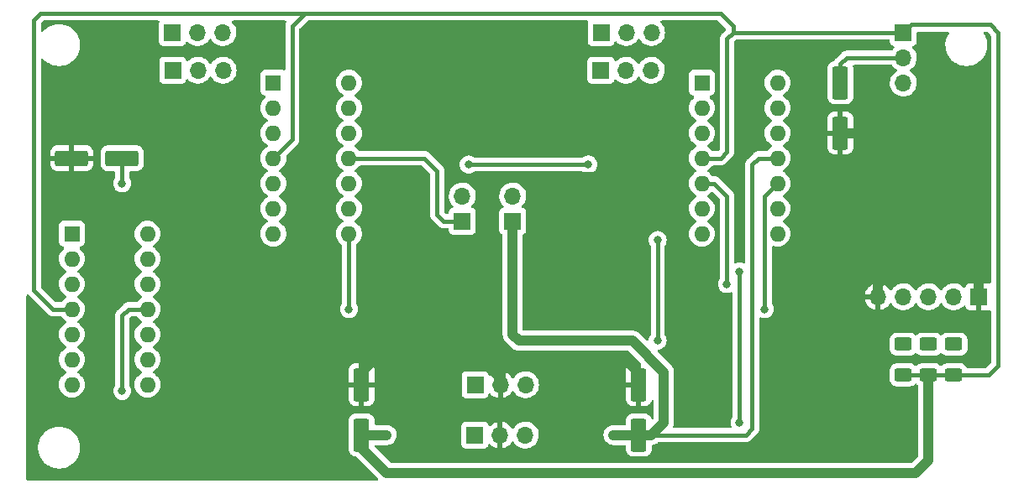
<source format=gbr>
%TF.GenerationSoftware,KiCad,Pcbnew,(6.0.10)*%
%TF.CreationDate,2023-04-08T13:29:20+03:00*%
%TF.ProjectId,DelSol_Modulator,44656c53-6f6c-45f4-9d6f-64756c61746f,rev?*%
%TF.SameCoordinates,Original*%
%TF.FileFunction,Copper,L1,Top*%
%TF.FilePolarity,Positive*%
%FSLAX46Y46*%
G04 Gerber Fmt 4.6, Leading zero omitted, Abs format (unit mm)*
G04 Created by KiCad (PCBNEW (6.0.10)) date 2023-04-08 13:29:20*
%MOMM*%
%LPD*%
G01*
G04 APERTURE LIST*
G04 Aperture macros list*
%AMRoundRect*
0 Rectangle with rounded corners*
0 $1 Rounding radius*
0 $2 $3 $4 $5 $6 $7 $8 $9 X,Y pos of 4 corners*
0 Add a 4 corners polygon primitive as box body*
4,1,4,$2,$3,$4,$5,$6,$7,$8,$9,$2,$3,0*
0 Add four circle primitives for the rounded corners*
1,1,$1+$1,$2,$3*
1,1,$1+$1,$4,$5*
1,1,$1+$1,$6,$7*
1,1,$1+$1,$8,$9*
0 Add four rect primitives between the rounded corners*
20,1,$1+$1,$2,$3,$4,$5,0*
20,1,$1+$1,$4,$5,$6,$7,0*
20,1,$1+$1,$6,$7,$8,$9,0*
20,1,$1+$1,$8,$9,$2,$3,0*%
G04 Aperture macros list end*
%TA.AperFunction,ComponentPad*%
%ADD10R,1.700000X1.700000*%
%TD*%
%TA.AperFunction,ComponentPad*%
%ADD11O,1.700000X1.700000*%
%TD*%
%TA.AperFunction,ComponentPad*%
%ADD12R,1.600000X1.600000*%
%TD*%
%TA.AperFunction,ComponentPad*%
%ADD13O,1.600000X1.600000*%
%TD*%
%TA.AperFunction,SMDPad,CuDef*%
%ADD14RoundRect,0.250000X0.625000X-0.400000X0.625000X0.400000X-0.625000X0.400000X-0.625000X-0.400000X0*%
%TD*%
%TA.AperFunction,SMDPad,CuDef*%
%ADD15RoundRect,0.250000X0.550000X-1.412500X0.550000X1.412500X-0.550000X1.412500X-0.550000X-1.412500X0*%
%TD*%
%TA.AperFunction,SMDPad,CuDef*%
%ADD16RoundRect,0.250000X-0.550000X1.412500X-0.550000X-1.412500X0.550000X-1.412500X0.550000X1.412500X0*%
%TD*%
%TA.AperFunction,SMDPad,CuDef*%
%ADD17RoundRect,0.250000X-1.412500X-0.550000X1.412500X-0.550000X1.412500X0.550000X-1.412500X0.550000X0*%
%TD*%
%TA.AperFunction,ViaPad*%
%ADD18C,0.800000*%
%TD*%
%TA.AperFunction,Conductor*%
%ADD19C,1.000000*%
%TD*%
%TA.AperFunction,Conductor*%
%ADD20C,0.400000*%
%TD*%
G04 APERTURE END LIST*
D10*
X78755000Y-68580000D03*
D11*
X81295000Y-68580000D03*
X83835000Y-68580000D03*
D12*
X58420000Y-38100000D03*
D13*
X58420000Y-40640000D03*
X58420000Y-43180000D03*
X58420000Y-45720000D03*
X58420000Y-48260000D03*
X58420000Y-50800000D03*
X58420000Y-53340000D03*
X66040000Y-53340000D03*
X66040000Y-50800000D03*
X66040000Y-48260000D03*
X66040000Y-45720000D03*
X66040000Y-43180000D03*
X66040000Y-40640000D03*
X66040000Y-38100000D03*
D10*
X48260000Y-33020000D03*
D11*
X50800000Y-33020000D03*
X53340000Y-33020000D03*
D14*
X127000000Y-67590000D03*
X127000000Y-64490000D03*
D15*
X115570000Y-43177500D03*
X115570000Y-38102500D03*
D10*
X91455000Y-33020000D03*
D11*
X93995000Y-33020000D03*
X96535000Y-33020000D03*
D10*
X121920000Y-33035000D03*
D11*
X121920000Y-35575000D03*
X121920000Y-38115000D03*
D14*
X124460000Y-67590000D03*
X124460000Y-64490000D03*
D15*
X67310000Y-73657500D03*
X67310000Y-68582500D03*
D10*
X129535000Y-59690000D03*
D11*
X126995000Y-59690000D03*
X124455000Y-59690000D03*
X121915000Y-59690000D03*
X119375000Y-59690000D03*
D10*
X91440000Y-36830000D03*
D11*
X93980000Y-36830000D03*
X96520000Y-36830000D03*
D16*
X95250000Y-68582500D03*
X95250000Y-73657500D03*
D14*
X121920000Y-67590000D03*
X121920000Y-64490000D03*
D10*
X48275000Y-36830000D03*
D11*
X50815000Y-36830000D03*
X53355000Y-36830000D03*
D12*
X101610000Y-38095000D03*
D13*
X101610000Y-40635000D03*
X101610000Y-43175000D03*
X101610000Y-45715000D03*
X101610000Y-48255000D03*
X101610000Y-50795000D03*
X101610000Y-53335000D03*
X109230000Y-53335000D03*
X109230000Y-50795000D03*
X109230000Y-48255000D03*
X109230000Y-45715000D03*
X109230000Y-43175000D03*
X109230000Y-40635000D03*
X109230000Y-38095000D03*
D10*
X82550000Y-52070000D03*
D11*
X82550000Y-49530000D03*
D10*
X77470000Y-52070000D03*
D11*
X77470000Y-49530000D03*
D17*
X38102500Y-45720000D03*
X43177500Y-45720000D03*
D10*
X78740000Y-73660000D03*
D11*
X81280000Y-73660000D03*
X83820000Y-73660000D03*
D12*
X38110000Y-53335000D03*
D13*
X38110000Y-55875000D03*
X38110000Y-58415000D03*
X38110000Y-60955000D03*
X38110000Y-63495000D03*
X38110000Y-66035000D03*
X38110000Y-68575000D03*
X45730000Y-68575000D03*
X45730000Y-66035000D03*
X45730000Y-63495000D03*
X45730000Y-60955000D03*
X45730000Y-58415000D03*
X45730000Y-55875000D03*
X45730000Y-53335000D03*
D18*
X118745000Y-44450000D03*
X50165000Y-62230000D03*
X38909500Y-49530000D03*
X67310000Y-62230000D03*
X50800000Y-46355000D03*
X93980000Y-41910000D03*
X43180000Y-48260000D03*
X66040000Y-60960000D03*
X107950000Y-60960000D03*
X104140000Y-58420000D03*
X78105000Y-46355000D03*
X90170000Y-46355000D03*
X69850000Y-73660000D03*
X43180000Y-69215000D03*
X92710000Y-73660000D03*
X97155000Y-53975000D03*
X97155000Y-64135000D03*
X105410000Y-57150000D03*
X105410000Y-72390000D03*
D19*
X67310000Y-68582500D02*
X67310000Y-67310000D01*
X79375000Y-66040000D02*
X79375000Y-49530000D01*
X119375000Y-58425000D02*
X120650000Y-57150000D01*
D20*
X50800000Y-48260000D02*
X50800000Y-46355000D01*
D19*
X95250000Y-68582500D02*
X95250000Y-67310000D01*
D20*
X49530000Y-49530000D02*
X50800000Y-48260000D01*
D19*
X81295000Y-67960000D02*
X81295000Y-68580000D01*
X68580000Y-66040000D02*
X79375000Y-66040000D01*
D20*
X49530000Y-49530000D02*
X49530000Y-61595000D01*
D19*
X120650000Y-57150000D02*
X128905000Y-57150000D01*
X93980000Y-46355000D02*
X93980000Y-41910000D01*
D20*
X38909500Y-49530000D02*
X49530000Y-49530000D01*
D19*
X67310000Y-67310000D02*
X68580000Y-66040000D01*
X119375000Y-59690000D02*
X119375000Y-45080000D01*
X129535000Y-57780000D02*
X129535000Y-59690000D01*
X119375000Y-59690000D02*
X119375000Y-58425000D01*
X92710000Y-47625000D02*
X93980000Y-46355000D01*
X79375000Y-49530000D02*
X81280000Y-47625000D01*
X81295000Y-67295000D02*
X81295000Y-68580000D01*
X81280000Y-47625000D02*
X92710000Y-47625000D01*
D20*
X67310000Y-62230000D02*
X67310000Y-68582500D01*
X49530000Y-61595000D02*
X50165000Y-62230000D01*
D19*
X128905000Y-57150000D02*
X129535000Y-57780000D01*
X95250000Y-67310000D02*
X93980000Y-66040000D01*
D20*
X38102500Y-48723000D02*
X38909500Y-49530000D01*
D19*
X79375000Y-66040000D02*
X81295000Y-67960000D01*
X93980000Y-66040000D02*
X82550000Y-66040000D01*
X119375000Y-45080000D02*
X118745000Y-44450000D01*
X118745000Y-44450000D02*
X117472500Y-43177500D01*
X117472500Y-43177500D02*
X115570000Y-43177500D01*
X82550000Y-66040000D02*
X81295000Y-67295000D01*
D20*
X38102500Y-45720000D02*
X38102500Y-48723000D01*
X43177500Y-48257500D02*
X43180000Y-48260000D01*
X43177500Y-45720000D02*
X43177500Y-48257500D01*
X107950000Y-49530000D02*
X107950000Y-60960000D01*
X66040000Y-60960000D02*
X66040000Y-53340000D01*
X109230000Y-48255000D02*
X109225000Y-48255000D01*
X109225000Y-48255000D02*
X107950000Y-49530000D01*
X102865000Y-48255000D02*
X101610000Y-48255000D01*
X104140000Y-58420000D02*
X104140000Y-49530000D01*
X104140000Y-49530000D02*
X102865000Y-48255000D01*
X90170000Y-46355000D02*
X78105000Y-46355000D01*
X116190000Y-35575000D02*
X121920000Y-35575000D01*
X115570000Y-38102500D02*
X115570000Y-36195000D01*
X115570000Y-36195000D02*
X116190000Y-35575000D01*
D19*
X69850000Y-73660000D02*
X67312500Y-73660000D01*
D20*
X34290000Y-31750000D02*
X34925000Y-31115000D01*
D19*
X69850000Y-77470000D02*
X123190000Y-77470000D01*
D20*
X131445000Y-66675000D02*
X131445000Y-33020000D01*
D19*
X124460000Y-76200000D02*
X124460000Y-67590000D01*
D20*
X103500000Y-45715000D02*
X101610000Y-45715000D01*
X104760000Y-33035000D02*
X104140000Y-33655000D01*
X104140000Y-33655000D02*
X104140000Y-45085000D01*
X121920000Y-33035000D02*
X104760000Y-33035000D01*
X104140000Y-45085000D02*
X103505000Y-45720000D01*
D19*
X67312500Y-73660000D02*
X67310000Y-73657500D01*
D20*
X122715001Y-32239999D02*
X121920000Y-33035000D01*
X58420000Y-45720000D02*
X60325000Y-43815000D01*
X60325000Y-32385000D02*
X61595000Y-31115000D01*
D19*
X123190000Y-77470000D02*
X124460000Y-76200000D01*
D20*
X60325000Y-43815000D02*
X60325000Y-32385000D01*
D19*
X67310000Y-73657500D02*
X67310000Y-74930000D01*
D20*
X127000000Y-67590000D02*
X130530000Y-67590000D01*
X121920000Y-67590000D02*
X124460000Y-67590000D01*
X124460000Y-67590000D02*
X127000000Y-67590000D01*
X61595000Y-31115000D02*
X103505000Y-31115000D01*
X34290000Y-59055000D02*
X34290000Y-31750000D01*
X34925000Y-31115000D02*
X61595000Y-31115000D01*
X131445000Y-33020000D02*
X130664999Y-32239999D01*
X104760000Y-32370000D02*
X104760000Y-33035000D01*
X38110000Y-60955000D02*
X36190000Y-60955000D01*
D19*
X67310000Y-74930000D02*
X69850000Y-77470000D01*
D20*
X103505000Y-31115000D02*
X104760000Y-32370000D01*
X36190000Y-60955000D02*
X34290000Y-59055000D01*
X130664999Y-32239999D02*
X122715001Y-32239999D01*
X130530000Y-67590000D02*
X131445000Y-66675000D01*
X103505000Y-45720000D02*
X103500000Y-45715000D01*
X74930000Y-46990000D02*
X74930000Y-51435000D01*
X77470000Y-52070000D02*
X75565000Y-52070000D01*
X106680000Y-73025000D02*
X106047500Y-73657500D01*
X43180000Y-61595000D02*
X43180000Y-69215000D01*
X66040000Y-45720000D02*
X73660000Y-45720000D01*
X43820000Y-60955000D02*
X43180000Y-61595000D01*
D19*
X97790000Y-67310000D02*
X94615000Y-64135000D01*
D20*
X106680000Y-46355000D02*
X106680000Y-73025000D01*
D19*
X82550000Y-63500000D02*
X82550000Y-52070000D01*
D20*
X45730000Y-60955000D02*
X43820000Y-60955000D01*
D19*
X83185000Y-64135000D02*
X82550000Y-63500000D01*
X92710000Y-73660000D02*
X95247500Y-73660000D01*
X95247500Y-73660000D02*
X95250000Y-73657500D01*
D20*
X106047500Y-73657500D02*
X96522500Y-73657500D01*
X73660000Y-45720000D02*
X74930000Y-46990000D01*
X109230000Y-45715000D02*
X107320000Y-45715000D01*
X107320000Y-45715000D02*
X106680000Y-46355000D01*
D19*
X97790000Y-72390000D02*
X97790000Y-67310000D01*
X94615000Y-64135000D02*
X83185000Y-64135000D01*
X95250000Y-73657500D02*
X96522500Y-73657500D01*
D20*
X75565000Y-52070000D02*
X74930000Y-51435000D01*
D19*
X96522500Y-73657500D02*
X97790000Y-72390000D01*
D20*
X97155000Y-53975000D02*
X97155000Y-64135000D01*
X105410000Y-57150000D02*
X105410000Y-72390000D01*
%TA.AperFunction,Conductor*%
G36*
X46883119Y-31843502D02*
G01*
X46929612Y-31897158D01*
X46939716Y-31967432D01*
X46932980Y-31993729D01*
X46911029Y-32052282D01*
X46911027Y-32052288D01*
X46908255Y-32059684D01*
X46901500Y-32121866D01*
X46901500Y-33918134D01*
X46908255Y-33980316D01*
X46959385Y-34116705D01*
X47046739Y-34233261D01*
X47163295Y-34320615D01*
X47299684Y-34371745D01*
X47361866Y-34378500D01*
X49158134Y-34378500D01*
X49220316Y-34371745D01*
X49356705Y-34320615D01*
X49473261Y-34233261D01*
X49560615Y-34116705D01*
X49603348Y-34002715D01*
X49604598Y-33999382D01*
X49647240Y-33942618D01*
X49713802Y-33917918D01*
X49783150Y-33933126D01*
X49817817Y-33961114D01*
X49846250Y-33993938D01*
X50018126Y-34136632D01*
X50211000Y-34249338D01*
X50419692Y-34329030D01*
X50424760Y-34330061D01*
X50424763Y-34330062D01*
X50532017Y-34351883D01*
X50638597Y-34373567D01*
X50643772Y-34373757D01*
X50643774Y-34373757D01*
X50856673Y-34381564D01*
X50856677Y-34381564D01*
X50861837Y-34381753D01*
X50866957Y-34381097D01*
X50866959Y-34381097D01*
X51078288Y-34354025D01*
X51078289Y-34354025D01*
X51083416Y-34353368D01*
X51132080Y-34338768D01*
X51292429Y-34290661D01*
X51292434Y-34290659D01*
X51297384Y-34289174D01*
X51497994Y-34190896D01*
X51679860Y-34061173D01*
X51838096Y-33903489D01*
X51862520Y-33869500D01*
X51968453Y-33722077D01*
X51969776Y-33723028D01*
X52016645Y-33679857D01*
X52086580Y-33667625D01*
X52152026Y-33695144D01*
X52179875Y-33726994D01*
X52239987Y-33825088D01*
X52386250Y-33993938D01*
X52558126Y-34136632D01*
X52751000Y-34249338D01*
X52959692Y-34329030D01*
X52964760Y-34330061D01*
X52964763Y-34330062D01*
X53072017Y-34351883D01*
X53178597Y-34373567D01*
X53183772Y-34373757D01*
X53183774Y-34373757D01*
X53396673Y-34381564D01*
X53396677Y-34381564D01*
X53401837Y-34381753D01*
X53406957Y-34381097D01*
X53406959Y-34381097D01*
X53618288Y-34354025D01*
X53618289Y-34354025D01*
X53623416Y-34353368D01*
X53672080Y-34338768D01*
X53832429Y-34290661D01*
X53832434Y-34290659D01*
X53837384Y-34289174D01*
X54037994Y-34190896D01*
X54219860Y-34061173D01*
X54378096Y-33903489D01*
X54402520Y-33869500D01*
X54505435Y-33726277D01*
X54508453Y-33722077D01*
X54529320Y-33679857D01*
X54605136Y-33526453D01*
X54605137Y-33526451D01*
X54607430Y-33521811D01*
X54651344Y-33377275D01*
X54670865Y-33313023D01*
X54670865Y-33313021D01*
X54672370Y-33308069D01*
X54701529Y-33086590D01*
X54701678Y-33080492D01*
X54703074Y-33023365D01*
X54703074Y-33023361D01*
X54703156Y-33020000D01*
X54684852Y-32797361D01*
X54630431Y-32580702D01*
X54541354Y-32375840D01*
X54432318Y-32207296D01*
X54422822Y-32192617D01*
X54422820Y-32192614D01*
X54420014Y-32188277D01*
X54416540Y-32184459D01*
X54416533Y-32184450D01*
X54279906Y-32034299D01*
X54248854Y-31970454D01*
X54257250Y-31899955D01*
X54302426Y-31845187D01*
X54373100Y-31823500D01*
X59608124Y-31823500D01*
X59676245Y-31843502D01*
X59722738Y-31897158D01*
X59732842Y-31967432D01*
X59716719Y-32012483D01*
X59714524Y-32015282D01*
X59711400Y-32022201D01*
X59710012Y-32024493D01*
X59701643Y-32039165D01*
X59700378Y-32041525D01*
X59696010Y-32047739D01*
X59693250Y-32054818D01*
X59693249Y-32054820D01*
X59672798Y-32107275D01*
X59670247Y-32113344D01*
X59643955Y-32171573D01*
X59642571Y-32179040D01*
X59641770Y-32181595D01*
X59637141Y-32197848D01*
X59636478Y-32200428D01*
X59633718Y-32207509D01*
X59625673Y-32268621D01*
X59625379Y-32270852D01*
X59624348Y-32277359D01*
X59612704Y-32340186D01*
X59613141Y-32347765D01*
X59613141Y-32347767D01*
X59616291Y-32402386D01*
X59616500Y-32409640D01*
X59616500Y-36723742D01*
X59596498Y-36791863D01*
X59542842Y-36838356D01*
X59472568Y-36848460D01*
X59446271Y-36841724D01*
X59337718Y-36801029D01*
X59337712Y-36801027D01*
X59330316Y-36798255D01*
X59268134Y-36791500D01*
X57571866Y-36791500D01*
X57509684Y-36798255D01*
X57373295Y-36849385D01*
X57256739Y-36936739D01*
X57169385Y-37053295D01*
X57118255Y-37189684D01*
X57111500Y-37251866D01*
X57111500Y-38948134D01*
X57118255Y-39010316D01*
X57169385Y-39146705D01*
X57256739Y-39263261D01*
X57373295Y-39350615D01*
X57509684Y-39401745D01*
X57520474Y-39402917D01*
X57522606Y-39403803D01*
X57525222Y-39404425D01*
X57525121Y-39404848D01*
X57586035Y-39430155D01*
X57626463Y-39488517D01*
X57628922Y-39559471D01*
X57592629Y-39620490D01*
X57583969Y-39627489D01*
X57580207Y-39630646D01*
X57575700Y-39633802D01*
X57413802Y-39795700D01*
X57410645Y-39800208D01*
X57410643Y-39800211D01*
X57383521Y-39838946D01*
X57282477Y-39983251D01*
X57280154Y-39988233D01*
X57280151Y-39988238D01*
X57188039Y-40185775D01*
X57185716Y-40190757D01*
X57184294Y-40196065D01*
X57184293Y-40196067D01*
X57166225Y-40263498D01*
X57126457Y-40411913D01*
X57106502Y-40640000D01*
X57126457Y-40868087D01*
X57185716Y-41089243D01*
X57188039Y-41094224D01*
X57188039Y-41094225D01*
X57280151Y-41291762D01*
X57280154Y-41291767D01*
X57282477Y-41296749D01*
X57285634Y-41301257D01*
X57388536Y-41448216D01*
X57413802Y-41484300D01*
X57575700Y-41646198D01*
X57580208Y-41649355D01*
X57580211Y-41649357D01*
X57658389Y-41704098D01*
X57763251Y-41777523D01*
X57768233Y-41779846D01*
X57768238Y-41779849D01*
X57802457Y-41795805D01*
X57855742Y-41842722D01*
X57875203Y-41910999D01*
X57854661Y-41978959D01*
X57802457Y-42024195D01*
X57768238Y-42040151D01*
X57768233Y-42040154D01*
X57763251Y-42042477D01*
X57658389Y-42115902D01*
X57580211Y-42170643D01*
X57580208Y-42170645D01*
X57575700Y-42173802D01*
X57413802Y-42335700D01*
X57410645Y-42340208D01*
X57410643Y-42340211D01*
X57355902Y-42418389D01*
X57282477Y-42523251D01*
X57280154Y-42528233D01*
X57280151Y-42528238D01*
X57188039Y-42725775D01*
X57185716Y-42730757D01*
X57126457Y-42951913D01*
X57106502Y-43180000D01*
X57126457Y-43408087D01*
X57127881Y-43413400D01*
X57127881Y-43413402D01*
X57133930Y-43435975D01*
X57185716Y-43629243D01*
X57188039Y-43634224D01*
X57188039Y-43634225D01*
X57280151Y-43831762D01*
X57280154Y-43831767D01*
X57282477Y-43836749D01*
X57298627Y-43859813D01*
X57398294Y-44002152D01*
X57413802Y-44024300D01*
X57575700Y-44186198D01*
X57580208Y-44189355D01*
X57580211Y-44189357D01*
X57645403Y-44235005D01*
X57763251Y-44317523D01*
X57768233Y-44319846D01*
X57768238Y-44319849D01*
X57802457Y-44335805D01*
X57855742Y-44382722D01*
X57875203Y-44450999D01*
X57854661Y-44518959D01*
X57802457Y-44564195D01*
X57768238Y-44580151D01*
X57768233Y-44580154D01*
X57763251Y-44582477D01*
X57685249Y-44637095D01*
X57580211Y-44710643D01*
X57580208Y-44710645D01*
X57575700Y-44713802D01*
X57413802Y-44875700D01*
X57410645Y-44880208D01*
X57410643Y-44880211D01*
X57383653Y-44918757D01*
X57282477Y-45063251D01*
X57280154Y-45068233D01*
X57280151Y-45068238D01*
X57188039Y-45265775D01*
X57185716Y-45270757D01*
X57184294Y-45276065D01*
X57184293Y-45276067D01*
X57136423Y-45454718D01*
X57126457Y-45491913D01*
X57106502Y-45720000D01*
X57126457Y-45948087D01*
X57127881Y-45953400D01*
X57127881Y-45953402D01*
X57137031Y-45987548D01*
X57185716Y-46169243D01*
X57188039Y-46174224D01*
X57188039Y-46174225D01*
X57280151Y-46371762D01*
X57280154Y-46371767D01*
X57282477Y-46376749D01*
X57321657Y-46432704D01*
X57400238Y-46544928D01*
X57413802Y-46564300D01*
X57575700Y-46726198D01*
X57580208Y-46729355D01*
X57580211Y-46729357D01*
X57647914Y-46776763D01*
X57763251Y-46857523D01*
X57768233Y-46859846D01*
X57768238Y-46859849D01*
X57802457Y-46875805D01*
X57855742Y-46922722D01*
X57875203Y-46990999D01*
X57854661Y-47058959D01*
X57802457Y-47104195D01*
X57768238Y-47120151D01*
X57768233Y-47120154D01*
X57763251Y-47122477D01*
X57725654Y-47148803D01*
X57580211Y-47250643D01*
X57580208Y-47250645D01*
X57575700Y-47253802D01*
X57413802Y-47415700D01*
X57282477Y-47603251D01*
X57280154Y-47608233D01*
X57280151Y-47608238D01*
X57188039Y-47805775D01*
X57185716Y-47810757D01*
X57184294Y-47816065D01*
X57184293Y-47816067D01*
X57129221Y-48021598D01*
X57126457Y-48031913D01*
X57106502Y-48260000D01*
X57126457Y-48488087D01*
X57127881Y-48493400D01*
X57127881Y-48493402D01*
X57183941Y-48702617D01*
X57185716Y-48709243D01*
X57188039Y-48714224D01*
X57188039Y-48714225D01*
X57280151Y-48911762D01*
X57280154Y-48911767D01*
X57282477Y-48916749D01*
X57348881Y-49011584D01*
X57404281Y-49090702D01*
X57413802Y-49104300D01*
X57575700Y-49266198D01*
X57580208Y-49269355D01*
X57580211Y-49269357D01*
X57627319Y-49302342D01*
X57763251Y-49397523D01*
X57768233Y-49399846D01*
X57768238Y-49399849D01*
X57802457Y-49415805D01*
X57855742Y-49462722D01*
X57875203Y-49530999D01*
X57854661Y-49598959D01*
X57802457Y-49644195D01*
X57768238Y-49660151D01*
X57768233Y-49660154D01*
X57763251Y-49662477D01*
X57688888Y-49714547D01*
X57580211Y-49790643D01*
X57580208Y-49790645D01*
X57575700Y-49793802D01*
X57413802Y-49955700D01*
X57282477Y-50143251D01*
X57280154Y-50148233D01*
X57280151Y-50148238D01*
X57188039Y-50345775D01*
X57185716Y-50350757D01*
X57184294Y-50356065D01*
X57184293Y-50356067D01*
X57140976Y-50517727D01*
X57126457Y-50571913D01*
X57106502Y-50800000D01*
X57126457Y-51028087D01*
X57127881Y-51033400D01*
X57127881Y-51033402D01*
X57182034Y-51235500D01*
X57185716Y-51249243D01*
X57188039Y-51254224D01*
X57188039Y-51254225D01*
X57280151Y-51451762D01*
X57280154Y-51451767D01*
X57282477Y-51456749D01*
X57339746Y-51538537D01*
X57404673Y-51631262D01*
X57413802Y-51644300D01*
X57575700Y-51806198D01*
X57580208Y-51809355D01*
X57580211Y-51809357D01*
X57640556Y-51851611D01*
X57763251Y-51937523D01*
X57768233Y-51939846D01*
X57768238Y-51939849D01*
X57802457Y-51955805D01*
X57855742Y-52002722D01*
X57875203Y-52070999D01*
X57854661Y-52138959D01*
X57802457Y-52184195D01*
X57768238Y-52200151D01*
X57768233Y-52200154D01*
X57763251Y-52202477D01*
X57658389Y-52275902D01*
X57580211Y-52330643D01*
X57580208Y-52330645D01*
X57575700Y-52333802D01*
X57413802Y-52495700D01*
X57410645Y-52500208D01*
X57410643Y-52500211D01*
X57373284Y-52553565D01*
X57282477Y-52683251D01*
X57280154Y-52688233D01*
X57280151Y-52688238D01*
X57188039Y-52885775D01*
X57185716Y-52890757D01*
X57184294Y-52896065D01*
X57184293Y-52896067D01*
X57150426Y-53022460D01*
X57126457Y-53111913D01*
X57106502Y-53340000D01*
X57126457Y-53568087D01*
X57185716Y-53789243D01*
X57188039Y-53794224D01*
X57188039Y-53794225D01*
X57280151Y-53991762D01*
X57280154Y-53991767D01*
X57282477Y-53996749D01*
X57285634Y-54001257D01*
X57400238Y-54164928D01*
X57413802Y-54184300D01*
X57575700Y-54346198D01*
X57580208Y-54349355D01*
X57580211Y-54349357D01*
X57614401Y-54373297D01*
X57763251Y-54477523D01*
X57768233Y-54479846D01*
X57768238Y-54479849D01*
X57960034Y-54569284D01*
X57970757Y-54574284D01*
X57976065Y-54575706D01*
X57976067Y-54575707D01*
X58186598Y-54632119D01*
X58186600Y-54632119D01*
X58191913Y-54633543D01*
X58420000Y-54653498D01*
X58648087Y-54633543D01*
X58653400Y-54632119D01*
X58653402Y-54632119D01*
X58863933Y-54575707D01*
X58863935Y-54575706D01*
X58869243Y-54574284D01*
X58879966Y-54569284D01*
X59071762Y-54479849D01*
X59071767Y-54479846D01*
X59076749Y-54477523D01*
X59225599Y-54373297D01*
X59259789Y-54349357D01*
X59259792Y-54349355D01*
X59264300Y-54346198D01*
X59426198Y-54184300D01*
X59439763Y-54164928D01*
X59554366Y-54001257D01*
X59557523Y-53996749D01*
X59559846Y-53991767D01*
X59559849Y-53991762D01*
X59651961Y-53794225D01*
X59651961Y-53794224D01*
X59654284Y-53789243D01*
X59713543Y-53568087D01*
X59733498Y-53340000D01*
X64726502Y-53340000D01*
X64746457Y-53568087D01*
X64805716Y-53789243D01*
X64808039Y-53794224D01*
X64808039Y-53794225D01*
X64900151Y-53991762D01*
X64900154Y-53991767D01*
X64902477Y-53996749D01*
X64905634Y-54001257D01*
X65020238Y-54164928D01*
X65033802Y-54184300D01*
X65195700Y-54346198D01*
X65200208Y-54349355D01*
X65200211Y-54349357D01*
X65277771Y-54403665D01*
X65322099Y-54459122D01*
X65331500Y-54506878D01*
X65331500Y-60341256D01*
X65311498Y-60409377D01*
X65307436Y-60415317D01*
X65305379Y-60418148D01*
X65300960Y-60423056D01*
X65297659Y-60428774D01*
X65297658Y-60428775D01*
X65261913Y-60490688D01*
X65205473Y-60588444D01*
X65146458Y-60770072D01*
X65126496Y-60960000D01*
X65127186Y-60966565D01*
X65141800Y-61105606D01*
X65146458Y-61149928D01*
X65205473Y-61331556D01*
X65300960Y-61496944D01*
X65305378Y-61501851D01*
X65305379Y-61501852D01*
X65402536Y-61609756D01*
X65428747Y-61638866D01*
X65583248Y-61751118D01*
X65589276Y-61753802D01*
X65589278Y-61753803D01*
X65751681Y-61826109D01*
X65757712Y-61828794D01*
X65851113Y-61848647D01*
X65938056Y-61867128D01*
X65938061Y-61867128D01*
X65944513Y-61868500D01*
X66135487Y-61868500D01*
X66141939Y-61867128D01*
X66141944Y-61867128D01*
X66228887Y-61848647D01*
X66322288Y-61828794D01*
X66328319Y-61826109D01*
X66490722Y-61753803D01*
X66490724Y-61753802D01*
X66496752Y-61751118D01*
X66651253Y-61638866D01*
X66677464Y-61609756D01*
X66774621Y-61501852D01*
X66774622Y-61501851D01*
X66779040Y-61496944D01*
X66874527Y-61331556D01*
X66933542Y-61149928D01*
X66938201Y-61105606D01*
X66952814Y-60966565D01*
X66953504Y-60960000D01*
X66933542Y-60770072D01*
X66874527Y-60588444D01*
X66818088Y-60490688D01*
X66782342Y-60428775D01*
X66782341Y-60428774D01*
X66779040Y-60423056D01*
X66774621Y-60418148D01*
X66772564Y-60415317D01*
X66748705Y-60348449D01*
X66748500Y-60341256D01*
X66748500Y-54506878D01*
X66768502Y-54438757D01*
X66802229Y-54403665D01*
X66879789Y-54349357D01*
X66879792Y-54349355D01*
X66884300Y-54346198D01*
X67046198Y-54184300D01*
X67059763Y-54164928D01*
X67174366Y-54001257D01*
X67177523Y-53996749D01*
X67179846Y-53991767D01*
X67179849Y-53991762D01*
X67271961Y-53794225D01*
X67271961Y-53794224D01*
X67274284Y-53789243D01*
X67333543Y-53568087D01*
X67353498Y-53340000D01*
X67333543Y-53111913D01*
X67309574Y-53022460D01*
X67275707Y-52896067D01*
X67275706Y-52896065D01*
X67274284Y-52890757D01*
X67271961Y-52885775D01*
X67179849Y-52688238D01*
X67179846Y-52688233D01*
X67177523Y-52683251D01*
X67086716Y-52553565D01*
X67049357Y-52500211D01*
X67049355Y-52500208D01*
X67046198Y-52495700D01*
X66884300Y-52333802D01*
X66879792Y-52330645D01*
X66879789Y-52330643D01*
X66801611Y-52275902D01*
X66696749Y-52202477D01*
X66691767Y-52200154D01*
X66691762Y-52200151D01*
X66657543Y-52184195D01*
X66604258Y-52137278D01*
X66584797Y-52069001D01*
X66605339Y-52001041D01*
X66657543Y-51955805D01*
X66691762Y-51939849D01*
X66691767Y-51939846D01*
X66696749Y-51937523D01*
X66819444Y-51851611D01*
X66879789Y-51809357D01*
X66879792Y-51809355D01*
X66884300Y-51806198D01*
X67046198Y-51644300D01*
X67055328Y-51631262D01*
X67120254Y-51538537D01*
X67177523Y-51456749D01*
X67179846Y-51451767D01*
X67179849Y-51451762D01*
X67271961Y-51254225D01*
X67271961Y-51254224D01*
X67274284Y-51249243D01*
X67277967Y-51235500D01*
X67332119Y-51033402D01*
X67332119Y-51033400D01*
X67333543Y-51028087D01*
X67353498Y-50800000D01*
X67333543Y-50571913D01*
X67319024Y-50517727D01*
X67275707Y-50356067D01*
X67275706Y-50356065D01*
X67274284Y-50350757D01*
X67271961Y-50345775D01*
X67179849Y-50148238D01*
X67179846Y-50148233D01*
X67177523Y-50143251D01*
X67046198Y-49955700D01*
X66884300Y-49793802D01*
X66879792Y-49790645D01*
X66879789Y-49790643D01*
X66771112Y-49714547D01*
X66696749Y-49662477D01*
X66691767Y-49660154D01*
X66691762Y-49660151D01*
X66657543Y-49644195D01*
X66604258Y-49597278D01*
X66584797Y-49529001D01*
X66605339Y-49461041D01*
X66657543Y-49415805D01*
X66691762Y-49399849D01*
X66691767Y-49399846D01*
X66696749Y-49397523D01*
X66832681Y-49302342D01*
X66879789Y-49269357D01*
X66879792Y-49269355D01*
X66884300Y-49266198D01*
X67046198Y-49104300D01*
X67055720Y-49090702D01*
X67111119Y-49011584D01*
X67177523Y-48916749D01*
X67179846Y-48911767D01*
X67179849Y-48911762D01*
X67271961Y-48714225D01*
X67271961Y-48714224D01*
X67274284Y-48709243D01*
X67276060Y-48702617D01*
X67332119Y-48493402D01*
X67332119Y-48493400D01*
X67333543Y-48488087D01*
X67353498Y-48260000D01*
X67333543Y-48031913D01*
X67330779Y-48021598D01*
X67275707Y-47816067D01*
X67275706Y-47816065D01*
X67274284Y-47810757D01*
X67271961Y-47805775D01*
X67179849Y-47608238D01*
X67179846Y-47608233D01*
X67177523Y-47603251D01*
X67046198Y-47415700D01*
X66884300Y-47253802D01*
X66879792Y-47250645D01*
X66879789Y-47250643D01*
X66734346Y-47148803D01*
X66696749Y-47122477D01*
X66691767Y-47120154D01*
X66691762Y-47120151D01*
X66657543Y-47104195D01*
X66604258Y-47057278D01*
X66584797Y-46989001D01*
X66605339Y-46921041D01*
X66657543Y-46875805D01*
X66691762Y-46859849D01*
X66691767Y-46859846D01*
X66696749Y-46857523D01*
X66812086Y-46776763D01*
X66879789Y-46729357D01*
X66879792Y-46729355D01*
X66884300Y-46726198D01*
X67046198Y-46564300D01*
X67052858Y-46554789D01*
X67103665Y-46482229D01*
X67159122Y-46437901D01*
X67206878Y-46428500D01*
X73314339Y-46428500D01*
X73382460Y-46448502D01*
X73403435Y-46465405D01*
X74184596Y-47246567D01*
X74218621Y-47308879D01*
X74221500Y-47335662D01*
X74221500Y-51406088D01*
X74221208Y-51414658D01*
X74218339Y-51456749D01*
X74217275Y-51472352D01*
X74218580Y-51479829D01*
X74218580Y-51479830D01*
X74228261Y-51535299D01*
X74229223Y-51541821D01*
X74236898Y-51605242D01*
X74239581Y-51612343D01*
X74240222Y-51614952D01*
X74244685Y-51631262D01*
X74245450Y-51633798D01*
X74246757Y-51641284D01*
X74249811Y-51648241D01*
X74272442Y-51699795D01*
X74274933Y-51705899D01*
X74297513Y-51765656D01*
X74301817Y-51771919D01*
X74303054Y-51774285D01*
X74311299Y-51789097D01*
X74312632Y-51791351D01*
X74315685Y-51798305D01*
X74320307Y-51804328D01*
X74354579Y-51848991D01*
X74358459Y-51854332D01*
X74390339Y-51900720D01*
X74390344Y-51900725D01*
X74394643Y-51906981D01*
X74400313Y-51912032D01*
X74400314Y-51912034D01*
X74441170Y-51948435D01*
X74446446Y-51953416D01*
X75043550Y-52550520D01*
X75049404Y-52556785D01*
X75087439Y-52600385D01*
X75093657Y-52604755D01*
X75139697Y-52637112D01*
X75144993Y-52641045D01*
X75195282Y-52680477D01*
X75202204Y-52683602D01*
X75204452Y-52684964D01*
X75219185Y-52693368D01*
X75221524Y-52694622D01*
X75227739Y-52698990D01*
X75234815Y-52701749D01*
X75234819Y-52701751D01*
X75287274Y-52722202D01*
X75293352Y-52724757D01*
X75351574Y-52751045D01*
X75359045Y-52752429D01*
X75361599Y-52753230D01*
X75377878Y-52757867D01*
X75380433Y-52758523D01*
X75387509Y-52761282D01*
X75415962Y-52765028D01*
X75450851Y-52769621D01*
X75457367Y-52770653D01*
X75499706Y-52778500D01*
X75520187Y-52782296D01*
X75527767Y-52781859D01*
X75527768Y-52781859D01*
X75582398Y-52778709D01*
X75589651Y-52778500D01*
X75985500Y-52778500D01*
X76053621Y-52798502D01*
X76100114Y-52852158D01*
X76111500Y-52904500D01*
X76111500Y-52968134D01*
X76118255Y-53030316D01*
X76169385Y-53166705D01*
X76256739Y-53283261D01*
X76373295Y-53370615D01*
X76509684Y-53421745D01*
X76571866Y-53428500D01*
X78368134Y-53428500D01*
X78430316Y-53421745D01*
X78566705Y-53370615D01*
X78683261Y-53283261D01*
X78770615Y-53166705D01*
X78821745Y-53030316D01*
X78828500Y-52968134D01*
X78828500Y-51171866D01*
X78821745Y-51109684D01*
X78770615Y-50973295D01*
X78683261Y-50856739D01*
X78566705Y-50769385D01*
X78554132Y-50764672D01*
X78448203Y-50724960D01*
X78391439Y-50682318D01*
X78366739Y-50615756D01*
X78381947Y-50546408D01*
X78403493Y-50517727D01*
X78504435Y-50417137D01*
X78508096Y-50413489D01*
X78567594Y-50330689D01*
X78635435Y-50236277D01*
X78638453Y-50232077D01*
X78682354Y-50143251D01*
X78735136Y-50036453D01*
X78735137Y-50036451D01*
X78737430Y-50031811D01*
X78784872Y-49875661D01*
X78800865Y-49823023D01*
X78800865Y-49823021D01*
X78802370Y-49818069D01*
X78831529Y-49596590D01*
X78831611Y-49593240D01*
X78833074Y-49533365D01*
X78833074Y-49533361D01*
X78833156Y-49530000D01*
X78814852Y-49307361D01*
X78760431Y-49090702D01*
X78671354Y-48885840D01*
X78612153Y-48794329D01*
X78552822Y-48702617D01*
X78552820Y-48702614D01*
X78550014Y-48698277D01*
X78399670Y-48533051D01*
X78395619Y-48529852D01*
X78395615Y-48529848D01*
X78228414Y-48397800D01*
X78228410Y-48397798D01*
X78224359Y-48394598D01*
X78028789Y-48286638D01*
X78023920Y-48284914D01*
X78023916Y-48284912D01*
X77823087Y-48213795D01*
X77823083Y-48213794D01*
X77818212Y-48212069D01*
X77813119Y-48211162D01*
X77813116Y-48211161D01*
X77603373Y-48173800D01*
X77603367Y-48173799D01*
X77598284Y-48172894D01*
X77524452Y-48171992D01*
X77380081Y-48170228D01*
X77380079Y-48170228D01*
X77374911Y-48170165D01*
X77154091Y-48203955D01*
X76941756Y-48273357D01*
X76743607Y-48376507D01*
X76739474Y-48379610D01*
X76739471Y-48379612D01*
X76587917Y-48493402D01*
X76564965Y-48510635D01*
X76410629Y-48672138D01*
X76284743Y-48856680D01*
X76248873Y-48933955D01*
X76196290Y-49047237D01*
X76190688Y-49059305D01*
X76130989Y-49274570D01*
X76107251Y-49496695D01*
X76107548Y-49501848D01*
X76107548Y-49501851D01*
X76112859Y-49593959D01*
X76120110Y-49719715D01*
X76121247Y-49724761D01*
X76121248Y-49724767D01*
X76136558Y-49792699D01*
X76169222Y-49937639D01*
X76253266Y-50144616D01*
X76369987Y-50335088D01*
X76516250Y-50503938D01*
X76520230Y-50507242D01*
X76524981Y-50511187D01*
X76564616Y-50570090D01*
X76566113Y-50641071D01*
X76528997Y-50701593D01*
X76488724Y-50726112D01*
X76373295Y-50769385D01*
X76256739Y-50856739D01*
X76169385Y-50973295D01*
X76118255Y-51109684D01*
X76111500Y-51171866D01*
X76111500Y-51235500D01*
X76091498Y-51303621D01*
X76037842Y-51350114D01*
X75985500Y-51361500D01*
X75910662Y-51361500D01*
X75842541Y-51341498D01*
X75821567Y-51324596D01*
X75675405Y-51178435D01*
X75641380Y-51116123D01*
X75638500Y-51089339D01*
X75638500Y-47018912D01*
X75638792Y-47010342D01*
X75642209Y-46960224D01*
X75642209Y-46960220D01*
X75642725Y-46952648D01*
X75631739Y-46889703D01*
X75630777Y-46883182D01*
X75628323Y-46862901D01*
X75623102Y-46819758D01*
X75620416Y-46812650D01*
X75619779Y-46810056D01*
X75615318Y-46793750D01*
X75614548Y-46791199D01*
X75613242Y-46783716D01*
X75590663Y-46732279D01*
X75587561Y-46725212D01*
X75585069Y-46719105D01*
X75565173Y-46666452D01*
X75565173Y-46666451D01*
X75562487Y-46659344D01*
X75558184Y-46653083D01*
X75556947Y-46650717D01*
X75548720Y-46635937D01*
X75547369Y-46633652D01*
X75544315Y-46626695D01*
X75539695Y-46620675D01*
X75539692Y-46620669D01*
X75513854Y-46586998D01*
X75505413Y-46575998D01*
X75501541Y-46570668D01*
X75469661Y-46524280D01*
X75469656Y-46524275D01*
X75465357Y-46518019D01*
X75418829Y-46476564D01*
X75413554Y-46471584D01*
X75296970Y-46355000D01*
X77191496Y-46355000D01*
X77192186Y-46361565D01*
X77204343Y-46477229D01*
X77211458Y-46544928D01*
X77270473Y-46726556D01*
X77273776Y-46732278D01*
X77273777Y-46732279D01*
X77283551Y-46749208D01*
X77365960Y-46891944D01*
X77370378Y-46896851D01*
X77370379Y-46896852D01*
X77480282Y-47018912D01*
X77493747Y-47033866D01*
X77648248Y-47146118D01*
X77654276Y-47148802D01*
X77654278Y-47148803D01*
X77667074Y-47154500D01*
X77822712Y-47223794D01*
X77916112Y-47243647D01*
X78003056Y-47262128D01*
X78003061Y-47262128D01*
X78009513Y-47263500D01*
X78200487Y-47263500D01*
X78206939Y-47262128D01*
X78206944Y-47262128D01*
X78293887Y-47243647D01*
X78387288Y-47223794D01*
X78542926Y-47154500D01*
X78555722Y-47148803D01*
X78555724Y-47148802D01*
X78561752Y-47146118D01*
X78596828Y-47120634D01*
X78642344Y-47087564D01*
X78709211Y-47063706D01*
X78716405Y-47063500D01*
X89558595Y-47063500D01*
X89626716Y-47083502D01*
X89632656Y-47087564D01*
X89678173Y-47120634D01*
X89713248Y-47146118D01*
X89719276Y-47148802D01*
X89719278Y-47148803D01*
X89732074Y-47154500D01*
X89887712Y-47223794D01*
X89981112Y-47243647D01*
X90068056Y-47262128D01*
X90068061Y-47262128D01*
X90074513Y-47263500D01*
X90265487Y-47263500D01*
X90271939Y-47262128D01*
X90271944Y-47262128D01*
X90358887Y-47243647D01*
X90452288Y-47223794D01*
X90607926Y-47154500D01*
X90620722Y-47148803D01*
X90620724Y-47148802D01*
X90626752Y-47146118D01*
X90781253Y-47033866D01*
X90794718Y-47018912D01*
X90904621Y-46896852D01*
X90904622Y-46896851D01*
X90909040Y-46891944D01*
X90991449Y-46749208D01*
X91001223Y-46732279D01*
X91001224Y-46732278D01*
X91004527Y-46726556D01*
X91063542Y-46544928D01*
X91070658Y-46477229D01*
X91082814Y-46361565D01*
X91083504Y-46355000D01*
X91078458Y-46306989D01*
X91064232Y-46171635D01*
X91064232Y-46171633D01*
X91063542Y-46165072D01*
X91004527Y-45983444D01*
X90999075Y-45974000D01*
X90967314Y-45918990D01*
X90909040Y-45818056D01*
X90815821Y-45714525D01*
X90785675Y-45681045D01*
X90785674Y-45681044D01*
X90781253Y-45676134D01*
X90626752Y-45563882D01*
X90620724Y-45561198D01*
X90620722Y-45561197D01*
X90458319Y-45488891D01*
X90458318Y-45488891D01*
X90452288Y-45486206D01*
X90357227Y-45466000D01*
X90271944Y-45447872D01*
X90271939Y-45447872D01*
X90265487Y-45446500D01*
X90074513Y-45446500D01*
X90068061Y-45447872D01*
X90068056Y-45447872D01*
X89982773Y-45466000D01*
X89887712Y-45486206D01*
X89881682Y-45488891D01*
X89881681Y-45488891D01*
X89719278Y-45561197D01*
X89719276Y-45561198D01*
X89713248Y-45563882D01*
X89707907Y-45567762D01*
X89707906Y-45567763D01*
X89632656Y-45622436D01*
X89565789Y-45646294D01*
X89558595Y-45646500D01*
X78716405Y-45646500D01*
X78648284Y-45626498D01*
X78642344Y-45622436D01*
X78567094Y-45567763D01*
X78567093Y-45567762D01*
X78561752Y-45563882D01*
X78555724Y-45561198D01*
X78555722Y-45561197D01*
X78393319Y-45488891D01*
X78393318Y-45488891D01*
X78387288Y-45486206D01*
X78292227Y-45466000D01*
X78206944Y-45447872D01*
X78206939Y-45447872D01*
X78200487Y-45446500D01*
X78009513Y-45446500D01*
X78003061Y-45447872D01*
X78003056Y-45447872D01*
X77917773Y-45466000D01*
X77822712Y-45486206D01*
X77816682Y-45488891D01*
X77816681Y-45488891D01*
X77654278Y-45561197D01*
X77654276Y-45561198D01*
X77648248Y-45563882D01*
X77493747Y-45676134D01*
X77489326Y-45681044D01*
X77489325Y-45681045D01*
X77459180Y-45714525D01*
X77365960Y-45818056D01*
X77307686Y-45918990D01*
X77275926Y-45974000D01*
X77270473Y-45983444D01*
X77211458Y-46165072D01*
X77210768Y-46171633D01*
X77210768Y-46171635D01*
X77196542Y-46306989D01*
X77191496Y-46355000D01*
X75296970Y-46355000D01*
X74181450Y-45239480D01*
X74175596Y-45233215D01*
X74143020Y-45195873D01*
X74137561Y-45189615D01*
X74085280Y-45152871D01*
X74079986Y-45148939D01*
X74035693Y-45114209D01*
X74029718Y-45109524D01*
X74022802Y-45106401D01*
X74020516Y-45105017D01*
X74005835Y-45096643D01*
X74003475Y-45095378D01*
X73997261Y-45091010D01*
X73990182Y-45088250D01*
X73990180Y-45088249D01*
X73937725Y-45067798D01*
X73931656Y-45065247D01*
X73873427Y-45038955D01*
X73865960Y-45037571D01*
X73863405Y-45036770D01*
X73847152Y-45032141D01*
X73844572Y-45031478D01*
X73837491Y-45028718D01*
X73829960Y-45027727D01*
X73829958Y-45027726D01*
X73800339Y-45023827D01*
X73774139Y-45020378D01*
X73767641Y-45019348D01*
X73704814Y-45007704D01*
X73697234Y-45008141D01*
X73697233Y-45008141D01*
X73642608Y-45011291D01*
X73635354Y-45011500D01*
X67206878Y-45011500D01*
X67138757Y-44991498D01*
X67103665Y-44957771D01*
X67049357Y-44880211D01*
X67049355Y-44880208D01*
X67046198Y-44875700D01*
X66884300Y-44713802D01*
X66879792Y-44710645D01*
X66879789Y-44710643D01*
X66774751Y-44637095D01*
X66696749Y-44582477D01*
X66691767Y-44580154D01*
X66691762Y-44580151D01*
X66657543Y-44564195D01*
X66604258Y-44517278D01*
X66584797Y-44449001D01*
X66605339Y-44381041D01*
X66657543Y-44335805D01*
X66691762Y-44319849D01*
X66691767Y-44319846D01*
X66696749Y-44317523D01*
X66814597Y-44235005D01*
X66879789Y-44189357D01*
X66879792Y-44189355D01*
X66884300Y-44186198D01*
X67046198Y-44024300D01*
X67061707Y-44002152D01*
X67161373Y-43859813D01*
X67177523Y-43836749D01*
X67179846Y-43831767D01*
X67179849Y-43831762D01*
X67271961Y-43634225D01*
X67271961Y-43634224D01*
X67274284Y-43629243D01*
X67326071Y-43435975D01*
X67332119Y-43413402D01*
X67332119Y-43413400D01*
X67333543Y-43408087D01*
X67353498Y-43180000D01*
X67333543Y-42951913D01*
X67274284Y-42730757D01*
X67271961Y-42725775D01*
X67179849Y-42528238D01*
X67179846Y-42528233D01*
X67177523Y-42523251D01*
X67104098Y-42418389D01*
X67049357Y-42340211D01*
X67049355Y-42340208D01*
X67046198Y-42335700D01*
X66884300Y-42173802D01*
X66879792Y-42170645D01*
X66879789Y-42170643D01*
X66801611Y-42115902D01*
X66696749Y-42042477D01*
X66691767Y-42040154D01*
X66691762Y-42040151D01*
X66657543Y-42024195D01*
X66604258Y-41977278D01*
X66584797Y-41909001D01*
X66605339Y-41841041D01*
X66657543Y-41795805D01*
X66691762Y-41779849D01*
X66691767Y-41779846D01*
X66696749Y-41777523D01*
X66801611Y-41704098D01*
X66879789Y-41649357D01*
X66879792Y-41649355D01*
X66884300Y-41646198D01*
X67046198Y-41484300D01*
X67071465Y-41448216D01*
X67174366Y-41301257D01*
X67177523Y-41296749D01*
X67179846Y-41291767D01*
X67179849Y-41291762D01*
X67271961Y-41094225D01*
X67271961Y-41094224D01*
X67274284Y-41089243D01*
X67333543Y-40868087D01*
X67353498Y-40640000D01*
X67333543Y-40411913D01*
X67293775Y-40263498D01*
X67275707Y-40196067D01*
X67275706Y-40196065D01*
X67274284Y-40190757D01*
X67271961Y-40185775D01*
X67179849Y-39988238D01*
X67179846Y-39988233D01*
X67177523Y-39983251D01*
X67076479Y-39838946D01*
X67049357Y-39800211D01*
X67049355Y-39800208D01*
X67046198Y-39795700D01*
X66884300Y-39633802D01*
X66879792Y-39630645D01*
X66879789Y-39630643D01*
X66781948Y-39562134D01*
X66696749Y-39502477D01*
X66691767Y-39500154D01*
X66691762Y-39500151D01*
X66657543Y-39484195D01*
X66604258Y-39437278D01*
X66584797Y-39369001D01*
X66605339Y-39301041D01*
X66657543Y-39255805D01*
X66691762Y-39239849D01*
X66691767Y-39239846D01*
X66696749Y-39237523D01*
X66845599Y-39133297D01*
X66879789Y-39109357D01*
X66879792Y-39109355D01*
X66884300Y-39106198D01*
X67046198Y-38944300D01*
X67060420Y-38923990D01*
X67174366Y-38761257D01*
X67177523Y-38756749D01*
X67179846Y-38751767D01*
X67179849Y-38751762D01*
X67271961Y-38554225D01*
X67271961Y-38554224D01*
X67274284Y-38549243D01*
X67313452Y-38403069D01*
X67332119Y-38333402D01*
X67332119Y-38333400D01*
X67333543Y-38328087D01*
X67353498Y-38100000D01*
X67333543Y-37871913D01*
X67315329Y-37803938D01*
X67295017Y-37728134D01*
X90081500Y-37728134D01*
X90088255Y-37790316D01*
X90139385Y-37926705D01*
X90226739Y-38043261D01*
X90343295Y-38130615D01*
X90479684Y-38181745D01*
X90541866Y-38188500D01*
X92338134Y-38188500D01*
X92400316Y-38181745D01*
X92536705Y-38130615D01*
X92653261Y-38043261D01*
X92740615Y-37926705D01*
X92765783Y-37859570D01*
X92784598Y-37809382D01*
X92827240Y-37752618D01*
X92893802Y-37727918D01*
X92963150Y-37743126D01*
X92997817Y-37771114D01*
X93026250Y-37803938D01*
X93198126Y-37946632D01*
X93391000Y-38059338D01*
X93599692Y-38139030D01*
X93604760Y-38140061D01*
X93604763Y-38140062D01*
X93712017Y-38161883D01*
X93818597Y-38183567D01*
X93823772Y-38183757D01*
X93823774Y-38183757D01*
X94036673Y-38191564D01*
X94036677Y-38191564D01*
X94041837Y-38191753D01*
X94046957Y-38191097D01*
X94046959Y-38191097D01*
X94258288Y-38164025D01*
X94258289Y-38164025D01*
X94263416Y-38163368D01*
X94268366Y-38161883D01*
X94472429Y-38100661D01*
X94472434Y-38100659D01*
X94477384Y-38099174D01*
X94677994Y-38000896D01*
X94859860Y-37871173D01*
X95018096Y-37713489D01*
X95067810Y-37644305D01*
X95148453Y-37532077D01*
X95149776Y-37533028D01*
X95196645Y-37489857D01*
X95266580Y-37477625D01*
X95332026Y-37505144D01*
X95359875Y-37536994D01*
X95419987Y-37635088D01*
X95566250Y-37803938D01*
X95738126Y-37946632D01*
X95931000Y-38059338D01*
X96139692Y-38139030D01*
X96144760Y-38140061D01*
X96144763Y-38140062D01*
X96252017Y-38161883D01*
X96358597Y-38183567D01*
X96363772Y-38183757D01*
X96363774Y-38183757D01*
X96576673Y-38191564D01*
X96576677Y-38191564D01*
X96581837Y-38191753D01*
X96586957Y-38191097D01*
X96586959Y-38191097D01*
X96798288Y-38164025D01*
X96798289Y-38164025D01*
X96803416Y-38163368D01*
X96808366Y-38161883D01*
X97012429Y-38100661D01*
X97012434Y-38100659D01*
X97017384Y-38099174D01*
X97217994Y-38000896D01*
X97399860Y-37871173D01*
X97558096Y-37713489D01*
X97607810Y-37644305D01*
X97685435Y-37536277D01*
X97688453Y-37532077D01*
X97709320Y-37489857D01*
X97785136Y-37336453D01*
X97785137Y-37336451D01*
X97787430Y-37331811D01*
X97852370Y-37118069D01*
X97881529Y-36896590D01*
X97882227Y-36868039D01*
X97883074Y-36833365D01*
X97883074Y-36833361D01*
X97883156Y-36830000D01*
X97864852Y-36607361D01*
X97810431Y-36390702D01*
X97721354Y-36185840D01*
X97600014Y-35998277D01*
X97449670Y-35833051D01*
X97445619Y-35829852D01*
X97445615Y-35829848D01*
X97278414Y-35697800D01*
X97278410Y-35697798D01*
X97274359Y-35694598D01*
X97241747Y-35676595D01*
X97184345Y-35644908D01*
X97078789Y-35586638D01*
X97073920Y-35584914D01*
X97073916Y-35584912D01*
X96873087Y-35513795D01*
X96873083Y-35513794D01*
X96868212Y-35512069D01*
X96863119Y-35511162D01*
X96863116Y-35511161D01*
X96653373Y-35473800D01*
X96653367Y-35473799D01*
X96648284Y-35472894D01*
X96574452Y-35471992D01*
X96430081Y-35470228D01*
X96430079Y-35470228D01*
X96424911Y-35470165D01*
X96204091Y-35503955D01*
X95991756Y-35573357D01*
X95793607Y-35676507D01*
X95789474Y-35679610D01*
X95789471Y-35679612D01*
X95619100Y-35807530D01*
X95614965Y-35810635D01*
X95611393Y-35814373D01*
X95488977Y-35942474D01*
X95460629Y-35972138D01*
X95353201Y-36129621D01*
X95298293Y-36174621D01*
X95227768Y-36182792D01*
X95164021Y-36151538D01*
X95143324Y-36127054D01*
X95062822Y-36002617D01*
X95062820Y-36002614D01*
X95060014Y-35998277D01*
X94909670Y-35833051D01*
X94905619Y-35829852D01*
X94905615Y-35829848D01*
X94738414Y-35697800D01*
X94738410Y-35697798D01*
X94734359Y-35694598D01*
X94701747Y-35676595D01*
X94644345Y-35644908D01*
X94538789Y-35586638D01*
X94533920Y-35584914D01*
X94533916Y-35584912D01*
X94333087Y-35513795D01*
X94333083Y-35513794D01*
X94328212Y-35512069D01*
X94323119Y-35511162D01*
X94323116Y-35511161D01*
X94113373Y-35473800D01*
X94113367Y-35473799D01*
X94108284Y-35472894D01*
X94034452Y-35471992D01*
X93890081Y-35470228D01*
X93890079Y-35470228D01*
X93884911Y-35470165D01*
X93664091Y-35503955D01*
X93451756Y-35573357D01*
X93253607Y-35676507D01*
X93249474Y-35679610D01*
X93249471Y-35679612D01*
X93079100Y-35807530D01*
X93074965Y-35810635D01*
X93018537Y-35869684D01*
X92994283Y-35895064D01*
X92932759Y-35930494D01*
X92861846Y-35927037D01*
X92804060Y-35885791D01*
X92785207Y-35852243D01*
X92743767Y-35741703D01*
X92740615Y-35733295D01*
X92653261Y-35616739D01*
X92536705Y-35529385D01*
X92400316Y-35478255D01*
X92338134Y-35471500D01*
X90541866Y-35471500D01*
X90479684Y-35478255D01*
X90343295Y-35529385D01*
X90226739Y-35616739D01*
X90139385Y-35733295D01*
X90088255Y-35869684D01*
X90081500Y-35931866D01*
X90081500Y-37728134D01*
X67295017Y-37728134D01*
X67275707Y-37656067D01*
X67275706Y-37656065D01*
X67274284Y-37650757D01*
X67271961Y-37645775D01*
X67179849Y-37448238D01*
X67179846Y-37448233D01*
X67177523Y-37443251D01*
X67046198Y-37255700D01*
X66884300Y-37093802D01*
X66879792Y-37090645D01*
X66879789Y-37090643D01*
X66717638Y-36977104D01*
X66696749Y-36962477D01*
X66691767Y-36960154D01*
X66691762Y-36960151D01*
X66494225Y-36868039D01*
X66494224Y-36868039D01*
X66489243Y-36865716D01*
X66483935Y-36864294D01*
X66483933Y-36864293D01*
X66273402Y-36807881D01*
X66273400Y-36807881D01*
X66268087Y-36806457D01*
X66040000Y-36786502D01*
X65811913Y-36806457D01*
X65806600Y-36807881D01*
X65806598Y-36807881D01*
X65596067Y-36864293D01*
X65596065Y-36864294D01*
X65590757Y-36865716D01*
X65585776Y-36868039D01*
X65585775Y-36868039D01*
X65388238Y-36960151D01*
X65388233Y-36960154D01*
X65383251Y-36962477D01*
X65362362Y-36977104D01*
X65200211Y-37090643D01*
X65200208Y-37090645D01*
X65195700Y-37093802D01*
X65033802Y-37255700D01*
X64902477Y-37443251D01*
X64900154Y-37448233D01*
X64900151Y-37448238D01*
X64808039Y-37645775D01*
X64805716Y-37650757D01*
X64804294Y-37656065D01*
X64804293Y-37656067D01*
X64764671Y-37803938D01*
X64746457Y-37871913D01*
X64726502Y-38100000D01*
X64746457Y-38328087D01*
X64747881Y-38333400D01*
X64747881Y-38333402D01*
X64766549Y-38403069D01*
X64805716Y-38549243D01*
X64808039Y-38554224D01*
X64808039Y-38554225D01*
X64900151Y-38751762D01*
X64900154Y-38751767D01*
X64902477Y-38756749D01*
X64905634Y-38761257D01*
X65019581Y-38923990D01*
X65033802Y-38944300D01*
X65195700Y-39106198D01*
X65200208Y-39109355D01*
X65200211Y-39109357D01*
X65234401Y-39133297D01*
X65383251Y-39237523D01*
X65388233Y-39239846D01*
X65388238Y-39239849D01*
X65422457Y-39255805D01*
X65475742Y-39302722D01*
X65495203Y-39370999D01*
X65474661Y-39438959D01*
X65422457Y-39484195D01*
X65388238Y-39500151D01*
X65388233Y-39500154D01*
X65383251Y-39502477D01*
X65298052Y-39562134D01*
X65200211Y-39630643D01*
X65200208Y-39630645D01*
X65195700Y-39633802D01*
X65033802Y-39795700D01*
X65030645Y-39800208D01*
X65030643Y-39800211D01*
X65003521Y-39838946D01*
X64902477Y-39983251D01*
X64900154Y-39988233D01*
X64900151Y-39988238D01*
X64808039Y-40185775D01*
X64805716Y-40190757D01*
X64804294Y-40196065D01*
X64804293Y-40196067D01*
X64786225Y-40263498D01*
X64746457Y-40411913D01*
X64726502Y-40640000D01*
X64746457Y-40868087D01*
X64805716Y-41089243D01*
X64808039Y-41094224D01*
X64808039Y-41094225D01*
X64900151Y-41291762D01*
X64900154Y-41291767D01*
X64902477Y-41296749D01*
X64905634Y-41301257D01*
X65008536Y-41448216D01*
X65033802Y-41484300D01*
X65195700Y-41646198D01*
X65200208Y-41649355D01*
X65200211Y-41649357D01*
X65278389Y-41704098D01*
X65383251Y-41777523D01*
X65388233Y-41779846D01*
X65388238Y-41779849D01*
X65422457Y-41795805D01*
X65475742Y-41842722D01*
X65495203Y-41910999D01*
X65474661Y-41978959D01*
X65422457Y-42024195D01*
X65388238Y-42040151D01*
X65388233Y-42040154D01*
X65383251Y-42042477D01*
X65278389Y-42115902D01*
X65200211Y-42170643D01*
X65200208Y-42170645D01*
X65195700Y-42173802D01*
X65033802Y-42335700D01*
X65030645Y-42340208D01*
X65030643Y-42340211D01*
X64975902Y-42418389D01*
X64902477Y-42523251D01*
X64900154Y-42528233D01*
X64900151Y-42528238D01*
X64808039Y-42725775D01*
X64805716Y-42730757D01*
X64746457Y-42951913D01*
X64726502Y-43180000D01*
X64746457Y-43408087D01*
X64747881Y-43413400D01*
X64747881Y-43413402D01*
X64753930Y-43435975D01*
X64805716Y-43629243D01*
X64808039Y-43634224D01*
X64808039Y-43634225D01*
X64900151Y-43831762D01*
X64900154Y-43831767D01*
X64902477Y-43836749D01*
X64918627Y-43859813D01*
X65018294Y-44002152D01*
X65033802Y-44024300D01*
X65195700Y-44186198D01*
X65200208Y-44189355D01*
X65200211Y-44189357D01*
X65265403Y-44235005D01*
X65383251Y-44317523D01*
X65388233Y-44319846D01*
X65388238Y-44319849D01*
X65422457Y-44335805D01*
X65475742Y-44382722D01*
X65495203Y-44450999D01*
X65474661Y-44518959D01*
X65422457Y-44564195D01*
X65388238Y-44580151D01*
X65388233Y-44580154D01*
X65383251Y-44582477D01*
X65305249Y-44637095D01*
X65200211Y-44710643D01*
X65200208Y-44710645D01*
X65195700Y-44713802D01*
X65033802Y-44875700D01*
X65030645Y-44880208D01*
X65030643Y-44880211D01*
X65003653Y-44918757D01*
X64902477Y-45063251D01*
X64900154Y-45068233D01*
X64900151Y-45068238D01*
X64808039Y-45265775D01*
X64805716Y-45270757D01*
X64804294Y-45276065D01*
X64804293Y-45276067D01*
X64756423Y-45454718D01*
X64746457Y-45491913D01*
X64726502Y-45720000D01*
X64746457Y-45948087D01*
X64747881Y-45953400D01*
X64747881Y-45953402D01*
X64757031Y-45987548D01*
X64805716Y-46169243D01*
X64808039Y-46174224D01*
X64808039Y-46174225D01*
X64900151Y-46371762D01*
X64900154Y-46371767D01*
X64902477Y-46376749D01*
X64941657Y-46432704D01*
X65020238Y-46544928D01*
X65033802Y-46564300D01*
X65195700Y-46726198D01*
X65200208Y-46729355D01*
X65200211Y-46729357D01*
X65267914Y-46776763D01*
X65383251Y-46857523D01*
X65388233Y-46859846D01*
X65388238Y-46859849D01*
X65422457Y-46875805D01*
X65475742Y-46922722D01*
X65495203Y-46990999D01*
X65474661Y-47058959D01*
X65422457Y-47104195D01*
X65388238Y-47120151D01*
X65388233Y-47120154D01*
X65383251Y-47122477D01*
X65345654Y-47148803D01*
X65200211Y-47250643D01*
X65200208Y-47250645D01*
X65195700Y-47253802D01*
X65033802Y-47415700D01*
X64902477Y-47603251D01*
X64900154Y-47608233D01*
X64900151Y-47608238D01*
X64808039Y-47805775D01*
X64805716Y-47810757D01*
X64804294Y-47816065D01*
X64804293Y-47816067D01*
X64749221Y-48021598D01*
X64746457Y-48031913D01*
X64726502Y-48260000D01*
X64746457Y-48488087D01*
X64747881Y-48493400D01*
X64747881Y-48493402D01*
X64803941Y-48702617D01*
X64805716Y-48709243D01*
X64808039Y-48714224D01*
X64808039Y-48714225D01*
X64900151Y-48911762D01*
X64900154Y-48911767D01*
X64902477Y-48916749D01*
X64968881Y-49011584D01*
X65024281Y-49090702D01*
X65033802Y-49104300D01*
X65195700Y-49266198D01*
X65200208Y-49269355D01*
X65200211Y-49269357D01*
X65247319Y-49302342D01*
X65383251Y-49397523D01*
X65388233Y-49399846D01*
X65388238Y-49399849D01*
X65422457Y-49415805D01*
X65475742Y-49462722D01*
X65495203Y-49530999D01*
X65474661Y-49598959D01*
X65422457Y-49644195D01*
X65388238Y-49660151D01*
X65388233Y-49660154D01*
X65383251Y-49662477D01*
X65308888Y-49714547D01*
X65200211Y-49790643D01*
X65200208Y-49790645D01*
X65195700Y-49793802D01*
X65033802Y-49955700D01*
X64902477Y-50143251D01*
X64900154Y-50148233D01*
X64900151Y-50148238D01*
X64808039Y-50345775D01*
X64805716Y-50350757D01*
X64804294Y-50356065D01*
X64804293Y-50356067D01*
X64760976Y-50517727D01*
X64746457Y-50571913D01*
X64726502Y-50800000D01*
X64746457Y-51028087D01*
X64747881Y-51033400D01*
X64747881Y-51033402D01*
X64802034Y-51235500D01*
X64805716Y-51249243D01*
X64808039Y-51254224D01*
X64808039Y-51254225D01*
X64900151Y-51451762D01*
X64900154Y-51451767D01*
X64902477Y-51456749D01*
X64959746Y-51538537D01*
X65024673Y-51631262D01*
X65033802Y-51644300D01*
X65195700Y-51806198D01*
X65200208Y-51809355D01*
X65200211Y-51809357D01*
X65260556Y-51851611D01*
X65383251Y-51937523D01*
X65388233Y-51939846D01*
X65388238Y-51939849D01*
X65422457Y-51955805D01*
X65475742Y-52002722D01*
X65495203Y-52070999D01*
X65474661Y-52138959D01*
X65422457Y-52184195D01*
X65388238Y-52200151D01*
X65388233Y-52200154D01*
X65383251Y-52202477D01*
X65278389Y-52275902D01*
X65200211Y-52330643D01*
X65200208Y-52330645D01*
X65195700Y-52333802D01*
X65033802Y-52495700D01*
X65030645Y-52500208D01*
X65030643Y-52500211D01*
X64993284Y-52553565D01*
X64902477Y-52683251D01*
X64900154Y-52688233D01*
X64900151Y-52688238D01*
X64808039Y-52885775D01*
X64805716Y-52890757D01*
X64804294Y-52896065D01*
X64804293Y-52896067D01*
X64770426Y-53022460D01*
X64746457Y-53111913D01*
X64726502Y-53340000D01*
X59733498Y-53340000D01*
X59713543Y-53111913D01*
X59689574Y-53022460D01*
X59655707Y-52896067D01*
X59655706Y-52896065D01*
X59654284Y-52890757D01*
X59651961Y-52885775D01*
X59559849Y-52688238D01*
X59559846Y-52688233D01*
X59557523Y-52683251D01*
X59466716Y-52553565D01*
X59429357Y-52500211D01*
X59429355Y-52500208D01*
X59426198Y-52495700D01*
X59264300Y-52333802D01*
X59259792Y-52330645D01*
X59259789Y-52330643D01*
X59181611Y-52275902D01*
X59076749Y-52202477D01*
X59071767Y-52200154D01*
X59071762Y-52200151D01*
X59037543Y-52184195D01*
X58984258Y-52137278D01*
X58964797Y-52069001D01*
X58985339Y-52001041D01*
X59037543Y-51955805D01*
X59071762Y-51939849D01*
X59071767Y-51939846D01*
X59076749Y-51937523D01*
X59199444Y-51851611D01*
X59259789Y-51809357D01*
X59259792Y-51809355D01*
X59264300Y-51806198D01*
X59426198Y-51644300D01*
X59435328Y-51631262D01*
X59500254Y-51538537D01*
X59557523Y-51456749D01*
X59559846Y-51451767D01*
X59559849Y-51451762D01*
X59651961Y-51254225D01*
X59651961Y-51254224D01*
X59654284Y-51249243D01*
X59657967Y-51235500D01*
X59712119Y-51033402D01*
X59712119Y-51033400D01*
X59713543Y-51028087D01*
X59733498Y-50800000D01*
X59713543Y-50571913D01*
X59699024Y-50517727D01*
X59655707Y-50356067D01*
X59655706Y-50356065D01*
X59654284Y-50350757D01*
X59651961Y-50345775D01*
X59559849Y-50148238D01*
X59559846Y-50148233D01*
X59557523Y-50143251D01*
X59426198Y-49955700D01*
X59264300Y-49793802D01*
X59259792Y-49790645D01*
X59259789Y-49790643D01*
X59151112Y-49714547D01*
X59076749Y-49662477D01*
X59071767Y-49660154D01*
X59071762Y-49660151D01*
X59037543Y-49644195D01*
X58984258Y-49597278D01*
X58964797Y-49529001D01*
X58985339Y-49461041D01*
X59037543Y-49415805D01*
X59071762Y-49399849D01*
X59071767Y-49399846D01*
X59076749Y-49397523D01*
X59212681Y-49302342D01*
X59259789Y-49269357D01*
X59259792Y-49269355D01*
X59264300Y-49266198D01*
X59426198Y-49104300D01*
X59435720Y-49090702D01*
X59491119Y-49011584D01*
X59557523Y-48916749D01*
X59559846Y-48911767D01*
X59559849Y-48911762D01*
X59651961Y-48714225D01*
X59651961Y-48714224D01*
X59654284Y-48709243D01*
X59656060Y-48702617D01*
X59712119Y-48493402D01*
X59712119Y-48493400D01*
X59713543Y-48488087D01*
X59733498Y-48260000D01*
X59713543Y-48031913D01*
X59710779Y-48021598D01*
X59655707Y-47816067D01*
X59655706Y-47816065D01*
X59654284Y-47810757D01*
X59651961Y-47805775D01*
X59559849Y-47608238D01*
X59559846Y-47608233D01*
X59557523Y-47603251D01*
X59426198Y-47415700D01*
X59264300Y-47253802D01*
X59259792Y-47250645D01*
X59259789Y-47250643D01*
X59114346Y-47148803D01*
X59076749Y-47122477D01*
X59071767Y-47120154D01*
X59071762Y-47120151D01*
X59037543Y-47104195D01*
X58984258Y-47057278D01*
X58964797Y-46989001D01*
X58985339Y-46921041D01*
X59037543Y-46875805D01*
X59071762Y-46859849D01*
X59071767Y-46859846D01*
X59076749Y-46857523D01*
X59192086Y-46776763D01*
X59259789Y-46729357D01*
X59259792Y-46729355D01*
X59264300Y-46726198D01*
X59426198Y-46564300D01*
X59439763Y-46544928D01*
X59518343Y-46432704D01*
X59557523Y-46376749D01*
X59559846Y-46371767D01*
X59559849Y-46371762D01*
X59651961Y-46174225D01*
X59651961Y-46174224D01*
X59654284Y-46169243D01*
X59702970Y-45987548D01*
X59712119Y-45953402D01*
X59712119Y-45953400D01*
X59713543Y-45948087D01*
X59733498Y-45720000D01*
X59713556Y-45492064D01*
X59727545Y-45422460D01*
X59749982Y-45391988D01*
X60805520Y-44336450D01*
X60811785Y-44330596D01*
X60829836Y-44314849D01*
X60855385Y-44292561D01*
X60892114Y-44240300D01*
X60896046Y-44235005D01*
X60930791Y-44190694D01*
X60935477Y-44184718D01*
X60938602Y-44177796D01*
X60939964Y-44175548D01*
X60948368Y-44160815D01*
X60949622Y-44158476D01*
X60953990Y-44152261D01*
X60956749Y-44145185D01*
X60956751Y-44145181D01*
X60977200Y-44092731D01*
X60979749Y-44086666D01*
X61006045Y-44028427D01*
X61007429Y-44020962D01*
X61008226Y-44018418D01*
X61012859Y-44002152D01*
X61013521Y-43999572D01*
X61016282Y-43992491D01*
X61024622Y-43929143D01*
X61025653Y-43922629D01*
X61037296Y-43859813D01*
X61035679Y-43831762D01*
X61033709Y-43797607D01*
X61033500Y-43790353D01*
X61033500Y-32730661D01*
X61053502Y-32662540D01*
X61070405Y-32641565D01*
X61851567Y-31860404D01*
X61913879Y-31826379D01*
X61940662Y-31823500D01*
X90009998Y-31823500D01*
X90078119Y-31843502D01*
X90124612Y-31897158D01*
X90134716Y-31967432D01*
X90127980Y-31993729D01*
X90106029Y-32052282D01*
X90106027Y-32052288D01*
X90103255Y-32059684D01*
X90096500Y-32121866D01*
X90096500Y-33918134D01*
X90103255Y-33980316D01*
X90154385Y-34116705D01*
X90241739Y-34233261D01*
X90358295Y-34320615D01*
X90494684Y-34371745D01*
X90556866Y-34378500D01*
X92353134Y-34378500D01*
X92415316Y-34371745D01*
X92551705Y-34320615D01*
X92668261Y-34233261D01*
X92755615Y-34116705D01*
X92798348Y-34002715D01*
X92799598Y-33999382D01*
X92842240Y-33942618D01*
X92908802Y-33917918D01*
X92978150Y-33933126D01*
X93012817Y-33961114D01*
X93041250Y-33993938D01*
X93213126Y-34136632D01*
X93406000Y-34249338D01*
X93614692Y-34329030D01*
X93619760Y-34330061D01*
X93619763Y-34330062D01*
X93727017Y-34351883D01*
X93833597Y-34373567D01*
X93838772Y-34373757D01*
X93838774Y-34373757D01*
X94051673Y-34381564D01*
X94051677Y-34381564D01*
X94056837Y-34381753D01*
X94061957Y-34381097D01*
X94061959Y-34381097D01*
X94273288Y-34354025D01*
X94273289Y-34354025D01*
X94278416Y-34353368D01*
X94327080Y-34338768D01*
X94487429Y-34290661D01*
X94487434Y-34290659D01*
X94492384Y-34289174D01*
X94692994Y-34190896D01*
X94874860Y-34061173D01*
X95033096Y-33903489D01*
X95057520Y-33869500D01*
X95163453Y-33722077D01*
X95164776Y-33723028D01*
X95211645Y-33679857D01*
X95281580Y-33667625D01*
X95347026Y-33695144D01*
X95374875Y-33726994D01*
X95434987Y-33825088D01*
X95581250Y-33993938D01*
X95753126Y-34136632D01*
X95946000Y-34249338D01*
X96154692Y-34329030D01*
X96159760Y-34330061D01*
X96159763Y-34330062D01*
X96267017Y-34351883D01*
X96373597Y-34373567D01*
X96378772Y-34373757D01*
X96378774Y-34373757D01*
X96591673Y-34381564D01*
X96591677Y-34381564D01*
X96596837Y-34381753D01*
X96601957Y-34381097D01*
X96601959Y-34381097D01*
X96813288Y-34354025D01*
X96813289Y-34354025D01*
X96818416Y-34353368D01*
X96867080Y-34338768D01*
X97027429Y-34290661D01*
X97027434Y-34290659D01*
X97032384Y-34289174D01*
X97232994Y-34190896D01*
X97414860Y-34061173D01*
X97573096Y-33903489D01*
X97597520Y-33869500D01*
X97700435Y-33726277D01*
X97703453Y-33722077D01*
X97724320Y-33679857D01*
X97800136Y-33526453D01*
X97800137Y-33526451D01*
X97802430Y-33521811D01*
X97846344Y-33377275D01*
X97865865Y-33313023D01*
X97865865Y-33313021D01*
X97867370Y-33308069D01*
X97896529Y-33086590D01*
X97896678Y-33080492D01*
X97898074Y-33023365D01*
X97898074Y-33023361D01*
X97898156Y-33020000D01*
X97879852Y-32797361D01*
X97825431Y-32580702D01*
X97736354Y-32375840D01*
X97627318Y-32207296D01*
X97617822Y-32192617D01*
X97617820Y-32192614D01*
X97615014Y-32188277D01*
X97611540Y-32184459D01*
X97611533Y-32184450D01*
X97474906Y-32034299D01*
X97443854Y-31970454D01*
X97452250Y-31899955D01*
X97497426Y-31845187D01*
X97568100Y-31823500D01*
X103159340Y-31823500D01*
X103227461Y-31843502D01*
X103248435Y-31860405D01*
X104001435Y-32613405D01*
X104035461Y-32675717D01*
X104030396Y-32746532D01*
X104001435Y-32791595D01*
X103659480Y-33133550D01*
X103653215Y-33139404D01*
X103609615Y-33177439D01*
X103605248Y-33183653D01*
X103572872Y-33229719D01*
X103568939Y-33235014D01*
X103529524Y-33285282D01*
X103526401Y-33292198D01*
X103525017Y-33294484D01*
X103516643Y-33309165D01*
X103515378Y-33311525D01*
X103511010Y-33317739D01*
X103508250Y-33324818D01*
X103508249Y-33324820D01*
X103487798Y-33377275D01*
X103485247Y-33383344D01*
X103458955Y-33441573D01*
X103457571Y-33449040D01*
X103456770Y-33451595D01*
X103452141Y-33467848D01*
X103451478Y-33470428D01*
X103448718Y-33477509D01*
X103442275Y-33526453D01*
X103440379Y-33540852D01*
X103439348Y-33547359D01*
X103427704Y-33610186D01*
X103428141Y-33617766D01*
X103428141Y-33617767D01*
X103431291Y-33672392D01*
X103431500Y-33679646D01*
X103431500Y-44739338D01*
X103411498Y-44807459D01*
X103394596Y-44828433D01*
X103253435Y-44969595D01*
X103191123Y-45003620D01*
X103164339Y-45006500D01*
X102776878Y-45006500D01*
X102708757Y-44986498D01*
X102673665Y-44952771D01*
X102619357Y-44875211D01*
X102619355Y-44875208D01*
X102616198Y-44870700D01*
X102454300Y-44708802D01*
X102449792Y-44705645D01*
X102449789Y-44705643D01*
X102278398Y-44585634D01*
X102266749Y-44577477D01*
X102261767Y-44575154D01*
X102261762Y-44575151D01*
X102227543Y-44559195D01*
X102174258Y-44512278D01*
X102154797Y-44444001D01*
X102175339Y-44376041D01*
X102227543Y-44330805D01*
X102261762Y-44314849D01*
X102261767Y-44314846D01*
X102266749Y-44312523D01*
X102377456Y-44235005D01*
X102449789Y-44184357D01*
X102449792Y-44184355D01*
X102454300Y-44181198D01*
X102616198Y-44019300D01*
X102640246Y-43984957D01*
X102727872Y-43859813D01*
X102747523Y-43831749D01*
X102749846Y-43826767D01*
X102749849Y-43826762D01*
X102841961Y-43629225D01*
X102841961Y-43629224D01*
X102844284Y-43624243D01*
X102903543Y-43403087D01*
X102923498Y-43175000D01*
X102903543Y-42946913D01*
X102902119Y-42941598D01*
X102845707Y-42731067D01*
X102845706Y-42731065D01*
X102844284Y-42725757D01*
X102841961Y-42720775D01*
X102749849Y-42523238D01*
X102749846Y-42523233D01*
X102747523Y-42518251D01*
X102674098Y-42413389D01*
X102619357Y-42335211D01*
X102619355Y-42335208D01*
X102616198Y-42330700D01*
X102454300Y-42168802D01*
X102449792Y-42165645D01*
X102449789Y-42165643D01*
X102278398Y-42045634D01*
X102266749Y-42037477D01*
X102261767Y-42035154D01*
X102261762Y-42035151D01*
X102227543Y-42019195D01*
X102174258Y-41972278D01*
X102154797Y-41904001D01*
X102175339Y-41836041D01*
X102227543Y-41790805D01*
X102261762Y-41774849D01*
X102261767Y-41774846D01*
X102266749Y-41772523D01*
X102442648Y-41649357D01*
X102449789Y-41644357D01*
X102449792Y-41644355D01*
X102454300Y-41641198D01*
X102616198Y-41479300D01*
X102637118Y-41449424D01*
X102740865Y-41301257D01*
X102747523Y-41291749D01*
X102749846Y-41286767D01*
X102749849Y-41286762D01*
X102841961Y-41089225D01*
X102841961Y-41089224D01*
X102844284Y-41084243D01*
X102846176Y-41077184D01*
X102902119Y-40868402D01*
X102902119Y-40868400D01*
X102903543Y-40863087D01*
X102923498Y-40635000D01*
X102903543Y-40406913D01*
X102864927Y-40262797D01*
X102845707Y-40191067D01*
X102845706Y-40191065D01*
X102844284Y-40185757D01*
X102810580Y-40113478D01*
X102749849Y-39983238D01*
X102749846Y-39983233D01*
X102747523Y-39978251D01*
X102649980Y-39838946D01*
X102619357Y-39795211D01*
X102619355Y-39795208D01*
X102616198Y-39790700D01*
X102454300Y-39628802D01*
X102449789Y-39625643D01*
X102445576Y-39622108D01*
X102446527Y-39620974D01*
X102406529Y-39570929D01*
X102399224Y-39500310D01*
X102431258Y-39436951D01*
X102492462Y-39400970D01*
X102509517Y-39397918D01*
X102520316Y-39396745D01*
X102656705Y-39345615D01*
X102773261Y-39258261D01*
X102860615Y-39141705D01*
X102911745Y-39005316D01*
X102918500Y-38943134D01*
X102918500Y-37246866D01*
X102911745Y-37184684D01*
X102860615Y-37048295D01*
X102773261Y-36931739D01*
X102656705Y-36844385D01*
X102520316Y-36793255D01*
X102458134Y-36786500D01*
X100761866Y-36786500D01*
X100699684Y-36793255D01*
X100563295Y-36844385D01*
X100446739Y-36931739D01*
X100359385Y-37048295D01*
X100308255Y-37184684D01*
X100301500Y-37246866D01*
X100301500Y-38943134D01*
X100308255Y-39005316D01*
X100359385Y-39141705D01*
X100446739Y-39258261D01*
X100563295Y-39345615D01*
X100699684Y-39396745D01*
X100710474Y-39397917D01*
X100712606Y-39398803D01*
X100715222Y-39399425D01*
X100715121Y-39399848D01*
X100776035Y-39425155D01*
X100816463Y-39483517D01*
X100818922Y-39554471D01*
X100782629Y-39615490D01*
X100773969Y-39622489D01*
X100770207Y-39625646D01*
X100765700Y-39628802D01*
X100603802Y-39790700D01*
X100600645Y-39795208D01*
X100600643Y-39795211D01*
X100570020Y-39838946D01*
X100472477Y-39978251D01*
X100470154Y-39983233D01*
X100470151Y-39983238D01*
X100409420Y-40113478D01*
X100375716Y-40185757D01*
X100374294Y-40191065D01*
X100374293Y-40191067D01*
X100355073Y-40262797D01*
X100316457Y-40406913D01*
X100296502Y-40635000D01*
X100316457Y-40863087D01*
X100317881Y-40868400D01*
X100317881Y-40868402D01*
X100373825Y-41077184D01*
X100375716Y-41084243D01*
X100378039Y-41089224D01*
X100378039Y-41089225D01*
X100470151Y-41286762D01*
X100470154Y-41286767D01*
X100472477Y-41291749D01*
X100479135Y-41301257D01*
X100582883Y-41449424D01*
X100603802Y-41479300D01*
X100765700Y-41641198D01*
X100770208Y-41644355D01*
X100770211Y-41644357D01*
X100777352Y-41649357D01*
X100953251Y-41772523D01*
X100958233Y-41774846D01*
X100958238Y-41774849D01*
X100992457Y-41790805D01*
X101045742Y-41837722D01*
X101065203Y-41905999D01*
X101044661Y-41973959D01*
X100992457Y-42019195D01*
X100958238Y-42035151D01*
X100958233Y-42035154D01*
X100953251Y-42037477D01*
X100941602Y-42045634D01*
X100770211Y-42165643D01*
X100770208Y-42165645D01*
X100765700Y-42168802D01*
X100603802Y-42330700D01*
X100600645Y-42335208D01*
X100600643Y-42335211D01*
X100545902Y-42413389D01*
X100472477Y-42518251D01*
X100470154Y-42523233D01*
X100470151Y-42523238D01*
X100378039Y-42720775D01*
X100375716Y-42725757D01*
X100374294Y-42731065D01*
X100374293Y-42731067D01*
X100317881Y-42941598D01*
X100316457Y-42946913D01*
X100296502Y-43175000D01*
X100316457Y-43403087D01*
X100375716Y-43624243D01*
X100378039Y-43629224D01*
X100378039Y-43629225D01*
X100470151Y-43826762D01*
X100470154Y-43826767D01*
X100472477Y-43831749D01*
X100492128Y-43859813D01*
X100579755Y-43984957D01*
X100603802Y-44019300D01*
X100765700Y-44181198D01*
X100770208Y-44184355D01*
X100770211Y-44184357D01*
X100842544Y-44235005D01*
X100953251Y-44312523D01*
X100958233Y-44314846D01*
X100958238Y-44314849D01*
X100992457Y-44330805D01*
X101045742Y-44377722D01*
X101065203Y-44445999D01*
X101044661Y-44513959D01*
X100992457Y-44559195D01*
X100958238Y-44575151D01*
X100958233Y-44575154D01*
X100953251Y-44577477D01*
X100941602Y-44585634D01*
X100770211Y-44705643D01*
X100770208Y-44705645D01*
X100765700Y-44708802D01*
X100603802Y-44870700D01*
X100600645Y-44875208D01*
X100600643Y-44875211D01*
X100570152Y-44918757D01*
X100472477Y-45058251D01*
X100470154Y-45063233D01*
X100470151Y-45063238D01*
X100391723Y-45231429D01*
X100375716Y-45265757D01*
X100374294Y-45271065D01*
X100374293Y-45271067D01*
X100325691Y-45452452D01*
X100316457Y-45486913D01*
X100296502Y-45715000D01*
X100316457Y-45943087D01*
X100317881Y-45948400D01*
X100317881Y-45948402D01*
X100369642Y-46141573D01*
X100375716Y-46164243D01*
X100378039Y-46169224D01*
X100378039Y-46169225D01*
X100470151Y-46366762D01*
X100470154Y-46366767D01*
X100472477Y-46371749D01*
X100515158Y-46432704D01*
X100598135Y-46551206D01*
X100603802Y-46559300D01*
X100765700Y-46721198D01*
X100770208Y-46724355D01*
X100770211Y-46724357D01*
X100804221Y-46748171D01*
X100953251Y-46852523D01*
X100958233Y-46854846D01*
X100958238Y-46854849D01*
X100992457Y-46870805D01*
X101045742Y-46917722D01*
X101065203Y-46985999D01*
X101044661Y-47053959D01*
X100992457Y-47099195D01*
X100958238Y-47115151D01*
X100958233Y-47115154D01*
X100953251Y-47117477D01*
X100912348Y-47146118D01*
X100770211Y-47245643D01*
X100770208Y-47245645D01*
X100765700Y-47248802D01*
X100603802Y-47410700D01*
X100472477Y-47598251D01*
X100470154Y-47603233D01*
X100470151Y-47603238D01*
X100378039Y-47800775D01*
X100375716Y-47805757D01*
X100316457Y-48026913D01*
X100296502Y-48255000D01*
X100316457Y-48483087D01*
X100317881Y-48488400D01*
X100317881Y-48488402D01*
X100328987Y-48529848D01*
X100375716Y-48704243D01*
X100378039Y-48709224D01*
X100378039Y-48709225D01*
X100470151Y-48906762D01*
X100470154Y-48906767D01*
X100472477Y-48911749D01*
X100542382Y-49011584D01*
X100597782Y-49090702D01*
X100603802Y-49099300D01*
X100765700Y-49261198D01*
X100770208Y-49264355D01*
X100770211Y-49264357D01*
X100831627Y-49307361D01*
X100953251Y-49392523D01*
X100958233Y-49394846D01*
X100958238Y-49394849D01*
X100992457Y-49410805D01*
X101045742Y-49457722D01*
X101065203Y-49525999D01*
X101044661Y-49593959D01*
X100992457Y-49639195D01*
X100958238Y-49655151D01*
X100958233Y-49655154D01*
X100953251Y-49657477D01*
X100941602Y-49665634D01*
X100770211Y-49785643D01*
X100770208Y-49785645D01*
X100765700Y-49788802D01*
X100603802Y-49950700D01*
X100472477Y-50138251D01*
X100470154Y-50143233D01*
X100470151Y-50143238D01*
X100426767Y-50236277D01*
X100375716Y-50345757D01*
X100374294Y-50351065D01*
X100374293Y-50351067D01*
X100334378Y-50500031D01*
X100316457Y-50566913D01*
X100296502Y-50795000D01*
X100316457Y-51023087D01*
X100317881Y-51028400D01*
X100317881Y-51028402D01*
X100358083Y-51178435D01*
X100375716Y-51244243D01*
X100378039Y-51249224D01*
X100378039Y-51249225D01*
X100470151Y-51446762D01*
X100470154Y-51446767D01*
X100472477Y-51451749D01*
X100492140Y-51479830D01*
X100598174Y-51631262D01*
X100603802Y-51639300D01*
X100765700Y-51801198D01*
X100770208Y-51804355D01*
X100770211Y-51804357D01*
X100777352Y-51809357D01*
X100953251Y-51932523D01*
X100958233Y-51934846D01*
X100958238Y-51934849D01*
X100992457Y-51950805D01*
X101045742Y-51997722D01*
X101065203Y-52065999D01*
X101044661Y-52133959D01*
X100992457Y-52179195D01*
X100958238Y-52195151D01*
X100958233Y-52195154D01*
X100953251Y-52197477D01*
X100941602Y-52205634D01*
X100770211Y-52325643D01*
X100770208Y-52325645D01*
X100765700Y-52328802D01*
X100603802Y-52490700D01*
X100472477Y-52678251D01*
X100470154Y-52683233D01*
X100470151Y-52683238D01*
X100424164Y-52781859D01*
X100375716Y-52885757D01*
X100374294Y-52891065D01*
X100374293Y-52891067D01*
X100353643Y-52968134D01*
X100316457Y-53106913D01*
X100296502Y-53335000D01*
X100316457Y-53563087D01*
X100375716Y-53784243D01*
X100378039Y-53789224D01*
X100378039Y-53789225D01*
X100470151Y-53986762D01*
X100470154Y-53986767D01*
X100472477Y-53991749D01*
X100479135Y-54001257D01*
X100598135Y-54171206D01*
X100603802Y-54179300D01*
X100765700Y-54341198D01*
X100770208Y-54344355D01*
X100770211Y-54344357D01*
X100773352Y-54346556D01*
X100953251Y-54472523D01*
X100958233Y-54474846D01*
X100958238Y-54474849D01*
X101110528Y-54545862D01*
X101160757Y-54569284D01*
X101166065Y-54570706D01*
X101166067Y-54570707D01*
X101376598Y-54627119D01*
X101376600Y-54627119D01*
X101381913Y-54628543D01*
X101610000Y-54648498D01*
X101838087Y-54628543D01*
X101843400Y-54627119D01*
X101843402Y-54627119D01*
X102053933Y-54570707D01*
X102053935Y-54570706D01*
X102059243Y-54569284D01*
X102109472Y-54545862D01*
X102261762Y-54474849D01*
X102261767Y-54474846D01*
X102266749Y-54472523D01*
X102446648Y-54346556D01*
X102449789Y-54344357D01*
X102449792Y-54344355D01*
X102454300Y-54341198D01*
X102616198Y-54179300D01*
X102621866Y-54171206D01*
X102740865Y-54001257D01*
X102747523Y-53991749D01*
X102749846Y-53986767D01*
X102749849Y-53986762D01*
X102841961Y-53789225D01*
X102841961Y-53789224D01*
X102844284Y-53784243D01*
X102903543Y-53563087D01*
X102923498Y-53335000D01*
X102903543Y-53106913D01*
X102866357Y-52968134D01*
X102845707Y-52891067D01*
X102845706Y-52891065D01*
X102844284Y-52885757D01*
X102795836Y-52781859D01*
X102749849Y-52683238D01*
X102749846Y-52683233D01*
X102747523Y-52678251D01*
X102616198Y-52490700D01*
X102454300Y-52328802D01*
X102449792Y-52325645D01*
X102449789Y-52325643D01*
X102278398Y-52205634D01*
X102266749Y-52197477D01*
X102261767Y-52195154D01*
X102261762Y-52195151D01*
X102227543Y-52179195D01*
X102174258Y-52132278D01*
X102154797Y-52064001D01*
X102175339Y-51996041D01*
X102227543Y-51950805D01*
X102261762Y-51934849D01*
X102261767Y-51934846D01*
X102266749Y-51932523D01*
X102442648Y-51809357D01*
X102449789Y-51804357D01*
X102449792Y-51804355D01*
X102454300Y-51801198D01*
X102616198Y-51639300D01*
X102621827Y-51631262D01*
X102727860Y-51479830D01*
X102747523Y-51451749D01*
X102749846Y-51446767D01*
X102749849Y-51446762D01*
X102841961Y-51249225D01*
X102841961Y-51249224D01*
X102844284Y-51244243D01*
X102861918Y-51178435D01*
X102902119Y-51028402D01*
X102902119Y-51028400D01*
X102903543Y-51023087D01*
X102923498Y-50795000D01*
X102903543Y-50566913D01*
X102885622Y-50500031D01*
X102845707Y-50351067D01*
X102845706Y-50351065D01*
X102844284Y-50345757D01*
X102793233Y-50236277D01*
X102749849Y-50143238D01*
X102749846Y-50143233D01*
X102747523Y-50138251D01*
X102616198Y-49950700D01*
X102454300Y-49788802D01*
X102449792Y-49785645D01*
X102449789Y-49785643D01*
X102278398Y-49665634D01*
X102266749Y-49657477D01*
X102261767Y-49655154D01*
X102261762Y-49655151D01*
X102227543Y-49639195D01*
X102174258Y-49592278D01*
X102154797Y-49524001D01*
X102175339Y-49456041D01*
X102227543Y-49410805D01*
X102261762Y-49394849D01*
X102261767Y-49394846D01*
X102266749Y-49392523D01*
X102388373Y-49307361D01*
X102449789Y-49264357D01*
X102449792Y-49264355D01*
X102454300Y-49261198D01*
X102572669Y-49142829D01*
X102634981Y-49108804D01*
X102705797Y-49113870D01*
X102750859Y-49142830D01*
X103394595Y-49786566D01*
X103428621Y-49848878D01*
X103431500Y-49875661D01*
X103431500Y-57801256D01*
X103411498Y-57869377D01*
X103407436Y-57875317D01*
X103405379Y-57878148D01*
X103400960Y-57883056D01*
X103305473Y-58048444D01*
X103246458Y-58230072D01*
X103245768Y-58236633D01*
X103245768Y-58236635D01*
X103232386Y-58363955D01*
X103226496Y-58420000D01*
X103227186Y-58426565D01*
X103241024Y-58558222D01*
X103246458Y-58609928D01*
X103305473Y-58791556D01*
X103308776Y-58797278D01*
X103308777Y-58797279D01*
X103341789Y-58854457D01*
X103400960Y-58956944D01*
X103405378Y-58961851D01*
X103405379Y-58961852D01*
X103471304Y-59035069D01*
X103528747Y-59098866D01*
X103610877Y-59158537D01*
X103669881Y-59201406D01*
X103683248Y-59211118D01*
X103689276Y-59213802D01*
X103689278Y-59213803D01*
X103802178Y-59264069D01*
X103857712Y-59288794D01*
X103951113Y-59308647D01*
X104038056Y-59327128D01*
X104038061Y-59327128D01*
X104044513Y-59328500D01*
X104235487Y-59328500D01*
X104241939Y-59327128D01*
X104241944Y-59327128D01*
X104328887Y-59308647D01*
X104422288Y-59288794D01*
X104524252Y-59243397D01*
X104594618Y-59233963D01*
X104658915Y-59264069D01*
X104696729Y-59324158D01*
X104701500Y-59358504D01*
X104701500Y-71771256D01*
X104681498Y-71839377D01*
X104677436Y-71845317D01*
X104675379Y-71848148D01*
X104670960Y-71853056D01*
X104575473Y-72018444D01*
X104516458Y-72200072D01*
X104515768Y-72206633D01*
X104515768Y-72206635D01*
X104502386Y-72333955D01*
X104496496Y-72390000D01*
X104497186Y-72396565D01*
X104515594Y-72571703D01*
X104516458Y-72579928D01*
X104539713Y-72651500D01*
X104562973Y-72723084D01*
X104575473Y-72761556D01*
X104578774Y-72767274D01*
X104580768Y-72771752D01*
X104590202Y-72842119D01*
X104560095Y-72906416D01*
X104500006Y-72944229D01*
X104465661Y-72949000D01*
X98843258Y-72949000D01*
X98775137Y-72928998D01*
X98728644Y-72875342D01*
X98718540Y-72805068D01*
X98725594Y-72779446D01*
X98725563Y-72779437D01*
X98725898Y-72778343D01*
X98725903Y-72778326D01*
X98752753Y-72690502D01*
X98753136Y-72689272D01*
X98760243Y-72666870D01*
X98781235Y-72600694D01*
X98781828Y-72595403D01*
X98783388Y-72590302D01*
X98792795Y-72497689D01*
X98792915Y-72496569D01*
X98798500Y-72446773D01*
X98798500Y-72443244D01*
X98798555Y-72442261D01*
X98799004Y-72436556D01*
X98802752Y-72399664D01*
X98802752Y-72399661D01*
X98803374Y-72393537D01*
X98799059Y-72347888D01*
X98798500Y-72336031D01*
X98798500Y-67371843D01*
X98799237Y-67358236D01*
X98802659Y-67326738D01*
X98802659Y-67326733D01*
X98803324Y-67320612D01*
X98801027Y-67294362D01*
X98798950Y-67270612D01*
X98798621Y-67265786D01*
X98798500Y-67263314D01*
X98798500Y-67260231D01*
X98794833Y-67222831D01*
X98794310Y-67217494D01*
X98794188Y-67216181D01*
X98786623Y-67129718D01*
X98786087Y-67123587D01*
X98784600Y-67118468D01*
X98784080Y-67113167D01*
X98757209Y-67024166D01*
X98756874Y-67023033D01*
X98732630Y-66939586D01*
X98732628Y-66939582D01*
X98730909Y-66933664D01*
X98728456Y-66928932D01*
X98726916Y-66923831D01*
X98700532Y-66874209D01*
X98683269Y-66841740D01*
X98682657Y-66840574D01*
X98642729Y-66763547D01*
X98639892Y-66758074D01*
X98636569Y-66753911D01*
X98634066Y-66749204D01*
X98575245Y-66677082D01*
X98574554Y-66676226D01*
X98543262Y-66637027D01*
X98540758Y-66634523D01*
X98540116Y-66633805D01*
X98536415Y-66629472D01*
X98509065Y-66595938D01*
X98502728Y-66590695D01*
X98473738Y-66566713D01*
X98464958Y-66558723D01*
X97164503Y-65258268D01*
X97130477Y-65195956D01*
X97135542Y-65125141D01*
X97178089Y-65068305D01*
X97240430Y-65043863D01*
X97243885Y-65043500D01*
X97250487Y-65043500D01*
X97256940Y-65042128D01*
X97256943Y-65042128D01*
X97334497Y-65025643D01*
X97437288Y-65003794D01*
X97496939Y-64977236D01*
X97605722Y-64928803D01*
X97605724Y-64928802D01*
X97611752Y-64926118D01*
X97766253Y-64813866D01*
X97842411Y-64729284D01*
X97889621Y-64676852D01*
X97889622Y-64676851D01*
X97894040Y-64671944D01*
X97989527Y-64506556D01*
X98048542Y-64324928D01*
X98068504Y-64135000D01*
X98059639Y-64050654D01*
X98049232Y-63951635D01*
X98049232Y-63951633D01*
X98048542Y-63945072D01*
X97989527Y-63763444D01*
X97969296Y-63728402D01*
X97897342Y-63603775D01*
X97897341Y-63603774D01*
X97894040Y-63598056D01*
X97889621Y-63593148D01*
X97887564Y-63590317D01*
X97863705Y-63523449D01*
X97863500Y-63516256D01*
X97863500Y-54593744D01*
X97883502Y-54525623D01*
X97887564Y-54519683D01*
X97889621Y-54516852D01*
X97894040Y-54511944D01*
X97916800Y-54472523D01*
X97986223Y-54352279D01*
X97986224Y-54352278D01*
X97989527Y-54346556D01*
X98048542Y-54164928D01*
X98068504Y-53975000D01*
X98048542Y-53785072D01*
X97989527Y-53603444D01*
X97969296Y-53568402D01*
X97897341Y-53443774D01*
X97894040Y-53438056D01*
X97885104Y-53428131D01*
X97770675Y-53301045D01*
X97770674Y-53301044D01*
X97766253Y-53296134D01*
X97611752Y-53183882D01*
X97605724Y-53181198D01*
X97605722Y-53181197D01*
X97443319Y-53108891D01*
X97443318Y-53108891D01*
X97437288Y-53106206D01*
X97343887Y-53086353D01*
X97256944Y-53067872D01*
X97256939Y-53067872D01*
X97250487Y-53066500D01*
X97059513Y-53066500D01*
X97053061Y-53067872D01*
X97053056Y-53067872D01*
X96966112Y-53086353D01*
X96872712Y-53106206D01*
X96866682Y-53108891D01*
X96866681Y-53108891D01*
X96704278Y-53181197D01*
X96704276Y-53181198D01*
X96698248Y-53183882D01*
X96543747Y-53296134D01*
X96539326Y-53301044D01*
X96539325Y-53301045D01*
X96424897Y-53428131D01*
X96415960Y-53438056D01*
X96412659Y-53443774D01*
X96340705Y-53568402D01*
X96320473Y-53603444D01*
X96261458Y-53785072D01*
X96241496Y-53975000D01*
X96261458Y-54164928D01*
X96320473Y-54346556D01*
X96323776Y-54352278D01*
X96323777Y-54352279D01*
X96393200Y-54472523D01*
X96415960Y-54511944D01*
X96420379Y-54516852D01*
X96422436Y-54519683D01*
X96446295Y-54586551D01*
X96446500Y-54593744D01*
X96446500Y-63516256D01*
X96426498Y-63584377D01*
X96422436Y-63590317D01*
X96420379Y-63593148D01*
X96415960Y-63598056D01*
X96412659Y-63603774D01*
X96412658Y-63603775D01*
X96340705Y-63728402D01*
X96320473Y-63763444D01*
X96261458Y-63945072D01*
X96260769Y-63951631D01*
X96260768Y-63951634D01*
X96250062Y-64053498D01*
X96223049Y-64119154D01*
X96164827Y-64159784D01*
X96093882Y-64162487D01*
X96035657Y-64129422D01*
X95371851Y-63465616D01*
X95362749Y-63455473D01*
X95342897Y-63430782D01*
X95339032Y-63425975D01*
X95300578Y-63393708D01*
X95296931Y-63390528D01*
X95295119Y-63388885D01*
X95292925Y-63386691D01*
X95259651Y-63359358D01*
X95258853Y-63358696D01*
X95187526Y-63298846D01*
X95182856Y-63296278D01*
X95178739Y-63292897D01*
X95096914Y-63249023D01*
X95095755Y-63248394D01*
X95019619Y-63206538D01*
X95019611Y-63206535D01*
X95014213Y-63203567D01*
X95009131Y-63201955D01*
X95004437Y-63199438D01*
X94915469Y-63172238D01*
X94914441Y-63171918D01*
X94825694Y-63143765D01*
X94820398Y-63143171D01*
X94815302Y-63141613D01*
X94722743Y-63132210D01*
X94721607Y-63132089D01*
X94687992Y-63128319D01*
X94675270Y-63126892D01*
X94675266Y-63126892D01*
X94671773Y-63126500D01*
X94668246Y-63126500D01*
X94667261Y-63126445D01*
X94661581Y-63125998D01*
X94632175Y-63123011D01*
X94624663Y-63122248D01*
X94624661Y-63122248D01*
X94618538Y-63121626D01*
X94576259Y-63125623D01*
X94572891Y-63125941D01*
X94561033Y-63126500D01*
X83684500Y-63126500D01*
X83616379Y-63106498D01*
X83569886Y-63052842D01*
X83558500Y-63000500D01*
X83558500Y-53491009D01*
X83578502Y-53422888D01*
X83632158Y-53376395D01*
X83637694Y-53374097D01*
X83638297Y-53373767D01*
X83646705Y-53370615D01*
X83763261Y-53283261D01*
X83850615Y-53166705D01*
X83901745Y-53030316D01*
X83908500Y-52968134D01*
X83908500Y-51171866D01*
X83901745Y-51109684D01*
X83850615Y-50973295D01*
X83763261Y-50856739D01*
X83646705Y-50769385D01*
X83634132Y-50764672D01*
X83528203Y-50724960D01*
X83471439Y-50682318D01*
X83446739Y-50615756D01*
X83461947Y-50546408D01*
X83483493Y-50517727D01*
X83584435Y-50417137D01*
X83588096Y-50413489D01*
X83647594Y-50330689D01*
X83715435Y-50236277D01*
X83718453Y-50232077D01*
X83762354Y-50143251D01*
X83815136Y-50036453D01*
X83815137Y-50036451D01*
X83817430Y-50031811D01*
X83864872Y-49875661D01*
X83880865Y-49823023D01*
X83880865Y-49823021D01*
X83882370Y-49818069D01*
X83911529Y-49596590D01*
X83911611Y-49593240D01*
X83913074Y-49533365D01*
X83913074Y-49533361D01*
X83913156Y-49530000D01*
X83894852Y-49307361D01*
X83840431Y-49090702D01*
X83751354Y-48885840D01*
X83692153Y-48794329D01*
X83632822Y-48702617D01*
X83632820Y-48702614D01*
X83630014Y-48698277D01*
X83479670Y-48533051D01*
X83475619Y-48529852D01*
X83475615Y-48529848D01*
X83308414Y-48397800D01*
X83308410Y-48397798D01*
X83304359Y-48394598D01*
X83108789Y-48286638D01*
X83103920Y-48284914D01*
X83103916Y-48284912D01*
X82903087Y-48213795D01*
X82903083Y-48213794D01*
X82898212Y-48212069D01*
X82893119Y-48211162D01*
X82893116Y-48211161D01*
X82683373Y-48173800D01*
X82683367Y-48173799D01*
X82678284Y-48172894D01*
X82604452Y-48171992D01*
X82460081Y-48170228D01*
X82460079Y-48170228D01*
X82454911Y-48170165D01*
X82234091Y-48203955D01*
X82021756Y-48273357D01*
X81823607Y-48376507D01*
X81819474Y-48379610D01*
X81819471Y-48379612D01*
X81667917Y-48493402D01*
X81644965Y-48510635D01*
X81490629Y-48672138D01*
X81364743Y-48856680D01*
X81328873Y-48933955D01*
X81276290Y-49047237D01*
X81270688Y-49059305D01*
X81210989Y-49274570D01*
X81187251Y-49496695D01*
X81187548Y-49501848D01*
X81187548Y-49501851D01*
X81192859Y-49593959D01*
X81200110Y-49719715D01*
X81201247Y-49724761D01*
X81201248Y-49724767D01*
X81216558Y-49792699D01*
X81249222Y-49937639D01*
X81333266Y-50144616D01*
X81449987Y-50335088D01*
X81596250Y-50503938D01*
X81600230Y-50507242D01*
X81604981Y-50511187D01*
X81644616Y-50570090D01*
X81646113Y-50641071D01*
X81608997Y-50701593D01*
X81568724Y-50726112D01*
X81453295Y-50769385D01*
X81336739Y-50856739D01*
X81249385Y-50973295D01*
X81198255Y-51109684D01*
X81191500Y-51171866D01*
X81191500Y-52968134D01*
X81198255Y-53030316D01*
X81249385Y-53166705D01*
X81336739Y-53283261D01*
X81453295Y-53370615D01*
X81461704Y-53373767D01*
X81469575Y-53378077D01*
X81468664Y-53379741D01*
X81516490Y-53415663D01*
X81541193Y-53482224D01*
X81541500Y-53491009D01*
X81541500Y-63438157D01*
X81540763Y-63451764D01*
X81539783Y-63460790D01*
X81536676Y-63489388D01*
X81537213Y-63495523D01*
X81541050Y-63539388D01*
X81541379Y-63544214D01*
X81541500Y-63546686D01*
X81541500Y-63549769D01*
X81541801Y-63552837D01*
X81545690Y-63592506D01*
X81545812Y-63593819D01*
X81547722Y-63615652D01*
X81553913Y-63686413D01*
X81555400Y-63691532D01*
X81555920Y-63696833D01*
X81582791Y-63785834D01*
X81583126Y-63786967D01*
X81609091Y-63876336D01*
X81611544Y-63881068D01*
X81613084Y-63886169D01*
X81615978Y-63891612D01*
X81656731Y-63968260D01*
X81657343Y-63969426D01*
X81700108Y-64051926D01*
X81703431Y-64056089D01*
X81705934Y-64060796D01*
X81764755Y-64132918D01*
X81765446Y-64133774D01*
X81796738Y-64172973D01*
X81799242Y-64175477D01*
X81799884Y-64176195D01*
X81803585Y-64180528D01*
X81830935Y-64214062D01*
X81865199Y-64242407D01*
X81866264Y-64243288D01*
X81875045Y-64251279D01*
X82428145Y-64804379D01*
X82437247Y-64814522D01*
X82460968Y-64844025D01*
X82465696Y-64847992D01*
X82499421Y-64876291D01*
X82503070Y-64879473D01*
X82504883Y-64881117D01*
X82507075Y-64883309D01*
X82540276Y-64910580D01*
X82541164Y-64911318D01*
X82554178Y-64922237D01*
X82607753Y-64967193D01*
X82607756Y-64967195D01*
X82612474Y-64971154D01*
X82617147Y-64973723D01*
X82621262Y-64977103D01*
X82626691Y-64980014D01*
X82626694Y-64980016D01*
X82703180Y-65021028D01*
X82704338Y-65021657D01*
X82780388Y-65063465D01*
X82785787Y-65066433D01*
X82790865Y-65068044D01*
X82795563Y-65070563D01*
X82884498Y-65097753D01*
X82885702Y-65098128D01*
X82974306Y-65126235D01*
X82979597Y-65126828D01*
X82984698Y-65128388D01*
X83077311Y-65137795D01*
X83078431Y-65137915D01*
X83128227Y-65143500D01*
X83131756Y-65143500D01*
X83132739Y-65143555D01*
X83138426Y-65144003D01*
X83158683Y-65146060D01*
X83175336Y-65147752D01*
X83175339Y-65147752D01*
X83181463Y-65148374D01*
X83227112Y-65144059D01*
X83238969Y-65143500D01*
X94145075Y-65143500D01*
X94213196Y-65163502D01*
X94234170Y-65180405D01*
X95467096Y-66413330D01*
X95501120Y-66475641D01*
X95504000Y-66502424D01*
X95504000Y-70734884D01*
X95508475Y-70750123D01*
X95509865Y-70751328D01*
X95517548Y-70752999D01*
X95847095Y-70752999D01*
X95853614Y-70752662D01*
X95949206Y-70742743D01*
X95962600Y-70739851D01*
X96116784Y-70688412D01*
X96129962Y-70682239D01*
X96267807Y-70596937D01*
X96279208Y-70587901D01*
X96393739Y-70473171D01*
X96402751Y-70461760D01*
X96487816Y-70323757D01*
X96493963Y-70310576D01*
X96535907Y-70184120D01*
X96576338Y-70125761D01*
X96641902Y-70098524D01*
X96711784Y-70111058D01*
X96763796Y-70159382D01*
X96781500Y-70223788D01*
X96781500Y-71920076D01*
X96761498Y-71988197D01*
X96744595Y-72009171D01*
X96721014Y-72032752D01*
X96658702Y-72066778D01*
X96587887Y-72061713D01*
X96531051Y-72019166D01*
X96512396Y-71983534D01*
X96493870Y-71928007D01*
X96493868Y-71928002D01*
X96491550Y-71921054D01*
X96398478Y-71770652D01*
X96273303Y-71645695D01*
X96267072Y-71641854D01*
X96128968Y-71556725D01*
X96128966Y-71556724D01*
X96122738Y-71552885D01*
X95962254Y-71499655D01*
X95961389Y-71499368D01*
X95961387Y-71499368D01*
X95954861Y-71497203D01*
X95948025Y-71496503D01*
X95948022Y-71496502D01*
X95904969Y-71492091D01*
X95850400Y-71486500D01*
X94649600Y-71486500D01*
X94646354Y-71486837D01*
X94646350Y-71486837D01*
X94550692Y-71496762D01*
X94550688Y-71496763D01*
X94543834Y-71497474D01*
X94537298Y-71499655D01*
X94537296Y-71499655D01*
X94405194Y-71543728D01*
X94376054Y-71553450D01*
X94225652Y-71646522D01*
X94100695Y-71771697D01*
X94007885Y-71922262D01*
X93952203Y-72090139D01*
X93941500Y-72194600D01*
X93941500Y-72525500D01*
X93921498Y-72593621D01*
X93867842Y-72640114D01*
X93815500Y-72651500D01*
X92660231Y-72651500D01*
X92657175Y-72651800D01*
X92657168Y-72651800D01*
X92598660Y-72657537D01*
X92513167Y-72665920D01*
X92507266Y-72667702D01*
X92507264Y-72667702D01*
X92457380Y-72682763D01*
X92323831Y-72723084D01*
X92149204Y-72815934D01*
X92081396Y-72871237D01*
X92000713Y-72937040D01*
X92000710Y-72937043D01*
X91995938Y-72940935D01*
X91992011Y-72945682D01*
X91992009Y-72945684D01*
X91873799Y-73088575D01*
X91873797Y-73088579D01*
X91869870Y-73093325D01*
X91775802Y-73267299D01*
X91717318Y-73456232D01*
X91696645Y-73652925D01*
X91714570Y-73849888D01*
X91770410Y-74039619D01*
X91773263Y-74045077D01*
X91773265Y-74045081D01*
X91820720Y-74135853D01*
X91862040Y-74214890D01*
X91985968Y-74369025D01*
X91990692Y-74372989D01*
X91994954Y-74376565D01*
X92137474Y-74496154D01*
X92142872Y-74499121D01*
X92142877Y-74499125D01*
X92250216Y-74558134D01*
X92310787Y-74591433D01*
X92316654Y-74593294D01*
X92316656Y-74593295D01*
X92444779Y-74633938D01*
X92499306Y-74651235D01*
X92653227Y-74668500D01*
X93815500Y-74668500D01*
X93883621Y-74688502D01*
X93930114Y-74742158D01*
X93941500Y-74794500D01*
X93941500Y-75120400D01*
X93952474Y-75226166D01*
X94008450Y-75393946D01*
X94101522Y-75544348D01*
X94226697Y-75669305D01*
X94232927Y-75673145D01*
X94232928Y-75673146D01*
X94370090Y-75757694D01*
X94377262Y-75762115D01*
X94438013Y-75782265D01*
X94538611Y-75815632D01*
X94538613Y-75815632D01*
X94545139Y-75817797D01*
X94551975Y-75818497D01*
X94551978Y-75818498D01*
X94595031Y-75822909D01*
X94649600Y-75828500D01*
X95850400Y-75828500D01*
X95853646Y-75828163D01*
X95853650Y-75828163D01*
X95949308Y-75818238D01*
X95949312Y-75818237D01*
X95956166Y-75817526D01*
X95962702Y-75815345D01*
X95962704Y-75815345D01*
X96094806Y-75771272D01*
X96123946Y-75761550D01*
X96274348Y-75668478D01*
X96301010Y-75641770D01*
X96394134Y-75548483D01*
X96399305Y-75543303D01*
X96492115Y-75392738D01*
X96547797Y-75224861D01*
X96558500Y-75120400D01*
X96558500Y-74782204D01*
X96578502Y-74714083D01*
X96632158Y-74667590D01*
X96673518Y-74656684D01*
X96708913Y-74653587D01*
X96714032Y-74652100D01*
X96719333Y-74651580D01*
X96808334Y-74624709D01*
X96809467Y-74624374D01*
X96892914Y-74600130D01*
X96892918Y-74600128D01*
X96898836Y-74598409D01*
X96903568Y-74595956D01*
X96908669Y-74594416D01*
X96949715Y-74572592D01*
X96990760Y-74550769D01*
X96991926Y-74550157D01*
X97068953Y-74510229D01*
X97074426Y-74507392D01*
X97078589Y-74504069D01*
X97083296Y-74501566D01*
X97155418Y-74442745D01*
X97156274Y-74442054D01*
X97195473Y-74410762D01*
X97197977Y-74408258D01*
X97198695Y-74407616D01*
X97203053Y-74403894D01*
X97214751Y-74394354D01*
X97280183Y-74366803D01*
X97294383Y-74366000D01*
X106018588Y-74366000D01*
X106027158Y-74366292D01*
X106077276Y-74369709D01*
X106077280Y-74369709D01*
X106084852Y-74370225D01*
X106092329Y-74368920D01*
X106092330Y-74368920D01*
X106131538Y-74362077D01*
X106147803Y-74359238D01*
X106154321Y-74358277D01*
X106217742Y-74350602D01*
X106224843Y-74347919D01*
X106227452Y-74347278D01*
X106243762Y-74342815D01*
X106246298Y-74342050D01*
X106253784Y-74340743D01*
X106312300Y-74315056D01*
X106318404Y-74312565D01*
X106371048Y-74292673D01*
X106371049Y-74292672D01*
X106378156Y-74289987D01*
X106384419Y-74285683D01*
X106386785Y-74284446D01*
X106401597Y-74276201D01*
X106403851Y-74274868D01*
X106410805Y-74271815D01*
X106461502Y-74232913D01*
X106466832Y-74229041D01*
X106513220Y-74197161D01*
X106513225Y-74197156D01*
X106519481Y-74192857D01*
X106560936Y-74146329D01*
X106565916Y-74141054D01*
X107160520Y-73546450D01*
X107166785Y-73540596D01*
X107167238Y-73540201D01*
X107210385Y-73502561D01*
X107247129Y-73450280D01*
X107251061Y-73444986D01*
X107285791Y-73400693D01*
X107290476Y-73394718D01*
X107293599Y-73387802D01*
X107294983Y-73385516D01*
X107303357Y-73370835D01*
X107304622Y-73368475D01*
X107308990Y-73362261D01*
X107332203Y-73302723D01*
X107334759Y-73296642D01*
X107337543Y-73290478D01*
X107361045Y-73238427D01*
X107362430Y-73230954D01*
X107363234Y-73228388D01*
X107367855Y-73212165D01*
X107368520Y-73209573D01*
X107371282Y-73202491D01*
X107379622Y-73139139D01*
X107380654Y-73132623D01*
X107390911Y-73077281D01*
X107392295Y-73069814D01*
X107388709Y-73007620D01*
X107388500Y-73000367D01*
X107388500Y-64940400D01*
X120536500Y-64940400D01*
X120536837Y-64943646D01*
X120536837Y-64943650D01*
X120546077Y-65032699D01*
X120547474Y-65046166D01*
X120549655Y-65052702D01*
X120549655Y-65052704D01*
X120592260Y-65180405D01*
X120603450Y-65213946D01*
X120696522Y-65364348D01*
X120821697Y-65489305D01*
X120827927Y-65493145D01*
X120827928Y-65493146D01*
X120965090Y-65577694D01*
X120972262Y-65582115D01*
X120999252Y-65591067D01*
X121133611Y-65635632D01*
X121133613Y-65635632D01*
X121140139Y-65637797D01*
X121146975Y-65638497D01*
X121146978Y-65638498D01*
X121190031Y-65642909D01*
X121244600Y-65648500D01*
X122595400Y-65648500D01*
X122598646Y-65648163D01*
X122598650Y-65648163D01*
X122694308Y-65638238D01*
X122694312Y-65638237D01*
X122701166Y-65637526D01*
X122707702Y-65635345D01*
X122707704Y-65635345D01*
X122856336Y-65585757D01*
X122868946Y-65581550D01*
X123019348Y-65488478D01*
X123100793Y-65406891D01*
X123163076Y-65372812D01*
X123233896Y-65377815D01*
X123278984Y-65406736D01*
X123361697Y-65489305D01*
X123367927Y-65493145D01*
X123367928Y-65493146D01*
X123505090Y-65577694D01*
X123512262Y-65582115D01*
X123539252Y-65591067D01*
X123673611Y-65635632D01*
X123673613Y-65635632D01*
X123680139Y-65637797D01*
X123686975Y-65638497D01*
X123686978Y-65638498D01*
X123730031Y-65642909D01*
X123784600Y-65648500D01*
X125135400Y-65648500D01*
X125138646Y-65648163D01*
X125138650Y-65648163D01*
X125234308Y-65638238D01*
X125234312Y-65638237D01*
X125241166Y-65637526D01*
X125247702Y-65635345D01*
X125247704Y-65635345D01*
X125396336Y-65585757D01*
X125408946Y-65581550D01*
X125559348Y-65488478D01*
X125640793Y-65406891D01*
X125703076Y-65372812D01*
X125773896Y-65377815D01*
X125818984Y-65406736D01*
X125901697Y-65489305D01*
X125907927Y-65493145D01*
X125907928Y-65493146D01*
X126045090Y-65577694D01*
X126052262Y-65582115D01*
X126079252Y-65591067D01*
X126213611Y-65635632D01*
X126213613Y-65635632D01*
X126220139Y-65637797D01*
X126226975Y-65638497D01*
X126226978Y-65638498D01*
X126270031Y-65642909D01*
X126324600Y-65648500D01*
X127675400Y-65648500D01*
X127678646Y-65648163D01*
X127678650Y-65648163D01*
X127774308Y-65638238D01*
X127774312Y-65638237D01*
X127781166Y-65637526D01*
X127787702Y-65635345D01*
X127787704Y-65635345D01*
X127936336Y-65585757D01*
X127948946Y-65581550D01*
X128099348Y-65488478D01*
X128224305Y-65363303D01*
X128317115Y-65212738D01*
X128344886Y-65129011D01*
X128370632Y-65051389D01*
X128370632Y-65051387D01*
X128372797Y-65044861D01*
X128374443Y-65028802D01*
X128380349Y-64971154D01*
X128383500Y-64940400D01*
X128383500Y-64039600D01*
X128372526Y-63933834D01*
X128352918Y-63875060D01*
X128318868Y-63773002D01*
X128316550Y-63766054D01*
X128223478Y-63615652D01*
X128098303Y-63490695D01*
X128092072Y-63486854D01*
X127953968Y-63401725D01*
X127953966Y-63401724D01*
X127947738Y-63397885D01*
X127831992Y-63359494D01*
X127786389Y-63344368D01*
X127786387Y-63344368D01*
X127779861Y-63342203D01*
X127773025Y-63341503D01*
X127773022Y-63341502D01*
X127729969Y-63337091D01*
X127675400Y-63331500D01*
X126324600Y-63331500D01*
X126321354Y-63331837D01*
X126321350Y-63331837D01*
X126225692Y-63341762D01*
X126225688Y-63341763D01*
X126218834Y-63342474D01*
X126212298Y-63344655D01*
X126212296Y-63344655D01*
X126092163Y-63384735D01*
X126051054Y-63398450D01*
X125900652Y-63491522D01*
X125895479Y-63496704D01*
X125819207Y-63573109D01*
X125756924Y-63607188D01*
X125686104Y-63602185D01*
X125641016Y-63573264D01*
X125563483Y-63495866D01*
X125558303Y-63490695D01*
X125552072Y-63486854D01*
X125413968Y-63401725D01*
X125413966Y-63401724D01*
X125407738Y-63397885D01*
X125291992Y-63359494D01*
X125246389Y-63344368D01*
X125246387Y-63344368D01*
X125239861Y-63342203D01*
X125233025Y-63341503D01*
X125233022Y-63341502D01*
X125189969Y-63337091D01*
X125135400Y-63331500D01*
X123784600Y-63331500D01*
X123781354Y-63331837D01*
X123781350Y-63331837D01*
X123685692Y-63341762D01*
X123685688Y-63341763D01*
X123678834Y-63342474D01*
X123672298Y-63344655D01*
X123672296Y-63344655D01*
X123552163Y-63384735D01*
X123511054Y-63398450D01*
X123360652Y-63491522D01*
X123355479Y-63496704D01*
X123279207Y-63573109D01*
X123216924Y-63607188D01*
X123146104Y-63602185D01*
X123101016Y-63573264D01*
X123023483Y-63495866D01*
X123018303Y-63490695D01*
X123012072Y-63486854D01*
X122873968Y-63401725D01*
X122873966Y-63401724D01*
X122867738Y-63397885D01*
X122751992Y-63359494D01*
X122706389Y-63344368D01*
X122706387Y-63344368D01*
X122699861Y-63342203D01*
X122693025Y-63341503D01*
X122693022Y-63341502D01*
X122649969Y-63337091D01*
X122595400Y-63331500D01*
X121244600Y-63331500D01*
X121241354Y-63331837D01*
X121241350Y-63331837D01*
X121145692Y-63341762D01*
X121145688Y-63341763D01*
X121138834Y-63342474D01*
X121132298Y-63344655D01*
X121132296Y-63344655D01*
X121012163Y-63384735D01*
X120971054Y-63398450D01*
X120820652Y-63491522D01*
X120695695Y-63616697D01*
X120691855Y-63622927D01*
X120691854Y-63622928D01*
X120642665Y-63702728D01*
X120602885Y-63767262D01*
X120600581Y-63774209D01*
X120563446Y-63886169D01*
X120547203Y-63935139D01*
X120536500Y-64039600D01*
X120536500Y-64940400D01*
X107388500Y-64940400D01*
X107388500Y-61898504D01*
X107408502Y-61830383D01*
X107462158Y-61783890D01*
X107532432Y-61773786D01*
X107565747Y-61783396D01*
X107667712Y-61828794D01*
X107761113Y-61848647D01*
X107848056Y-61867128D01*
X107848061Y-61867128D01*
X107854513Y-61868500D01*
X108045487Y-61868500D01*
X108051939Y-61867128D01*
X108051944Y-61867128D01*
X108138887Y-61848647D01*
X108232288Y-61828794D01*
X108238319Y-61826109D01*
X108400722Y-61753803D01*
X108400724Y-61753802D01*
X108406752Y-61751118D01*
X108561253Y-61638866D01*
X108587464Y-61609756D01*
X108684621Y-61501852D01*
X108684622Y-61501851D01*
X108689040Y-61496944D01*
X108784527Y-61331556D01*
X108843542Y-61149928D01*
X108848201Y-61105606D01*
X108862814Y-60966565D01*
X108863504Y-60960000D01*
X108843542Y-60770072D01*
X108784527Y-60588444D01*
X108728088Y-60490688D01*
X108692342Y-60428775D01*
X108692341Y-60428774D01*
X108689040Y-60423056D01*
X108684621Y-60418148D01*
X108682564Y-60415317D01*
X108658705Y-60348449D01*
X108658500Y-60341256D01*
X108658500Y-59957966D01*
X118043257Y-59957966D01*
X118073565Y-60092446D01*
X118076645Y-60102275D01*
X118156770Y-60299603D01*
X118161413Y-60308794D01*
X118272694Y-60490388D01*
X118278777Y-60498699D01*
X118418213Y-60659667D01*
X118425580Y-60666883D01*
X118589434Y-60802916D01*
X118597881Y-60808831D01*
X118781756Y-60916279D01*
X118791042Y-60920729D01*
X118990001Y-60996703D01*
X118999899Y-60999579D01*
X119103250Y-61020606D01*
X119117299Y-61019410D01*
X119121000Y-61009065D01*
X119121000Y-61008517D01*
X119629000Y-61008517D01*
X119633064Y-61022359D01*
X119646478Y-61024393D01*
X119653184Y-61023534D01*
X119663262Y-61021392D01*
X119867255Y-60960191D01*
X119876842Y-60956433D01*
X120068095Y-60862739D01*
X120076945Y-60857464D01*
X120250328Y-60733792D01*
X120258200Y-60727139D01*
X120409052Y-60576812D01*
X120415730Y-60568965D01*
X120543022Y-60391819D01*
X120544279Y-60392722D01*
X120591373Y-60349362D01*
X120661311Y-60337145D01*
X120726751Y-60364678D01*
X120754579Y-60396511D01*
X120814987Y-60495088D01*
X120961250Y-60663938D01*
X121133126Y-60806632D01*
X121326000Y-60919338D01*
X121534692Y-60999030D01*
X121539760Y-61000061D01*
X121539763Y-61000062D01*
X121634862Y-61019410D01*
X121753597Y-61043567D01*
X121758772Y-61043757D01*
X121758774Y-61043757D01*
X121971673Y-61051564D01*
X121971677Y-61051564D01*
X121976837Y-61051753D01*
X121981957Y-61051097D01*
X121981959Y-61051097D01*
X122193288Y-61024025D01*
X122193289Y-61024025D01*
X122198416Y-61023368D01*
X122203366Y-61021883D01*
X122407429Y-60960661D01*
X122407434Y-60960659D01*
X122412384Y-60959174D01*
X122612994Y-60860896D01*
X122794860Y-60731173D01*
X122953096Y-60573489D01*
X123083453Y-60392077D01*
X123084776Y-60393028D01*
X123131645Y-60349857D01*
X123201580Y-60337625D01*
X123267026Y-60365144D01*
X123294875Y-60396994D01*
X123354987Y-60495088D01*
X123501250Y-60663938D01*
X123673126Y-60806632D01*
X123866000Y-60919338D01*
X124074692Y-60999030D01*
X124079760Y-61000061D01*
X124079763Y-61000062D01*
X124174862Y-61019410D01*
X124293597Y-61043567D01*
X124298772Y-61043757D01*
X124298774Y-61043757D01*
X124511673Y-61051564D01*
X124511677Y-61051564D01*
X124516837Y-61051753D01*
X124521957Y-61051097D01*
X124521959Y-61051097D01*
X124733288Y-61024025D01*
X124733289Y-61024025D01*
X124738416Y-61023368D01*
X124743366Y-61021883D01*
X124947429Y-60960661D01*
X124947434Y-60960659D01*
X124952384Y-60959174D01*
X125152994Y-60860896D01*
X125334860Y-60731173D01*
X125493096Y-60573489D01*
X125623453Y-60392077D01*
X125624776Y-60393028D01*
X125671645Y-60349857D01*
X125741580Y-60337625D01*
X125807026Y-60365144D01*
X125834875Y-60396994D01*
X125894987Y-60495088D01*
X126041250Y-60663938D01*
X126213126Y-60806632D01*
X126406000Y-60919338D01*
X126614692Y-60999030D01*
X126619760Y-61000061D01*
X126619763Y-61000062D01*
X126714862Y-61019410D01*
X126833597Y-61043567D01*
X126838772Y-61043757D01*
X126838774Y-61043757D01*
X127051673Y-61051564D01*
X127051677Y-61051564D01*
X127056837Y-61051753D01*
X127061957Y-61051097D01*
X127061959Y-61051097D01*
X127273288Y-61024025D01*
X127273289Y-61024025D01*
X127278416Y-61023368D01*
X127283366Y-61021883D01*
X127487429Y-60960661D01*
X127487434Y-60960659D01*
X127492384Y-60959174D01*
X127692994Y-60860896D01*
X127874860Y-60731173D01*
X127942331Y-60663938D01*
X127983479Y-60622933D01*
X128045851Y-60589017D01*
X128116658Y-60594205D01*
X128173419Y-60636851D01*
X128190401Y-60667954D01*
X128231676Y-60778054D01*
X128240214Y-60793649D01*
X128316715Y-60895724D01*
X128329276Y-60908285D01*
X128431351Y-60984786D01*
X128446946Y-60993324D01*
X128567394Y-61038478D01*
X128582649Y-61042105D01*
X128633514Y-61047631D01*
X128640328Y-61048000D01*
X129262885Y-61048000D01*
X129278124Y-61043525D01*
X129279329Y-61042135D01*
X129281000Y-61034452D01*
X129281000Y-58350116D01*
X129276525Y-58334877D01*
X129275135Y-58333672D01*
X129267452Y-58332001D01*
X128640331Y-58332001D01*
X128633510Y-58332371D01*
X128582648Y-58337895D01*
X128567396Y-58341521D01*
X128446946Y-58386676D01*
X128431351Y-58395214D01*
X128329276Y-58471715D01*
X128316715Y-58484276D01*
X128240214Y-58586351D01*
X128231676Y-58601946D01*
X128190297Y-58712322D01*
X128147655Y-58769087D01*
X128081093Y-58793786D01*
X128011744Y-58778578D01*
X127979121Y-58752891D01*
X127928151Y-58696876D01*
X127928145Y-58696870D01*
X127924670Y-58693051D01*
X127920619Y-58689852D01*
X127920615Y-58689848D01*
X127753414Y-58557800D01*
X127753410Y-58557798D01*
X127749359Y-58554598D01*
X127713028Y-58534542D01*
X127621970Y-58484276D01*
X127553789Y-58446638D01*
X127548920Y-58444914D01*
X127548916Y-58444912D01*
X127348087Y-58373795D01*
X127348083Y-58373794D01*
X127343212Y-58372069D01*
X127338119Y-58371162D01*
X127338116Y-58371161D01*
X127128373Y-58333800D01*
X127128367Y-58333799D01*
X127123284Y-58332894D01*
X127049452Y-58331992D01*
X126905081Y-58330228D01*
X126905079Y-58330228D01*
X126899911Y-58330165D01*
X126679091Y-58363955D01*
X126466756Y-58433357D01*
X126268607Y-58536507D01*
X126264474Y-58539610D01*
X126264471Y-58539612D01*
X126094100Y-58667530D01*
X126089965Y-58670635D01*
X125935629Y-58832138D01*
X125828201Y-58989621D01*
X125773293Y-59034621D01*
X125702768Y-59042792D01*
X125639021Y-59011538D01*
X125618324Y-58987054D01*
X125537822Y-58862617D01*
X125537820Y-58862614D01*
X125535014Y-58858277D01*
X125384670Y-58693051D01*
X125380619Y-58689852D01*
X125380615Y-58689848D01*
X125213414Y-58557800D01*
X125213410Y-58557798D01*
X125209359Y-58554598D01*
X125173028Y-58534542D01*
X125081970Y-58484276D01*
X125013789Y-58446638D01*
X125008920Y-58444914D01*
X125008916Y-58444912D01*
X124808087Y-58373795D01*
X124808083Y-58373794D01*
X124803212Y-58372069D01*
X124798119Y-58371162D01*
X124798116Y-58371161D01*
X124588373Y-58333800D01*
X124588367Y-58333799D01*
X124583284Y-58332894D01*
X124509452Y-58331992D01*
X124365081Y-58330228D01*
X124365079Y-58330228D01*
X124359911Y-58330165D01*
X124139091Y-58363955D01*
X123926756Y-58433357D01*
X123728607Y-58536507D01*
X123724474Y-58539610D01*
X123724471Y-58539612D01*
X123554100Y-58667530D01*
X123549965Y-58670635D01*
X123395629Y-58832138D01*
X123288201Y-58989621D01*
X123233293Y-59034621D01*
X123162768Y-59042792D01*
X123099021Y-59011538D01*
X123078324Y-58987054D01*
X122997822Y-58862617D01*
X122997820Y-58862614D01*
X122995014Y-58858277D01*
X122844670Y-58693051D01*
X122840619Y-58689852D01*
X122840615Y-58689848D01*
X122673414Y-58557800D01*
X122673410Y-58557798D01*
X122669359Y-58554598D01*
X122633028Y-58534542D01*
X122541970Y-58484276D01*
X122473789Y-58446638D01*
X122468920Y-58444914D01*
X122468916Y-58444912D01*
X122268087Y-58373795D01*
X122268083Y-58373794D01*
X122263212Y-58372069D01*
X122258119Y-58371162D01*
X122258116Y-58371161D01*
X122048373Y-58333800D01*
X122048367Y-58333799D01*
X122043284Y-58332894D01*
X121969452Y-58331992D01*
X121825081Y-58330228D01*
X121825079Y-58330228D01*
X121819911Y-58330165D01*
X121599091Y-58363955D01*
X121386756Y-58433357D01*
X121188607Y-58536507D01*
X121184474Y-58539610D01*
X121184471Y-58539612D01*
X121014100Y-58667530D01*
X121009965Y-58670635D01*
X120855629Y-58832138D01*
X120852720Y-58836403D01*
X120852714Y-58836411D01*
X120840404Y-58854457D01*
X120748204Y-58989618D01*
X120747898Y-58990066D01*
X120692987Y-59035069D01*
X120622462Y-59043240D01*
X120558715Y-59011986D01*
X120538018Y-58987502D01*
X120457426Y-58862926D01*
X120451136Y-58854757D01*
X120307806Y-58697240D01*
X120300273Y-58690215D01*
X120133139Y-58558222D01*
X120124552Y-58552517D01*
X119938117Y-58449599D01*
X119928705Y-58445369D01*
X119727959Y-58374280D01*
X119717988Y-58371646D01*
X119646837Y-58358972D01*
X119633540Y-58360432D01*
X119629000Y-58374989D01*
X119629000Y-61008517D01*
X119121000Y-61008517D01*
X119121000Y-59962115D01*
X119116525Y-59946876D01*
X119115135Y-59945671D01*
X119107452Y-59944000D01*
X118058225Y-59944000D01*
X118044694Y-59947973D01*
X118043257Y-59957966D01*
X108658500Y-59957966D01*
X108658500Y-59424183D01*
X118039389Y-59424183D01*
X118040912Y-59432607D01*
X118053292Y-59436000D01*
X119102885Y-59436000D01*
X119118124Y-59431525D01*
X119119329Y-59430135D01*
X119121000Y-59422452D01*
X119121000Y-58373102D01*
X119117082Y-58359758D01*
X119102806Y-58357771D01*
X119064324Y-58363660D01*
X119054288Y-58366051D01*
X118851868Y-58432212D01*
X118842359Y-58436209D01*
X118653463Y-58534542D01*
X118644738Y-58540036D01*
X118474433Y-58667905D01*
X118466726Y-58674748D01*
X118319590Y-58828717D01*
X118313104Y-58836727D01*
X118193098Y-59012649D01*
X118188000Y-59021623D01*
X118098338Y-59214783D01*
X118094775Y-59224470D01*
X118039389Y-59424183D01*
X108658500Y-59424183D01*
X108658500Y-54700732D01*
X108678502Y-54632611D01*
X108732158Y-54586118D01*
X108802432Y-54576014D01*
X108817111Y-54579025D01*
X108996598Y-54627119D01*
X108996600Y-54627119D01*
X109001913Y-54628543D01*
X109230000Y-54648498D01*
X109458087Y-54628543D01*
X109463400Y-54627119D01*
X109463402Y-54627119D01*
X109673933Y-54570707D01*
X109673935Y-54570706D01*
X109679243Y-54569284D01*
X109729472Y-54545862D01*
X109881762Y-54474849D01*
X109881767Y-54474846D01*
X109886749Y-54472523D01*
X110066648Y-54346556D01*
X110069789Y-54344357D01*
X110069792Y-54344355D01*
X110074300Y-54341198D01*
X110236198Y-54179300D01*
X110241866Y-54171206D01*
X110360865Y-54001257D01*
X110367523Y-53991749D01*
X110369846Y-53986767D01*
X110369849Y-53986762D01*
X110461961Y-53789225D01*
X110461961Y-53789224D01*
X110464284Y-53784243D01*
X110523543Y-53563087D01*
X110543498Y-53335000D01*
X110523543Y-53106913D01*
X110486357Y-52968134D01*
X110465707Y-52891067D01*
X110465706Y-52891065D01*
X110464284Y-52885757D01*
X110415836Y-52781859D01*
X110369849Y-52683238D01*
X110369846Y-52683233D01*
X110367523Y-52678251D01*
X110236198Y-52490700D01*
X110074300Y-52328802D01*
X110069792Y-52325645D01*
X110069789Y-52325643D01*
X109898398Y-52205634D01*
X109886749Y-52197477D01*
X109881767Y-52195154D01*
X109881762Y-52195151D01*
X109847543Y-52179195D01*
X109794258Y-52132278D01*
X109774797Y-52064001D01*
X109795339Y-51996041D01*
X109847543Y-51950805D01*
X109881762Y-51934849D01*
X109881767Y-51934846D01*
X109886749Y-51932523D01*
X110062648Y-51809357D01*
X110069789Y-51804357D01*
X110069792Y-51804355D01*
X110074300Y-51801198D01*
X110236198Y-51639300D01*
X110241827Y-51631262D01*
X110347860Y-51479830D01*
X110367523Y-51451749D01*
X110369846Y-51446767D01*
X110369849Y-51446762D01*
X110461961Y-51249225D01*
X110461961Y-51249224D01*
X110464284Y-51244243D01*
X110481918Y-51178435D01*
X110522119Y-51028402D01*
X110522119Y-51028400D01*
X110523543Y-51023087D01*
X110543498Y-50795000D01*
X110523543Y-50566913D01*
X110505622Y-50500031D01*
X110465707Y-50351067D01*
X110465706Y-50351065D01*
X110464284Y-50345757D01*
X110413233Y-50236277D01*
X110369849Y-50143238D01*
X110369846Y-50143233D01*
X110367523Y-50138251D01*
X110236198Y-49950700D01*
X110074300Y-49788802D01*
X110069792Y-49785645D01*
X110069789Y-49785643D01*
X109898398Y-49665634D01*
X109886749Y-49657477D01*
X109881767Y-49655154D01*
X109881762Y-49655151D01*
X109847543Y-49639195D01*
X109794258Y-49592278D01*
X109774797Y-49524001D01*
X109795339Y-49456041D01*
X109847543Y-49410805D01*
X109881762Y-49394849D01*
X109881767Y-49394846D01*
X109886749Y-49392523D01*
X110008373Y-49307361D01*
X110069789Y-49264357D01*
X110069792Y-49264355D01*
X110074300Y-49261198D01*
X110236198Y-49099300D01*
X110242219Y-49090702D01*
X110297618Y-49011584D01*
X110367523Y-48911749D01*
X110369846Y-48906767D01*
X110369849Y-48906762D01*
X110461961Y-48709225D01*
X110461961Y-48709224D01*
X110464284Y-48704243D01*
X110511014Y-48529848D01*
X110522119Y-48488402D01*
X110522119Y-48488400D01*
X110523543Y-48483087D01*
X110543498Y-48255000D01*
X110523543Y-48026913D01*
X110464284Y-47805757D01*
X110461961Y-47800775D01*
X110369849Y-47603238D01*
X110369846Y-47603233D01*
X110367523Y-47598251D01*
X110236198Y-47410700D01*
X110074300Y-47248802D01*
X110069792Y-47245645D01*
X110069789Y-47245643D01*
X109927652Y-47146118D01*
X109886749Y-47117477D01*
X109881767Y-47115154D01*
X109881762Y-47115151D01*
X109847543Y-47099195D01*
X109794258Y-47052278D01*
X109774797Y-46984001D01*
X109795339Y-46916041D01*
X109847543Y-46870805D01*
X109881762Y-46854849D01*
X109881767Y-46854846D01*
X109886749Y-46852523D01*
X110035779Y-46748171D01*
X110069789Y-46724357D01*
X110069792Y-46724355D01*
X110074300Y-46721198D01*
X110236198Y-46559300D01*
X110241866Y-46551206D01*
X110324842Y-46432704D01*
X110367523Y-46371749D01*
X110369846Y-46366767D01*
X110369849Y-46366762D01*
X110461961Y-46169225D01*
X110461961Y-46169224D01*
X110464284Y-46164243D01*
X110470359Y-46141573D01*
X110522119Y-45948402D01*
X110522119Y-45948400D01*
X110523543Y-45943087D01*
X110543498Y-45715000D01*
X110523543Y-45486913D01*
X110514309Y-45452452D01*
X110465707Y-45271067D01*
X110465706Y-45271065D01*
X110464284Y-45265757D01*
X110448277Y-45231429D01*
X110369849Y-45063238D01*
X110369846Y-45063233D01*
X110367523Y-45058251D01*
X110269848Y-44918757D01*
X110239357Y-44875211D01*
X110239355Y-44875208D01*
X110236198Y-44870700D01*
X110074300Y-44708802D01*
X110069792Y-44705645D01*
X110069789Y-44705643D01*
X109971892Y-44637095D01*
X114262001Y-44637095D01*
X114262338Y-44643614D01*
X114272257Y-44739206D01*
X114275149Y-44752600D01*
X114326588Y-44906784D01*
X114332761Y-44919962D01*
X114418063Y-45057807D01*
X114427099Y-45069208D01*
X114541829Y-45183739D01*
X114553240Y-45192751D01*
X114691243Y-45277816D01*
X114704424Y-45283963D01*
X114858710Y-45335138D01*
X114872086Y-45338005D01*
X114966438Y-45347672D01*
X114972854Y-45348000D01*
X115297885Y-45348000D01*
X115313124Y-45343525D01*
X115314329Y-45342135D01*
X115316000Y-45334452D01*
X115316000Y-45329884D01*
X115824000Y-45329884D01*
X115828475Y-45345123D01*
X115829865Y-45346328D01*
X115837548Y-45347999D01*
X116167095Y-45347999D01*
X116173614Y-45347662D01*
X116269206Y-45337743D01*
X116282600Y-45334851D01*
X116436784Y-45283412D01*
X116449962Y-45277239D01*
X116587807Y-45191937D01*
X116599208Y-45182901D01*
X116713739Y-45068171D01*
X116722751Y-45056760D01*
X116807816Y-44918757D01*
X116813963Y-44905576D01*
X116865138Y-44751290D01*
X116868005Y-44737914D01*
X116877672Y-44643562D01*
X116878000Y-44637146D01*
X116878000Y-43449615D01*
X116873525Y-43434376D01*
X116872135Y-43433171D01*
X116864452Y-43431500D01*
X115842115Y-43431500D01*
X115826876Y-43435975D01*
X115825671Y-43437365D01*
X115824000Y-43445048D01*
X115824000Y-45329884D01*
X115316000Y-45329884D01*
X115316000Y-43449615D01*
X115311525Y-43434376D01*
X115310135Y-43433171D01*
X115302452Y-43431500D01*
X114280116Y-43431500D01*
X114264877Y-43435975D01*
X114263672Y-43437365D01*
X114262001Y-43445048D01*
X114262001Y-44637095D01*
X109971892Y-44637095D01*
X109898398Y-44585634D01*
X109886749Y-44577477D01*
X109881767Y-44575154D01*
X109881762Y-44575151D01*
X109847543Y-44559195D01*
X109794258Y-44512278D01*
X109774797Y-44444001D01*
X109795339Y-44376041D01*
X109847543Y-44330805D01*
X109881762Y-44314849D01*
X109881767Y-44314846D01*
X109886749Y-44312523D01*
X109997456Y-44235005D01*
X110069789Y-44184357D01*
X110069792Y-44184355D01*
X110074300Y-44181198D01*
X110236198Y-44019300D01*
X110260246Y-43984957D01*
X110347872Y-43859813D01*
X110367523Y-43831749D01*
X110369846Y-43826767D01*
X110369849Y-43826762D01*
X110461961Y-43629225D01*
X110461961Y-43629224D01*
X110464284Y-43624243D01*
X110523543Y-43403087D01*
X110543498Y-43175000D01*
X110523543Y-42946913D01*
X110522119Y-42941598D01*
X110512416Y-42905385D01*
X114262000Y-42905385D01*
X114266475Y-42920624D01*
X114267865Y-42921829D01*
X114275548Y-42923500D01*
X115297885Y-42923500D01*
X115313124Y-42919025D01*
X115314329Y-42917635D01*
X115316000Y-42909952D01*
X115316000Y-42905385D01*
X115824000Y-42905385D01*
X115828475Y-42920624D01*
X115829865Y-42921829D01*
X115837548Y-42923500D01*
X116859884Y-42923500D01*
X116875123Y-42919025D01*
X116876328Y-42917635D01*
X116877999Y-42909952D01*
X116877999Y-41717905D01*
X116877662Y-41711386D01*
X116867743Y-41615794D01*
X116864851Y-41602400D01*
X116813412Y-41448216D01*
X116807239Y-41435038D01*
X116721937Y-41297193D01*
X116712901Y-41285792D01*
X116598171Y-41171261D01*
X116586760Y-41162249D01*
X116448757Y-41077184D01*
X116435576Y-41071037D01*
X116281290Y-41019862D01*
X116267914Y-41016995D01*
X116173562Y-41007328D01*
X116167145Y-41007000D01*
X115842115Y-41007000D01*
X115826876Y-41011475D01*
X115825671Y-41012865D01*
X115824000Y-41020548D01*
X115824000Y-42905385D01*
X115316000Y-42905385D01*
X115316000Y-41025116D01*
X115311525Y-41009877D01*
X115310135Y-41008672D01*
X115302452Y-41007001D01*
X114972905Y-41007001D01*
X114966386Y-41007338D01*
X114870794Y-41017257D01*
X114857400Y-41020149D01*
X114703216Y-41071588D01*
X114690038Y-41077761D01*
X114552193Y-41163063D01*
X114540792Y-41172099D01*
X114426261Y-41286829D01*
X114417249Y-41298240D01*
X114332184Y-41436243D01*
X114326037Y-41449424D01*
X114274862Y-41603710D01*
X114271995Y-41617086D01*
X114262328Y-41711438D01*
X114262000Y-41717855D01*
X114262000Y-42905385D01*
X110512416Y-42905385D01*
X110465707Y-42731067D01*
X110465706Y-42731065D01*
X110464284Y-42725757D01*
X110461961Y-42720775D01*
X110369849Y-42523238D01*
X110369846Y-42523233D01*
X110367523Y-42518251D01*
X110294098Y-42413389D01*
X110239357Y-42335211D01*
X110239355Y-42335208D01*
X110236198Y-42330700D01*
X110074300Y-42168802D01*
X110069792Y-42165645D01*
X110069789Y-42165643D01*
X109898398Y-42045634D01*
X109886749Y-42037477D01*
X109881767Y-42035154D01*
X109881762Y-42035151D01*
X109847543Y-42019195D01*
X109794258Y-41972278D01*
X109774797Y-41904001D01*
X109795339Y-41836041D01*
X109847543Y-41790805D01*
X109881762Y-41774849D01*
X109881767Y-41774846D01*
X109886749Y-41772523D01*
X110062648Y-41649357D01*
X110069789Y-41644357D01*
X110069792Y-41644355D01*
X110074300Y-41641198D01*
X110236198Y-41479300D01*
X110257118Y-41449424D01*
X110360865Y-41301257D01*
X110367523Y-41291749D01*
X110369846Y-41286767D01*
X110369849Y-41286762D01*
X110461961Y-41089225D01*
X110461961Y-41089224D01*
X110464284Y-41084243D01*
X110466176Y-41077184D01*
X110522119Y-40868402D01*
X110522119Y-40868400D01*
X110523543Y-40863087D01*
X110543498Y-40635000D01*
X110523543Y-40406913D01*
X110484927Y-40262797D01*
X110465707Y-40191067D01*
X110465706Y-40191065D01*
X110464284Y-40185757D01*
X110430580Y-40113478D01*
X110369849Y-39983238D01*
X110369846Y-39983233D01*
X110367523Y-39978251D01*
X110269980Y-39838946D01*
X110239357Y-39795211D01*
X110239355Y-39795208D01*
X110236198Y-39790700D01*
X110074300Y-39628802D01*
X110069792Y-39625645D01*
X110069789Y-39625643D01*
X109979158Y-39562183D01*
X109886749Y-39497477D01*
X109881767Y-39495154D01*
X109881762Y-39495151D01*
X109847543Y-39479195D01*
X109794258Y-39432278D01*
X109774797Y-39364001D01*
X109795339Y-39296041D01*
X109847543Y-39250805D01*
X109881762Y-39234849D01*
X109881767Y-39234846D01*
X109886749Y-39232523D01*
X110006188Y-39148891D01*
X110069789Y-39104357D01*
X110069792Y-39104355D01*
X110074300Y-39101198D01*
X110236198Y-38939300D01*
X110246919Y-38923990D01*
X110360865Y-38761257D01*
X110367523Y-38751749D01*
X110369846Y-38746767D01*
X110369849Y-38746762D01*
X110461961Y-38549225D01*
X110461961Y-38549224D01*
X110464284Y-38544243D01*
X110468791Y-38527425D01*
X110522119Y-38328402D01*
X110522119Y-38328400D01*
X110523543Y-38323087D01*
X110543498Y-38095000D01*
X110523543Y-37866913D01*
X110522119Y-37861598D01*
X110465707Y-37651067D01*
X110465706Y-37651065D01*
X110464284Y-37645757D01*
X110457257Y-37630688D01*
X110369849Y-37443238D01*
X110369846Y-37443233D01*
X110367523Y-37438251D01*
X110236198Y-37250700D01*
X110074300Y-37088802D01*
X110069792Y-37085645D01*
X110069789Y-37085643D01*
X109991611Y-37030902D01*
X109886749Y-36957477D01*
X109881767Y-36955154D01*
X109881762Y-36955151D01*
X109684225Y-36863039D01*
X109684224Y-36863039D01*
X109679243Y-36860716D01*
X109673935Y-36859294D01*
X109673933Y-36859293D01*
X109463402Y-36802881D01*
X109463400Y-36802881D01*
X109458087Y-36801457D01*
X109230000Y-36781502D01*
X109001913Y-36801457D01*
X108996600Y-36802881D01*
X108996598Y-36802881D01*
X108786067Y-36859293D01*
X108786065Y-36859294D01*
X108780757Y-36860716D01*
X108775776Y-36863039D01*
X108775775Y-36863039D01*
X108578238Y-36955151D01*
X108578233Y-36955154D01*
X108573251Y-36957477D01*
X108468389Y-37030902D01*
X108390211Y-37085643D01*
X108390208Y-37085645D01*
X108385700Y-37088802D01*
X108223802Y-37250700D01*
X108092477Y-37438251D01*
X108090154Y-37443233D01*
X108090151Y-37443238D01*
X108002743Y-37630688D01*
X107995716Y-37645757D01*
X107994294Y-37651065D01*
X107994293Y-37651067D01*
X107937881Y-37861598D01*
X107936457Y-37866913D01*
X107916502Y-38095000D01*
X107936457Y-38323087D01*
X107937881Y-38328400D01*
X107937881Y-38328402D01*
X107991210Y-38527425D01*
X107995716Y-38544243D01*
X107998039Y-38549224D01*
X107998039Y-38549225D01*
X108090151Y-38746762D01*
X108090154Y-38746767D01*
X108092477Y-38751749D01*
X108099135Y-38761257D01*
X108213082Y-38923990D01*
X108223802Y-38939300D01*
X108385700Y-39101198D01*
X108390208Y-39104355D01*
X108390211Y-39104357D01*
X108453812Y-39148891D01*
X108573251Y-39232523D01*
X108578233Y-39234846D01*
X108578238Y-39234849D01*
X108612457Y-39250805D01*
X108665742Y-39297722D01*
X108685203Y-39365999D01*
X108664661Y-39433959D01*
X108612457Y-39479195D01*
X108578238Y-39495151D01*
X108578233Y-39495154D01*
X108573251Y-39497477D01*
X108480842Y-39562183D01*
X108390211Y-39625643D01*
X108390208Y-39625645D01*
X108385700Y-39628802D01*
X108223802Y-39790700D01*
X108220645Y-39795208D01*
X108220643Y-39795211D01*
X108190020Y-39838946D01*
X108092477Y-39978251D01*
X108090154Y-39983233D01*
X108090151Y-39983238D01*
X108029420Y-40113478D01*
X107995716Y-40185757D01*
X107994294Y-40191065D01*
X107994293Y-40191067D01*
X107975073Y-40262797D01*
X107936457Y-40406913D01*
X107916502Y-40635000D01*
X107936457Y-40863087D01*
X107937881Y-40868400D01*
X107937881Y-40868402D01*
X107993825Y-41077184D01*
X107995716Y-41084243D01*
X107998039Y-41089224D01*
X107998039Y-41089225D01*
X108090151Y-41286762D01*
X108090154Y-41286767D01*
X108092477Y-41291749D01*
X108099135Y-41301257D01*
X108202883Y-41449424D01*
X108223802Y-41479300D01*
X108385700Y-41641198D01*
X108390208Y-41644355D01*
X108390211Y-41644357D01*
X108397352Y-41649357D01*
X108573251Y-41772523D01*
X108578233Y-41774846D01*
X108578238Y-41774849D01*
X108612457Y-41790805D01*
X108665742Y-41837722D01*
X108685203Y-41905999D01*
X108664661Y-41973959D01*
X108612457Y-42019195D01*
X108578238Y-42035151D01*
X108578233Y-42035154D01*
X108573251Y-42037477D01*
X108561602Y-42045634D01*
X108390211Y-42165643D01*
X108390208Y-42165645D01*
X108385700Y-42168802D01*
X108223802Y-42330700D01*
X108220645Y-42335208D01*
X108220643Y-42335211D01*
X108165902Y-42413389D01*
X108092477Y-42518251D01*
X108090154Y-42523233D01*
X108090151Y-42523238D01*
X107998039Y-42720775D01*
X107995716Y-42725757D01*
X107994294Y-42731065D01*
X107994293Y-42731067D01*
X107937881Y-42941598D01*
X107936457Y-42946913D01*
X107916502Y-43175000D01*
X107936457Y-43403087D01*
X107995716Y-43624243D01*
X107998039Y-43629224D01*
X107998039Y-43629225D01*
X108090151Y-43826762D01*
X108090154Y-43826767D01*
X108092477Y-43831749D01*
X108112128Y-43859813D01*
X108199755Y-43984957D01*
X108223802Y-44019300D01*
X108385700Y-44181198D01*
X108390208Y-44184355D01*
X108390211Y-44184357D01*
X108462544Y-44235005D01*
X108573251Y-44312523D01*
X108578233Y-44314846D01*
X108578238Y-44314849D01*
X108612457Y-44330805D01*
X108665742Y-44377722D01*
X108685203Y-44445999D01*
X108664661Y-44513959D01*
X108612457Y-44559195D01*
X108578238Y-44575151D01*
X108578233Y-44575154D01*
X108573251Y-44577477D01*
X108561602Y-44585634D01*
X108390211Y-44705643D01*
X108390208Y-44705645D01*
X108385700Y-44708802D01*
X108223802Y-44870700D01*
X108220645Y-44875208D01*
X108220643Y-44875211D01*
X108166335Y-44952771D01*
X108110878Y-44997099D01*
X108063122Y-45006500D01*
X107348927Y-45006500D01*
X107340358Y-45006208D01*
X107290225Y-45002790D01*
X107290221Y-45002790D01*
X107282648Y-45002274D01*
X107219681Y-45013264D01*
X107213169Y-45014224D01*
X107149758Y-45021898D01*
X107142657Y-45024581D01*
X107140048Y-45025222D01*
X107123728Y-45029687D01*
X107121195Y-45030452D01*
X107113717Y-45031757D01*
X107055190Y-45057448D01*
X107049108Y-45059930D01*
X107038399Y-45063977D01*
X106996449Y-45079828D01*
X106996447Y-45079829D01*
X106989344Y-45082513D01*
X106983085Y-45086814D01*
X106980720Y-45088051D01*
X106965948Y-45096273D01*
X106963656Y-45097628D01*
X106956695Y-45100684D01*
X106950668Y-45105309D01*
X106950664Y-45105311D01*
X106905987Y-45139593D01*
X106900662Y-45143462D01*
X106848019Y-45179643D01*
X106842967Y-45185313D01*
X106842966Y-45185314D01*
X106806580Y-45226153D01*
X106801600Y-45231429D01*
X106199465Y-45833565D01*
X106193198Y-45839419D01*
X106155340Y-45872444D01*
X106155337Y-45872447D01*
X106149615Y-45877439D01*
X106145248Y-45883653D01*
X106112872Y-45929719D01*
X106108939Y-45935014D01*
X106069524Y-45985282D01*
X106066401Y-45992198D01*
X106065017Y-45994484D01*
X106056643Y-46009165D01*
X106055378Y-46011525D01*
X106051010Y-46017739D01*
X106048250Y-46024818D01*
X106048249Y-46024820D01*
X106027798Y-46077275D01*
X106025247Y-46083344D01*
X105998955Y-46141573D01*
X105997571Y-46149040D01*
X105996770Y-46151595D01*
X105992141Y-46167848D01*
X105991478Y-46170428D01*
X105988718Y-46177509D01*
X105987727Y-46185040D01*
X105987726Y-46185042D01*
X105980379Y-46240852D01*
X105979348Y-46247359D01*
X105967704Y-46310186D01*
X105968141Y-46317766D01*
X105968141Y-46317767D01*
X105971291Y-46372392D01*
X105971500Y-46379646D01*
X105971500Y-56211496D01*
X105951498Y-56279617D01*
X105897842Y-56326110D01*
X105827568Y-56336214D01*
X105794253Y-56326604D01*
X105692288Y-56281206D01*
X105598887Y-56261353D01*
X105511944Y-56242872D01*
X105511939Y-56242872D01*
X105505487Y-56241500D01*
X105314513Y-56241500D01*
X105308061Y-56242872D01*
X105308056Y-56242872D01*
X105221113Y-56261353D01*
X105127712Y-56281206D01*
X105025748Y-56326603D01*
X104955382Y-56336037D01*
X104891085Y-56305931D01*
X104853271Y-56245842D01*
X104848500Y-56211496D01*
X104848500Y-49558912D01*
X104848792Y-49550342D01*
X104852209Y-49500224D01*
X104852209Y-49500220D01*
X104852725Y-49492648D01*
X104841739Y-49429703D01*
X104840777Y-49423182D01*
X104839279Y-49410805D01*
X104833102Y-49359758D01*
X104830416Y-49352650D01*
X104829779Y-49350056D01*
X104825318Y-49333750D01*
X104824548Y-49331199D01*
X104823242Y-49323716D01*
X104799482Y-49269588D01*
X104797561Y-49265212D01*
X104795069Y-49259105D01*
X104775173Y-49206452D01*
X104775173Y-49206451D01*
X104772487Y-49199344D01*
X104768184Y-49193083D01*
X104766947Y-49190717D01*
X104758720Y-49175937D01*
X104757369Y-49173652D01*
X104754315Y-49166695D01*
X104749695Y-49160675D01*
X104749692Y-49160669D01*
X104725232Y-49128794D01*
X104715413Y-49115998D01*
X104711541Y-49110668D01*
X104679661Y-49064280D01*
X104679656Y-49064275D01*
X104675357Y-49058019D01*
X104669095Y-49052439D01*
X104628830Y-49016565D01*
X104623554Y-49011584D01*
X103386450Y-47774480D01*
X103380596Y-47768215D01*
X103380201Y-47767762D01*
X103342561Y-47724615D01*
X103290280Y-47687871D01*
X103284986Y-47683939D01*
X103240693Y-47649209D01*
X103234718Y-47644524D01*
X103227802Y-47641401D01*
X103225516Y-47640017D01*
X103210835Y-47631643D01*
X103208475Y-47630378D01*
X103202261Y-47626010D01*
X103195182Y-47623250D01*
X103195180Y-47623249D01*
X103142725Y-47602798D01*
X103136656Y-47600247D01*
X103078427Y-47573955D01*
X103070960Y-47572571D01*
X103068405Y-47571770D01*
X103052152Y-47567141D01*
X103049572Y-47566478D01*
X103042491Y-47563718D01*
X103034960Y-47562727D01*
X103034958Y-47562726D01*
X103005339Y-47558827D01*
X102979139Y-47555378D01*
X102972641Y-47554348D01*
X102909814Y-47542704D01*
X102902234Y-47543141D01*
X102902233Y-47543141D01*
X102847608Y-47546291D01*
X102840354Y-47546500D01*
X102776878Y-47546500D01*
X102708757Y-47526498D01*
X102673665Y-47492771D01*
X102619357Y-47415211D01*
X102619355Y-47415208D01*
X102616198Y-47410700D01*
X102454300Y-47248802D01*
X102449792Y-47245645D01*
X102449789Y-47245643D01*
X102307652Y-47146118D01*
X102266749Y-47117477D01*
X102261767Y-47115154D01*
X102261762Y-47115151D01*
X102227543Y-47099195D01*
X102174258Y-47052278D01*
X102154797Y-46984001D01*
X102175339Y-46916041D01*
X102227543Y-46870805D01*
X102261762Y-46854849D01*
X102261767Y-46854846D01*
X102266749Y-46852523D01*
X102415779Y-46748171D01*
X102449789Y-46724357D01*
X102449792Y-46724355D01*
X102454300Y-46721198D01*
X102616198Y-46559300D01*
X102619357Y-46554789D01*
X102673665Y-46477229D01*
X102729122Y-46432901D01*
X102776878Y-46423500D01*
X103401155Y-46423500D01*
X103424116Y-46425610D01*
X103450307Y-46430464D01*
X103460186Y-46432295D01*
X103467765Y-46431858D01*
X103467766Y-46431858D01*
X103473166Y-46431546D01*
X103493376Y-46430381D01*
X103509189Y-46430464D01*
X103542352Y-46432725D01*
X103549828Y-46431420D01*
X103549834Y-46431420D01*
X103579417Y-46426257D01*
X103593824Y-46424590D01*
X103603992Y-46424004D01*
X103631385Y-46422424D01*
X103663149Y-46412652D01*
X103678537Y-46408958D01*
X103703800Y-46404549D01*
X103703799Y-46404549D01*
X103711284Y-46403243D01*
X103718238Y-46400190D01*
X103718246Y-46400188D01*
X103745742Y-46388118D01*
X103759338Y-46383061D01*
X103765202Y-46381257D01*
X103795289Y-46372001D01*
X103801805Y-46368101D01*
X103801808Y-46368100D01*
X103823810Y-46354933D01*
X103837864Y-46347679D01*
X103861347Y-46337370D01*
X103861351Y-46337368D01*
X103868305Y-46334315D01*
X103898158Y-46311408D01*
X103910156Y-46303255D01*
X103935913Y-46287840D01*
X103935914Y-46287839D01*
X103942434Y-46283937D01*
X103970976Y-46255692D01*
X103971948Y-46254787D01*
X103972959Y-46254011D01*
X103999553Y-46227417D01*
X104000020Y-46226951D01*
X104061201Y-46166408D01*
X104061205Y-46166403D01*
X104064325Y-46163316D01*
X104065139Y-46161988D01*
X104066418Y-46160552D01*
X104620520Y-45606450D01*
X104626785Y-45600596D01*
X104664660Y-45567555D01*
X104670385Y-45562561D01*
X104707114Y-45510300D01*
X104711046Y-45505005D01*
X104720935Y-45492393D01*
X104750477Y-45454718D01*
X104753602Y-45447796D01*
X104754964Y-45445548D01*
X104763368Y-45430815D01*
X104764622Y-45428476D01*
X104768990Y-45422261D01*
X104771749Y-45415185D01*
X104771751Y-45415181D01*
X104792202Y-45362726D01*
X104794758Y-45356646D01*
X104817918Y-45305351D01*
X104821045Y-45298426D01*
X104822429Y-45290955D01*
X104823230Y-45288401D01*
X104827867Y-45272122D01*
X104828523Y-45269567D01*
X104831282Y-45262491D01*
X104839621Y-45199149D01*
X104840653Y-45192633D01*
X104850912Y-45137280D01*
X104852296Y-45129813D01*
X104850617Y-45100684D01*
X104848709Y-45067602D01*
X104848500Y-45060349D01*
X104848500Y-34000661D01*
X104868502Y-33932540D01*
X104885405Y-33911565D01*
X105016567Y-33780404D01*
X105078879Y-33746379D01*
X105105662Y-33743500D01*
X120435500Y-33743500D01*
X120503621Y-33763502D01*
X120550114Y-33817158D01*
X120561500Y-33869500D01*
X120561500Y-33933134D01*
X120568255Y-33995316D01*
X120619385Y-34131705D01*
X120706739Y-34248261D01*
X120823295Y-34335615D01*
X120831704Y-34338767D01*
X120831705Y-34338768D01*
X120940451Y-34379535D01*
X120997216Y-34422176D01*
X121021916Y-34488738D01*
X121006709Y-34558087D01*
X120987316Y-34584568D01*
X120860629Y-34717138D01*
X120857715Y-34721410D01*
X120857714Y-34721411D01*
X120796257Y-34811504D01*
X120741346Y-34856507D01*
X120692169Y-34866500D01*
X116218912Y-34866500D01*
X116210342Y-34866208D01*
X116160224Y-34862791D01*
X116160220Y-34862791D01*
X116152648Y-34862275D01*
X116145171Y-34863580D01*
X116145170Y-34863580D01*
X116130113Y-34866208D01*
X116089703Y-34873261D01*
X116083186Y-34874222D01*
X116019758Y-34881898D01*
X116012650Y-34884584D01*
X116010056Y-34885221D01*
X115993750Y-34889682D01*
X115991199Y-34890452D01*
X115983716Y-34891758D01*
X115976764Y-34894810D01*
X115976763Y-34894810D01*
X115925212Y-34917439D01*
X115919105Y-34919931D01*
X115877665Y-34935590D01*
X115859344Y-34942513D01*
X115853083Y-34946816D01*
X115850717Y-34948053D01*
X115835937Y-34956280D01*
X115833652Y-34957631D01*
X115826695Y-34960685D01*
X115820675Y-34965305D01*
X115820669Y-34965308D01*
X115794961Y-34985036D01*
X115775998Y-34999587D01*
X115770668Y-35003459D01*
X115724280Y-35035339D01*
X115724275Y-35035344D01*
X115718019Y-35039643D01*
X115712968Y-35045313D01*
X115712966Y-35045314D01*
X115676565Y-35086170D01*
X115671584Y-35091446D01*
X115089480Y-35673550D01*
X115083215Y-35679404D01*
X115039615Y-35717439D01*
X115035248Y-35723653D01*
X115002872Y-35769719D01*
X114998939Y-35775014D01*
X114959524Y-35825282D01*
X114956401Y-35832198D01*
X114955017Y-35834484D01*
X114946643Y-35849165D01*
X114945377Y-35851525D01*
X114941010Y-35857739D01*
X114936039Y-35870490D01*
X114892661Y-35926691D01*
X114858523Y-35944246D01*
X114696054Y-35998450D01*
X114545652Y-36091522D01*
X114420695Y-36216697D01*
X114416855Y-36222927D01*
X114416854Y-36222928D01*
X114358656Y-36317343D01*
X114327885Y-36367262D01*
X114318446Y-36395720D01*
X114297627Y-36458489D01*
X114272203Y-36535139D01*
X114261500Y-36639600D01*
X114261500Y-39565400D01*
X114261837Y-39568646D01*
X114261837Y-39568650D01*
X114269002Y-39637699D01*
X114272474Y-39671166D01*
X114328450Y-39838946D01*
X114421522Y-39989348D01*
X114546697Y-40114305D01*
X114552927Y-40118145D01*
X114552928Y-40118146D01*
X114690090Y-40202694D01*
X114697262Y-40207115D01*
X114777005Y-40233564D01*
X114858611Y-40260632D01*
X114858613Y-40260632D01*
X114865139Y-40262797D01*
X114871975Y-40263497D01*
X114871978Y-40263498D01*
X114915031Y-40267909D01*
X114969600Y-40273500D01*
X116170400Y-40273500D01*
X116173646Y-40273163D01*
X116173650Y-40273163D01*
X116269308Y-40263238D01*
X116269312Y-40263237D01*
X116276166Y-40262526D01*
X116282702Y-40260345D01*
X116282704Y-40260345D01*
X116414806Y-40216272D01*
X116443946Y-40206550D01*
X116594348Y-40113478D01*
X116719305Y-39988303D01*
X116812115Y-39837738D01*
X116867797Y-39669861D01*
X116878500Y-39565400D01*
X116878500Y-36639600D01*
X116878163Y-36636350D01*
X116868238Y-36540692D01*
X116868237Y-36540688D01*
X116867526Y-36533834D01*
X116865346Y-36527301D01*
X116865344Y-36527290D01*
X116839349Y-36449377D01*
X116836763Y-36378427D01*
X116872947Y-36317343D01*
X116936411Y-36285518D01*
X116958872Y-36283500D01*
X120690234Y-36283500D01*
X120758355Y-36303502D01*
X120797667Y-36343665D01*
X120819987Y-36380088D01*
X120966250Y-36548938D01*
X121138126Y-36691632D01*
X121193076Y-36723742D01*
X121211445Y-36734476D01*
X121260169Y-36786114D01*
X121273240Y-36855897D01*
X121246509Y-36921669D01*
X121206055Y-36955027D01*
X121201349Y-36957477D01*
X121193607Y-36961507D01*
X121189474Y-36964610D01*
X121189471Y-36964612D01*
X121019100Y-37092530D01*
X121014965Y-37095635D01*
X120860629Y-37257138D01*
X120857715Y-37261410D01*
X120857714Y-37261411D01*
X120806524Y-37336453D01*
X120734743Y-37441680D01*
X120719003Y-37475590D01*
X120647009Y-37630688D01*
X120640688Y-37644305D01*
X120580989Y-37859570D01*
X120557251Y-38081695D01*
X120557548Y-38086848D01*
X120557548Y-38086851D01*
X120562860Y-38178971D01*
X120570110Y-38304715D01*
X120571247Y-38309761D01*
X120571248Y-38309767D01*
X120573015Y-38317607D01*
X120619222Y-38522639D01*
X120703266Y-38729616D01*
X120819987Y-38920088D01*
X120966250Y-39088938D01*
X121138126Y-39231632D01*
X121331000Y-39344338D01*
X121539692Y-39424030D01*
X121544760Y-39425061D01*
X121544763Y-39425062D01*
X121627776Y-39441951D01*
X121758597Y-39468567D01*
X121763772Y-39468757D01*
X121763774Y-39468757D01*
X121976673Y-39476564D01*
X121976677Y-39476564D01*
X121981837Y-39476753D01*
X121986957Y-39476097D01*
X121986959Y-39476097D01*
X122198288Y-39449025D01*
X122198289Y-39449025D01*
X122203416Y-39448368D01*
X122241471Y-39436951D01*
X122412429Y-39385661D01*
X122412434Y-39385659D01*
X122417384Y-39384174D01*
X122617994Y-39285896D01*
X122799860Y-39156173D01*
X122807168Y-39148891D01*
X122943820Y-39012715D01*
X122958096Y-38998489D01*
X122995432Y-38946531D01*
X123085435Y-38821277D01*
X123088453Y-38817077D01*
X123120734Y-38751762D01*
X123185136Y-38621453D01*
X123185137Y-38621451D01*
X123187430Y-38616811D01*
X123252370Y-38403069D01*
X123281529Y-38181590D01*
X123282614Y-38137185D01*
X123283074Y-38118365D01*
X123283074Y-38118361D01*
X123283156Y-38115000D01*
X123264852Y-37892361D01*
X123210431Y-37675702D01*
X123121354Y-37470840D01*
X123028207Y-37326857D01*
X123002822Y-37287617D01*
X123002820Y-37287614D01*
X123000014Y-37283277D01*
X122849670Y-37118051D01*
X122845619Y-37114852D01*
X122845615Y-37114848D01*
X122678414Y-36982800D01*
X122678410Y-36982798D01*
X122674359Y-36979598D01*
X122633053Y-36956796D01*
X122583084Y-36906364D01*
X122568312Y-36836921D01*
X122593428Y-36770516D01*
X122620780Y-36743909D01*
X122664603Y-36712650D01*
X122799860Y-36616173D01*
X122813740Y-36602342D01*
X122954435Y-36462137D01*
X122958096Y-36458489D01*
X123057305Y-36320425D01*
X123085435Y-36281277D01*
X123088453Y-36277077D01*
X123118295Y-36216697D01*
X123185136Y-36081453D01*
X123185137Y-36081451D01*
X123187430Y-36076811D01*
X123252370Y-35863069D01*
X123281529Y-35641590D01*
X123283156Y-35575000D01*
X123264852Y-35352361D01*
X123210431Y-35135702D01*
X123121354Y-34930840D01*
X123000014Y-34743277D01*
X122991149Y-34733534D01*
X122852798Y-34581488D01*
X122821746Y-34517642D01*
X122830141Y-34447143D01*
X122875317Y-34392375D01*
X122901761Y-34378706D01*
X123008297Y-34338767D01*
X123016705Y-34335615D01*
X123133261Y-34248261D01*
X123220615Y-34131705D01*
X123271745Y-33995316D01*
X123278500Y-33933134D01*
X123278500Y-33074499D01*
X123298502Y-33006378D01*
X123352158Y-32959885D01*
X123404500Y-32948499D01*
X126394138Y-32948499D01*
X126462259Y-32968501D01*
X126508752Y-33022157D01*
X126518856Y-33092431D01*
X126501570Y-33140334D01*
X126399320Y-33307190D01*
X126399316Y-33307198D01*
X126397073Y-33310858D01*
X126395347Y-33314791D01*
X126395346Y-33314792D01*
X126373017Y-33365660D01*
X126281517Y-33574102D01*
X126202756Y-33850594D01*
X126162249Y-34135216D01*
X126162227Y-34139505D01*
X126162226Y-34139512D01*
X126160896Y-34393500D01*
X126160743Y-34422703D01*
X126161302Y-34426947D01*
X126161302Y-34426951D01*
X126164210Y-34449036D01*
X126198268Y-34707734D01*
X126199401Y-34711874D01*
X126199401Y-34711876D01*
X126203035Y-34725159D01*
X126274129Y-34985036D01*
X126275813Y-34988984D01*
X126317267Y-35086170D01*
X126386923Y-35249476D01*
X126398693Y-35269142D01*
X126525505Y-35481029D01*
X126534561Y-35496161D01*
X126714313Y-35720528D01*
X126824701Y-35825282D01*
X126898236Y-35895064D01*
X126922851Y-35918423D01*
X127156317Y-36086186D01*
X127160112Y-36088195D01*
X127160113Y-36088196D01*
X127181869Y-36099715D01*
X127410392Y-36220712D01*
X127434699Y-36229607D01*
X127674449Y-36317343D01*
X127680373Y-36319511D01*
X127961264Y-36380755D01*
X127989841Y-36383004D01*
X128184282Y-36398307D01*
X128184291Y-36398307D01*
X128186739Y-36398500D01*
X128342271Y-36398500D01*
X128344407Y-36398354D01*
X128344418Y-36398354D01*
X128552548Y-36384165D01*
X128552554Y-36384164D01*
X128556825Y-36383873D01*
X128561020Y-36383004D01*
X128561022Y-36383004D01*
X128750983Y-36343665D01*
X128838342Y-36325574D01*
X129109343Y-36229607D01*
X129260599Y-36151538D01*
X129361005Y-36099715D01*
X129361006Y-36099715D01*
X129364812Y-36097750D01*
X129368313Y-36095289D01*
X129368317Y-36095287D01*
X129548857Y-35968401D01*
X129600023Y-35932441D01*
X129686326Y-35852243D01*
X129807479Y-35739661D01*
X129807481Y-35739658D01*
X129810622Y-35736740D01*
X129992713Y-35514268D01*
X130142927Y-35269142D01*
X130258483Y-35005898D01*
X130259711Y-35001589D01*
X130336068Y-34733534D01*
X130337244Y-34729406D01*
X130377751Y-34444784D01*
X130377779Y-34439598D01*
X130379235Y-34161583D01*
X130379235Y-34161576D01*
X130379257Y-34157297D01*
X130376537Y-34136632D01*
X130358906Y-34002715D01*
X130341732Y-33872266D01*
X130265871Y-33594964D01*
X130211651Y-33467848D01*
X130154763Y-33334476D01*
X130154761Y-33334472D01*
X130153077Y-33330524D01*
X130038575Y-33139205D01*
X130020755Y-33070481D01*
X130042919Y-33003033D01*
X130098030Y-32958275D01*
X130146691Y-32948499D01*
X130319339Y-32948499D01*
X130387460Y-32968501D01*
X130408434Y-32985404D01*
X130699595Y-33276565D01*
X130733621Y-33338877D01*
X130736500Y-33365660D01*
X130736500Y-58247406D01*
X130716498Y-58315527D01*
X130662842Y-58362020D01*
X130592568Y-58372124D01*
X130566271Y-58365388D01*
X130502609Y-58341522D01*
X130487351Y-58337895D01*
X130436486Y-58332369D01*
X130429672Y-58332000D01*
X129807115Y-58332000D01*
X129791876Y-58336475D01*
X129790671Y-58337865D01*
X129789000Y-58345548D01*
X129789000Y-61029884D01*
X129793475Y-61045123D01*
X129794865Y-61046328D01*
X129802548Y-61047999D01*
X130429669Y-61047999D01*
X130436490Y-61047629D01*
X130487352Y-61042105D01*
X130502607Y-61038478D01*
X130566271Y-61014612D01*
X130637078Y-61009429D01*
X130699447Y-61043350D01*
X130733576Y-61105606D01*
X130736500Y-61132594D01*
X130736500Y-66329340D01*
X130716498Y-66397461D01*
X130699595Y-66418435D01*
X130273435Y-66844595D01*
X130211123Y-66878621D01*
X130184340Y-66881500D01*
X128396311Y-66881500D01*
X128328190Y-66861498D01*
X128289167Y-66821804D01*
X128253116Y-66763547D01*
X128223478Y-66715652D01*
X128098303Y-66590695D01*
X128092072Y-66586854D01*
X127953968Y-66501725D01*
X127953966Y-66501724D01*
X127947738Y-66497885D01*
X127787254Y-66444655D01*
X127786389Y-66444368D01*
X127786387Y-66444368D01*
X127779861Y-66442203D01*
X127773025Y-66441503D01*
X127773022Y-66441502D01*
X127729969Y-66437091D01*
X127675400Y-66431500D01*
X126324600Y-66431500D01*
X126321354Y-66431837D01*
X126321350Y-66431837D01*
X126225692Y-66441762D01*
X126225688Y-66441763D01*
X126218834Y-66442474D01*
X126212298Y-66444655D01*
X126212296Y-66444655D01*
X126093637Y-66484243D01*
X126051054Y-66498450D01*
X125900652Y-66591522D01*
X125895479Y-66596704D01*
X125819207Y-66673109D01*
X125756924Y-66707188D01*
X125686104Y-66702185D01*
X125641016Y-66673264D01*
X125563483Y-66595866D01*
X125558303Y-66590695D01*
X125552072Y-66586854D01*
X125413968Y-66501725D01*
X125413966Y-66501724D01*
X125407738Y-66497885D01*
X125247254Y-66444655D01*
X125246389Y-66444368D01*
X125246387Y-66444368D01*
X125239861Y-66442203D01*
X125233025Y-66441503D01*
X125233022Y-66441502D01*
X125189969Y-66437091D01*
X125135400Y-66431500D01*
X123784600Y-66431500D01*
X123781354Y-66431837D01*
X123781350Y-66431837D01*
X123685692Y-66441762D01*
X123685688Y-66441763D01*
X123678834Y-66442474D01*
X123672298Y-66444655D01*
X123672296Y-66444655D01*
X123553637Y-66484243D01*
X123511054Y-66498450D01*
X123360652Y-66591522D01*
X123355479Y-66596704D01*
X123279207Y-66673109D01*
X123216924Y-66707188D01*
X123146104Y-66702185D01*
X123101016Y-66673264D01*
X123023483Y-66595866D01*
X123018303Y-66590695D01*
X123012072Y-66586854D01*
X122873968Y-66501725D01*
X122873966Y-66501724D01*
X122867738Y-66497885D01*
X122707254Y-66444655D01*
X122706389Y-66444368D01*
X122706387Y-66444368D01*
X122699861Y-66442203D01*
X122693025Y-66441503D01*
X122693022Y-66441502D01*
X122649969Y-66437091D01*
X122595400Y-66431500D01*
X121244600Y-66431500D01*
X121241354Y-66431837D01*
X121241350Y-66431837D01*
X121145692Y-66441762D01*
X121145688Y-66441763D01*
X121138834Y-66442474D01*
X121132298Y-66444655D01*
X121132296Y-66444655D01*
X121013637Y-66484243D01*
X120971054Y-66498450D01*
X120820652Y-66591522D01*
X120695695Y-66716697D01*
X120691855Y-66722927D01*
X120691854Y-66722928D01*
X120669406Y-66759346D01*
X120602885Y-66867262D01*
X120580861Y-66933664D01*
X120556404Y-67007400D01*
X120547203Y-67035139D01*
X120546503Y-67041975D01*
X120546502Y-67041978D01*
X120542091Y-67085031D01*
X120536500Y-67139600D01*
X120536500Y-68040400D01*
X120536837Y-68043646D01*
X120536837Y-68043650D01*
X120544727Y-68119686D01*
X120547474Y-68146166D01*
X120549655Y-68152702D01*
X120549655Y-68152704D01*
X120553227Y-68163411D01*
X120603450Y-68313946D01*
X120696522Y-68464348D01*
X120821697Y-68589305D01*
X120827927Y-68593145D01*
X120827928Y-68593146D01*
X120965090Y-68677694D01*
X120972262Y-68682115D01*
X121052005Y-68708564D01*
X121133611Y-68735632D01*
X121133613Y-68735632D01*
X121140139Y-68737797D01*
X121146975Y-68738497D01*
X121146978Y-68738498D01*
X121190031Y-68742909D01*
X121244600Y-68748500D01*
X122595400Y-68748500D01*
X122598646Y-68748163D01*
X122598650Y-68748163D01*
X122694308Y-68738238D01*
X122694312Y-68738237D01*
X122701166Y-68737526D01*
X122707702Y-68735345D01*
X122707704Y-68735345D01*
X122839806Y-68691272D01*
X122868946Y-68681550D01*
X123019348Y-68588478D01*
X123100793Y-68506891D01*
X123163076Y-68472812D01*
X123233896Y-68477815D01*
X123278984Y-68506736D01*
X123361697Y-68589305D01*
X123381038Y-68601227D01*
X123391618Y-68607749D01*
X123439110Y-68660522D01*
X123451500Y-68715008D01*
X123451500Y-75730074D01*
X123431498Y-75798195D01*
X123414596Y-75819169D01*
X122809171Y-76424595D01*
X122746858Y-76458620D01*
X122720075Y-76461500D01*
X70319924Y-76461500D01*
X70251803Y-76441498D01*
X70230829Y-76424595D01*
X68689829Y-74883595D01*
X68655803Y-74821283D01*
X68660868Y-74750468D01*
X68703415Y-74693632D01*
X68769935Y-74668821D01*
X68778924Y-74668500D01*
X69899769Y-74668500D01*
X69902825Y-74668200D01*
X69902832Y-74668200D01*
X69961340Y-74662463D01*
X70046833Y-74654080D01*
X70052734Y-74652298D01*
X70052736Y-74652298D01*
X70143985Y-74624748D01*
X70236169Y-74596916D01*
X70309108Y-74558134D01*
X77381500Y-74558134D01*
X77388255Y-74620316D01*
X77439385Y-74756705D01*
X77526739Y-74873261D01*
X77643295Y-74960615D01*
X77779684Y-75011745D01*
X77841866Y-75018500D01*
X79638134Y-75018500D01*
X79700316Y-75011745D01*
X79836705Y-74960615D01*
X79953261Y-74873261D01*
X80040615Y-74756705D01*
X80066183Y-74688502D01*
X80084798Y-74638848D01*
X80127440Y-74582084D01*
X80194001Y-74557384D01*
X80263350Y-74572592D01*
X80298017Y-74600580D01*
X80323218Y-74629673D01*
X80330580Y-74636883D01*
X80494434Y-74772916D01*
X80502881Y-74778831D01*
X80686756Y-74886279D01*
X80696042Y-74890729D01*
X80895001Y-74966703D01*
X80904899Y-74969579D01*
X81008250Y-74990606D01*
X81022299Y-74989410D01*
X81026000Y-74979065D01*
X81026000Y-74978517D01*
X81534000Y-74978517D01*
X81538064Y-74992359D01*
X81551478Y-74994393D01*
X81558184Y-74993534D01*
X81568262Y-74991392D01*
X81772255Y-74930191D01*
X81781842Y-74926433D01*
X81973095Y-74832739D01*
X81981945Y-74827464D01*
X82155328Y-74703792D01*
X82163200Y-74697139D01*
X82314052Y-74546812D01*
X82320730Y-74538965D01*
X82448022Y-74361819D01*
X82449279Y-74362722D01*
X82496373Y-74319362D01*
X82566311Y-74307145D01*
X82631751Y-74334678D01*
X82659579Y-74366511D01*
X82719987Y-74465088D01*
X82866250Y-74633938D01*
X83038126Y-74776632D01*
X83231000Y-74889338D01*
X83439692Y-74969030D01*
X83444760Y-74970061D01*
X83444763Y-74970062D01*
X83539862Y-74989410D01*
X83658597Y-75013567D01*
X83663772Y-75013757D01*
X83663774Y-75013757D01*
X83876673Y-75021564D01*
X83876677Y-75021564D01*
X83881837Y-75021753D01*
X83886957Y-75021097D01*
X83886959Y-75021097D01*
X84098288Y-74994025D01*
X84098289Y-74994025D01*
X84103416Y-74993368D01*
X84108366Y-74991883D01*
X84312429Y-74930661D01*
X84312434Y-74930659D01*
X84317384Y-74929174D01*
X84517994Y-74830896D01*
X84699860Y-74701173D01*
X84707428Y-74693632D01*
X84809984Y-74591433D01*
X84858096Y-74543489D01*
X84892110Y-74496154D01*
X84985435Y-74366277D01*
X84988453Y-74362077D01*
X84994125Y-74350602D01*
X85085136Y-74166453D01*
X85085137Y-74166451D01*
X85087430Y-74161811D01*
X85146668Y-73966837D01*
X85150865Y-73953023D01*
X85150865Y-73953021D01*
X85152370Y-73948069D01*
X85181529Y-73726590D01*
X85181678Y-73720492D01*
X85183074Y-73663365D01*
X85183074Y-73663361D01*
X85183156Y-73660000D01*
X85164852Y-73437361D01*
X85110431Y-73220702D01*
X85021354Y-73015840D01*
X84963845Y-72926944D01*
X84902822Y-72832617D01*
X84902820Y-72832614D01*
X84900014Y-72828277D01*
X84749670Y-72663051D01*
X84745619Y-72659852D01*
X84745615Y-72659848D01*
X84578414Y-72527800D01*
X84578410Y-72527798D01*
X84574359Y-72524598D01*
X84538028Y-72504542D01*
X84522136Y-72495769D01*
X84378789Y-72416638D01*
X84373920Y-72414914D01*
X84373916Y-72414912D01*
X84173087Y-72343795D01*
X84173083Y-72343794D01*
X84168212Y-72342069D01*
X84163119Y-72341162D01*
X84163116Y-72341161D01*
X83953373Y-72303800D01*
X83953367Y-72303799D01*
X83948284Y-72302894D01*
X83874452Y-72301992D01*
X83730081Y-72300228D01*
X83730079Y-72300228D01*
X83724911Y-72300165D01*
X83504091Y-72333955D01*
X83291756Y-72403357D01*
X83227981Y-72436556D01*
X83111655Y-72497112D01*
X83093607Y-72506507D01*
X83089474Y-72509610D01*
X83089471Y-72509612D01*
X82960335Y-72606570D01*
X82914965Y-72640635D01*
X82904207Y-72651893D01*
X82782323Y-72779437D01*
X82760629Y-72802138D01*
X82757715Y-72806410D01*
X82757714Y-72806411D01*
X82652898Y-72960066D01*
X82597987Y-73005069D01*
X82527462Y-73013240D01*
X82463715Y-72981986D01*
X82443018Y-72957502D01*
X82362426Y-72832926D01*
X82356136Y-72824757D01*
X82212806Y-72667240D01*
X82205273Y-72660215D01*
X82038139Y-72528222D01*
X82029552Y-72522517D01*
X81843117Y-72419599D01*
X81833705Y-72415369D01*
X81632959Y-72344280D01*
X81622988Y-72341646D01*
X81551837Y-72328972D01*
X81538540Y-72330432D01*
X81534000Y-72344989D01*
X81534000Y-74978517D01*
X81026000Y-74978517D01*
X81026000Y-72343102D01*
X81022082Y-72329758D01*
X81007806Y-72327771D01*
X80969324Y-72333660D01*
X80959288Y-72336051D01*
X80756868Y-72402212D01*
X80747359Y-72406209D01*
X80558463Y-72504542D01*
X80549738Y-72510036D01*
X80379433Y-72637905D01*
X80371726Y-72644748D01*
X80294478Y-72725584D01*
X80232954Y-72761014D01*
X80162042Y-72757557D01*
X80104255Y-72716311D01*
X80085402Y-72682763D01*
X80043767Y-72571703D01*
X80040615Y-72563295D01*
X79953261Y-72446739D01*
X79836705Y-72359385D01*
X79700316Y-72308255D01*
X79638134Y-72301500D01*
X77841866Y-72301500D01*
X77779684Y-72308255D01*
X77643295Y-72359385D01*
X77526739Y-72446739D01*
X77439385Y-72563295D01*
X77388255Y-72699684D01*
X77381500Y-72761866D01*
X77381500Y-74558134D01*
X70309108Y-74558134D01*
X70410796Y-74504066D01*
X70497062Y-74433709D01*
X70559287Y-74382960D01*
X70559290Y-74382957D01*
X70564062Y-74379065D01*
X70574641Y-74366277D01*
X70686201Y-74231425D01*
X70686203Y-74231421D01*
X70690130Y-74226675D01*
X70784198Y-74052701D01*
X70842682Y-73863768D01*
X70863355Y-73667075D01*
X70851845Y-73540596D01*
X70845989Y-73476251D01*
X70845988Y-73476248D01*
X70845430Y-73470112D01*
X70838802Y-73447589D01*
X70795828Y-73301577D01*
X70789590Y-73280381D01*
X70779919Y-73261881D01*
X70712966Y-73133814D01*
X70697960Y-73105110D01*
X70574032Y-72950975D01*
X70567727Y-72945684D01*
X70508344Y-72895856D01*
X70422526Y-72823846D01*
X70417128Y-72820879D01*
X70417123Y-72820875D01*
X70254608Y-72731533D01*
X70254609Y-72731533D01*
X70249213Y-72728567D01*
X70243346Y-72726706D01*
X70243344Y-72726705D01*
X70066564Y-72670627D01*
X70066563Y-72670627D01*
X70060694Y-72668765D01*
X69906773Y-72651500D01*
X68744500Y-72651500D01*
X68676379Y-72631498D01*
X68629886Y-72577842D01*
X68618500Y-72525500D01*
X68618500Y-72194600D01*
X68607526Y-72088834D01*
X68551550Y-71921054D01*
X68458478Y-71770652D01*
X68333303Y-71645695D01*
X68327072Y-71641854D01*
X68188968Y-71556725D01*
X68188966Y-71556724D01*
X68182738Y-71552885D01*
X68022254Y-71499655D01*
X68021389Y-71499368D01*
X68021387Y-71499368D01*
X68014861Y-71497203D01*
X68008025Y-71496503D01*
X68008022Y-71496502D01*
X67964969Y-71492091D01*
X67910400Y-71486500D01*
X66709600Y-71486500D01*
X66706354Y-71486837D01*
X66706350Y-71486837D01*
X66610692Y-71496762D01*
X66610688Y-71496763D01*
X66603834Y-71497474D01*
X66597298Y-71499655D01*
X66597296Y-71499655D01*
X66465194Y-71543728D01*
X66436054Y-71553450D01*
X66285652Y-71646522D01*
X66160695Y-71771697D01*
X66067885Y-71922262D01*
X66012203Y-72090139D01*
X66001500Y-72194600D01*
X66001500Y-75120400D01*
X66012474Y-75226166D01*
X66068450Y-75393946D01*
X66161522Y-75544348D01*
X66286697Y-75669305D01*
X66292927Y-75673145D01*
X66292928Y-75673146D01*
X66430090Y-75757694D01*
X66437262Y-75762115D01*
X66498013Y-75782265D01*
X66598611Y-75815632D01*
X66598613Y-75815632D01*
X66605139Y-75817797D01*
X66611975Y-75818497D01*
X66611978Y-75818498D01*
X66655031Y-75822909D01*
X66709600Y-75828500D01*
X66730075Y-75828500D01*
X66798196Y-75848502D01*
X66819170Y-75865405D01*
X68970170Y-78016405D01*
X69004196Y-78078717D01*
X68999131Y-78149532D01*
X68956584Y-78206368D01*
X68890064Y-78231179D01*
X68881075Y-78231500D01*
X33654500Y-78231500D01*
X33586379Y-78211498D01*
X33539886Y-78157842D01*
X33528500Y-78105500D01*
X33528500Y-75062703D01*
X34720743Y-75062703D01*
X34758268Y-75347734D01*
X34834129Y-75625036D01*
X34835813Y-75628984D01*
X34936656Y-75865405D01*
X34946923Y-75889476D01*
X35094561Y-76136161D01*
X35274313Y-76360528D01*
X35482851Y-76558423D01*
X35716317Y-76726186D01*
X35720112Y-76728195D01*
X35720113Y-76728196D01*
X35741869Y-76739715D01*
X35970392Y-76860712D01*
X35994699Y-76869607D01*
X36219914Y-76952024D01*
X36240373Y-76959511D01*
X36521264Y-77020755D01*
X36549841Y-77023004D01*
X36744282Y-77038307D01*
X36744291Y-77038307D01*
X36746739Y-77038500D01*
X36902271Y-77038500D01*
X36904407Y-77038354D01*
X36904418Y-77038354D01*
X37112548Y-77024165D01*
X37112554Y-77024164D01*
X37116825Y-77023873D01*
X37121020Y-77023004D01*
X37121022Y-77023004D01*
X37257584Y-76994723D01*
X37398342Y-76965574D01*
X37669343Y-76869607D01*
X37924812Y-76737750D01*
X37928313Y-76735289D01*
X37928317Y-76735287D01*
X38135840Y-76589437D01*
X38160023Y-76572441D01*
X38319124Y-76424595D01*
X38367479Y-76379661D01*
X38367481Y-76379658D01*
X38370622Y-76376740D01*
X38552713Y-76154268D01*
X38702927Y-75909142D01*
X38818483Y-75645898D01*
X38897244Y-75369406D01*
X38937751Y-75084784D01*
X38937845Y-75066951D01*
X38939235Y-74801583D01*
X38939235Y-74801576D01*
X38939257Y-74797297D01*
X38936537Y-74776632D01*
X38920005Y-74651067D01*
X38901732Y-74512266D01*
X38900429Y-74507501D01*
X38865292Y-74379065D01*
X38825871Y-74234964D01*
X38785815Y-74141054D01*
X38714763Y-73974476D01*
X38714761Y-73974472D01*
X38713077Y-73970524D01*
X38637204Y-73843749D01*
X38567643Y-73727521D01*
X38567640Y-73727517D01*
X38565439Y-73723839D01*
X38385687Y-73499472D01*
X38177149Y-73301577D01*
X37987064Y-73164987D01*
X37947172Y-73136321D01*
X37947171Y-73136320D01*
X37943683Y-73133814D01*
X37921843Y-73122250D01*
X37889471Y-73105110D01*
X37689608Y-72999288D01*
X37491919Y-72926944D01*
X37423658Y-72901964D01*
X37423656Y-72901963D01*
X37419627Y-72900489D01*
X37138736Y-72839245D01*
X37107685Y-72836801D01*
X36915718Y-72821693D01*
X36915709Y-72821693D01*
X36913261Y-72821500D01*
X36757729Y-72821500D01*
X36755593Y-72821646D01*
X36755582Y-72821646D01*
X36547452Y-72835835D01*
X36547446Y-72835836D01*
X36543175Y-72836127D01*
X36538980Y-72836996D01*
X36538978Y-72836996D01*
X36402417Y-72865276D01*
X36261658Y-72894426D01*
X35990657Y-72990393D01*
X35986848Y-72992359D01*
X35757822Y-73110568D01*
X35735188Y-73122250D01*
X35731687Y-73124711D01*
X35731683Y-73124713D01*
X35715167Y-73136321D01*
X35499977Y-73287559D01*
X35481717Y-73304527D01*
X35296921Y-73476251D01*
X35289378Y-73483260D01*
X35107287Y-73705732D01*
X34957073Y-73950858D01*
X34841517Y-74214102D01*
X34840342Y-74218229D01*
X34840341Y-74218230D01*
X34819135Y-74292673D01*
X34762756Y-74490594D01*
X34722249Y-74775216D01*
X34722227Y-74779505D01*
X34722226Y-74779512D01*
X34720765Y-75058417D01*
X34720743Y-75062703D01*
X33528500Y-75062703D01*
X33528500Y-59602541D01*
X33548502Y-59534420D01*
X33602158Y-59487927D01*
X33672432Y-59477823D01*
X33737012Y-59507317D01*
X33749014Y-59519216D01*
X33750340Y-59520721D01*
X33754643Y-59526981D01*
X33760313Y-59532033D01*
X33760315Y-59532035D01*
X33801170Y-59568435D01*
X33806446Y-59573416D01*
X35668550Y-61435520D01*
X35674404Y-61441785D01*
X35712439Y-61485385D01*
X35735870Y-61501852D01*
X35764697Y-61522112D01*
X35769993Y-61526045D01*
X35820282Y-61565477D01*
X35827204Y-61568602D01*
X35829452Y-61569964D01*
X35844185Y-61578368D01*
X35846524Y-61579622D01*
X35852739Y-61583990D01*
X35859815Y-61586749D01*
X35859819Y-61586751D01*
X35908693Y-61605806D01*
X35911146Y-61606762D01*
X35912269Y-61607200D01*
X35918334Y-61609749D01*
X35976573Y-61636045D01*
X35984038Y-61637429D01*
X35986582Y-61638226D01*
X36002848Y-61642859D01*
X36005428Y-61643521D01*
X36012509Y-61646282D01*
X36020042Y-61647274D01*
X36020043Y-61647274D01*
X36052699Y-61651573D01*
X36075857Y-61654622D01*
X36082355Y-61655650D01*
X36145187Y-61667296D01*
X36152767Y-61666859D01*
X36152768Y-61666859D01*
X36207393Y-61663709D01*
X36214647Y-61663500D01*
X36943122Y-61663500D01*
X37011243Y-61683502D01*
X37046335Y-61717229D01*
X37100643Y-61794789D01*
X37103802Y-61799300D01*
X37265700Y-61961198D01*
X37270208Y-61964355D01*
X37270211Y-61964357D01*
X37348389Y-62019098D01*
X37453251Y-62092523D01*
X37458233Y-62094846D01*
X37458238Y-62094849D01*
X37492457Y-62110805D01*
X37545742Y-62157722D01*
X37565203Y-62225999D01*
X37544661Y-62293959D01*
X37492457Y-62339195D01*
X37458238Y-62355151D01*
X37458233Y-62355154D01*
X37453251Y-62357477D01*
X37348389Y-62430902D01*
X37270211Y-62485643D01*
X37270208Y-62485645D01*
X37265700Y-62488802D01*
X37103802Y-62650700D01*
X36972477Y-62838251D01*
X36970154Y-62843233D01*
X36970151Y-62843238D01*
X36878039Y-63040775D01*
X36875716Y-63045757D01*
X36874294Y-63051065D01*
X36874293Y-63051067D01*
X36817881Y-63261598D01*
X36816457Y-63266913D01*
X36796502Y-63495000D01*
X36816457Y-63723087D01*
X36817881Y-63728400D01*
X36817881Y-63728402D01*
X36873277Y-63935139D01*
X36875716Y-63944243D01*
X36878039Y-63949224D01*
X36878039Y-63949225D01*
X36970151Y-64146762D01*
X36970154Y-64146767D01*
X36972477Y-64151749D01*
X37039222Y-64247071D01*
X37098135Y-64331206D01*
X37103802Y-64339300D01*
X37265700Y-64501198D01*
X37270208Y-64504355D01*
X37270211Y-64504357D01*
X37273352Y-64506556D01*
X37453251Y-64632523D01*
X37458233Y-64634846D01*
X37458238Y-64634849D01*
X37492457Y-64650805D01*
X37545742Y-64697722D01*
X37565203Y-64765999D01*
X37544661Y-64833959D01*
X37492457Y-64879195D01*
X37458238Y-64895151D01*
X37458233Y-64895154D01*
X37453251Y-64897477D01*
X37353687Y-64967193D01*
X37270211Y-65025643D01*
X37270208Y-65025645D01*
X37265700Y-65028802D01*
X37103802Y-65190700D01*
X37100645Y-65195208D01*
X37100643Y-65195211D01*
X37056490Y-65258268D01*
X36972477Y-65378251D01*
X36970154Y-65383233D01*
X36970151Y-65383238D01*
X36918901Y-65493146D01*
X36875716Y-65585757D01*
X36874294Y-65591065D01*
X36874293Y-65591067D01*
X36861584Y-65638498D01*
X36816457Y-65806913D01*
X36796502Y-66035000D01*
X36816457Y-66263087D01*
X36817881Y-66268400D01*
X36817881Y-66268402D01*
X36864264Y-66441502D01*
X36875716Y-66484243D01*
X36878039Y-66489224D01*
X36878039Y-66489225D01*
X36970151Y-66686762D01*
X36970154Y-66686767D01*
X36972477Y-66691749D01*
X37019050Y-66758262D01*
X37091011Y-66861032D01*
X37103802Y-66879300D01*
X37265700Y-67041198D01*
X37270208Y-67044355D01*
X37270211Y-67044357D01*
X37348389Y-67099098D01*
X37453251Y-67172523D01*
X37458233Y-67174846D01*
X37458238Y-67174849D01*
X37492457Y-67190805D01*
X37545742Y-67237722D01*
X37565203Y-67305999D01*
X37544661Y-67373959D01*
X37492457Y-67419195D01*
X37458238Y-67435151D01*
X37458233Y-67435154D01*
X37453251Y-67437477D01*
X37348389Y-67510902D01*
X37270211Y-67565643D01*
X37270208Y-67565645D01*
X37265700Y-67568802D01*
X37103802Y-67730700D01*
X37100645Y-67735208D01*
X37100643Y-67735211D01*
X37088239Y-67752926D01*
X36972477Y-67918251D01*
X36970154Y-67923233D01*
X36970151Y-67923238D01*
X36878547Y-68119686D01*
X36875716Y-68125757D01*
X36874294Y-68131065D01*
X36874293Y-68131067D01*
X36821391Y-68328500D01*
X36816457Y-68346913D01*
X36796502Y-68575000D01*
X36816457Y-68803087D01*
X36817881Y-68808400D01*
X36817881Y-68808402D01*
X36826982Y-68842365D01*
X36875716Y-69024243D01*
X36878039Y-69029224D01*
X36878039Y-69029225D01*
X36970151Y-69226762D01*
X36970154Y-69226767D01*
X36972477Y-69231749D01*
X37007717Y-69282077D01*
X37098135Y-69411206D01*
X37103802Y-69419300D01*
X37265700Y-69581198D01*
X37270208Y-69584355D01*
X37270211Y-69584357D01*
X37348389Y-69639098D01*
X37453251Y-69712523D01*
X37458233Y-69714846D01*
X37458238Y-69714849D01*
X37655282Y-69806731D01*
X37660757Y-69809284D01*
X37666065Y-69810706D01*
X37666067Y-69810707D01*
X37876598Y-69867119D01*
X37876600Y-69867119D01*
X37881913Y-69868543D01*
X38110000Y-69888498D01*
X38338087Y-69868543D01*
X38343400Y-69867119D01*
X38343402Y-69867119D01*
X38553933Y-69810707D01*
X38553935Y-69810706D01*
X38559243Y-69809284D01*
X38564718Y-69806731D01*
X38761762Y-69714849D01*
X38761767Y-69714846D01*
X38766749Y-69712523D01*
X38871611Y-69639098D01*
X38949789Y-69584357D01*
X38949792Y-69584355D01*
X38954300Y-69581198D01*
X39116198Y-69419300D01*
X39121866Y-69411206D01*
X39212283Y-69282077D01*
X39247523Y-69231749D01*
X39249846Y-69226767D01*
X39249849Y-69226762D01*
X39255334Y-69215000D01*
X42266496Y-69215000D01*
X42267186Y-69221565D01*
X42269057Y-69239362D01*
X42286458Y-69404928D01*
X42345473Y-69586556D01*
X42440960Y-69751944D01*
X42568747Y-69893866D01*
X42723248Y-70006118D01*
X42729276Y-70008802D01*
X42729278Y-70008803D01*
X42818579Y-70048562D01*
X42897712Y-70083794D01*
X42967011Y-70098524D01*
X43078056Y-70122128D01*
X43078061Y-70122128D01*
X43084513Y-70123500D01*
X43275487Y-70123500D01*
X43281939Y-70122128D01*
X43281944Y-70122128D01*
X43392989Y-70098524D01*
X43462288Y-70083794D01*
X43541421Y-70048562D01*
X43555946Y-70042095D01*
X66002001Y-70042095D01*
X66002338Y-70048614D01*
X66012257Y-70144206D01*
X66015149Y-70157600D01*
X66066588Y-70311784D01*
X66072761Y-70324962D01*
X66158063Y-70462807D01*
X66167099Y-70474208D01*
X66281829Y-70588739D01*
X66293240Y-70597751D01*
X66431243Y-70682816D01*
X66444424Y-70688963D01*
X66598710Y-70740138D01*
X66612086Y-70743005D01*
X66706438Y-70752672D01*
X66712854Y-70753000D01*
X67037885Y-70753000D01*
X67053124Y-70748525D01*
X67054329Y-70747135D01*
X67056000Y-70739452D01*
X67056000Y-70734884D01*
X67564000Y-70734884D01*
X67568475Y-70750123D01*
X67569865Y-70751328D01*
X67577548Y-70752999D01*
X67907095Y-70752999D01*
X67913614Y-70752662D01*
X68009206Y-70742743D01*
X68022600Y-70739851D01*
X68176784Y-70688412D01*
X68189962Y-70682239D01*
X68327807Y-70596937D01*
X68339208Y-70587901D01*
X68453739Y-70473171D01*
X68462751Y-70461760D01*
X68547816Y-70323757D01*
X68553963Y-70310576D01*
X68605138Y-70156290D01*
X68608005Y-70142914D01*
X68617672Y-70048562D01*
X68618000Y-70042146D01*
X68618000Y-70042095D01*
X93942001Y-70042095D01*
X93942338Y-70048614D01*
X93952257Y-70144206D01*
X93955149Y-70157600D01*
X94006588Y-70311784D01*
X94012761Y-70324962D01*
X94098063Y-70462807D01*
X94107099Y-70474208D01*
X94221829Y-70588739D01*
X94233240Y-70597751D01*
X94371243Y-70682816D01*
X94384424Y-70688963D01*
X94538710Y-70740138D01*
X94552086Y-70743005D01*
X94646438Y-70752672D01*
X94652854Y-70753000D01*
X94977885Y-70753000D01*
X94993124Y-70748525D01*
X94994329Y-70747135D01*
X94996000Y-70739452D01*
X94996000Y-68854615D01*
X94991525Y-68839376D01*
X94990135Y-68838171D01*
X94982452Y-68836500D01*
X93960116Y-68836500D01*
X93944877Y-68840975D01*
X93943672Y-68842365D01*
X93942001Y-68850048D01*
X93942001Y-70042095D01*
X68618000Y-70042095D01*
X68618000Y-69478134D01*
X77396500Y-69478134D01*
X77403255Y-69540316D01*
X77454385Y-69676705D01*
X77541739Y-69793261D01*
X77658295Y-69880615D01*
X77794684Y-69931745D01*
X77856866Y-69938500D01*
X79653134Y-69938500D01*
X79715316Y-69931745D01*
X79851705Y-69880615D01*
X79968261Y-69793261D01*
X80055615Y-69676705D01*
X80087265Y-69592279D01*
X80099798Y-69558848D01*
X80142440Y-69502084D01*
X80209001Y-69477384D01*
X80278350Y-69492592D01*
X80313017Y-69520580D01*
X80338218Y-69549673D01*
X80345580Y-69556883D01*
X80509434Y-69692916D01*
X80517881Y-69698831D01*
X80701756Y-69806279D01*
X80711042Y-69810729D01*
X80910001Y-69886703D01*
X80919899Y-69889579D01*
X81023250Y-69910606D01*
X81037299Y-69909410D01*
X81041000Y-69899065D01*
X81041000Y-69898517D01*
X81549000Y-69898517D01*
X81553064Y-69912359D01*
X81566478Y-69914393D01*
X81573184Y-69913534D01*
X81583262Y-69911392D01*
X81787255Y-69850191D01*
X81796842Y-69846433D01*
X81988095Y-69752739D01*
X81996945Y-69747464D01*
X82170328Y-69623792D01*
X82178200Y-69617139D01*
X82329052Y-69466812D01*
X82335730Y-69458965D01*
X82463022Y-69281819D01*
X82464279Y-69282722D01*
X82511373Y-69239362D01*
X82581311Y-69227145D01*
X82646751Y-69254678D01*
X82674579Y-69286511D01*
X82734987Y-69385088D01*
X82881250Y-69553938D01*
X83053126Y-69696632D01*
X83246000Y-69809338D01*
X83454692Y-69889030D01*
X83459760Y-69890061D01*
X83459763Y-69890062D01*
X83554862Y-69909410D01*
X83673597Y-69933567D01*
X83678772Y-69933757D01*
X83678774Y-69933757D01*
X83891673Y-69941564D01*
X83891677Y-69941564D01*
X83896837Y-69941753D01*
X83901957Y-69941097D01*
X83901959Y-69941097D01*
X84113288Y-69914025D01*
X84113289Y-69914025D01*
X84118416Y-69913368D01*
X84123366Y-69911883D01*
X84327429Y-69850661D01*
X84327434Y-69850659D01*
X84332384Y-69849174D01*
X84532994Y-69750896D01*
X84714860Y-69621173D01*
X84873096Y-69463489D01*
X85003453Y-69282077D01*
X85016995Y-69254678D01*
X85100136Y-69086453D01*
X85100137Y-69086451D01*
X85102430Y-69081811D01*
X85167370Y-68868069D01*
X85196529Y-68646590D01*
X85198156Y-68580000D01*
X85179852Y-68357361D01*
X85168052Y-68310385D01*
X93942000Y-68310385D01*
X93946475Y-68325624D01*
X93947865Y-68326829D01*
X93955548Y-68328500D01*
X94977885Y-68328500D01*
X94993124Y-68324025D01*
X94994329Y-68322635D01*
X94996000Y-68314952D01*
X94996000Y-66430116D01*
X94991525Y-66414877D01*
X94990135Y-66413672D01*
X94982452Y-66412001D01*
X94652905Y-66412001D01*
X94646386Y-66412338D01*
X94550794Y-66422257D01*
X94537400Y-66425149D01*
X94383216Y-66476588D01*
X94370038Y-66482761D01*
X94232193Y-66568063D01*
X94220792Y-66577099D01*
X94106261Y-66691829D01*
X94097249Y-66703240D01*
X94012184Y-66841243D01*
X94006037Y-66854424D01*
X93954862Y-67008710D01*
X93951995Y-67022086D01*
X93942328Y-67116438D01*
X93942000Y-67122855D01*
X93942000Y-68310385D01*
X85168052Y-68310385D01*
X85125431Y-68140702D01*
X85036354Y-67935840D01*
X84915014Y-67748277D01*
X84764670Y-67583051D01*
X84760619Y-67579852D01*
X84760615Y-67579848D01*
X84593414Y-67447800D01*
X84593410Y-67447798D01*
X84589359Y-67444598D01*
X84582179Y-67440634D01*
X84461396Y-67373959D01*
X84393789Y-67336638D01*
X84388920Y-67334914D01*
X84388916Y-67334912D01*
X84188087Y-67263795D01*
X84188083Y-67263794D01*
X84183212Y-67262069D01*
X84178119Y-67261162D01*
X84178116Y-67261161D01*
X83968373Y-67223800D01*
X83968367Y-67223799D01*
X83963284Y-67222894D01*
X83889452Y-67221992D01*
X83745081Y-67220228D01*
X83745079Y-67220228D01*
X83739911Y-67220165D01*
X83519091Y-67253955D01*
X83306756Y-67323357D01*
X83108607Y-67426507D01*
X83104474Y-67429610D01*
X83104471Y-67429612D01*
X82943502Y-67550471D01*
X82929965Y-67560635D01*
X82775629Y-67722138D01*
X82772715Y-67726410D01*
X82772714Y-67726411D01*
X82667898Y-67880066D01*
X82612987Y-67925069D01*
X82542462Y-67933240D01*
X82478715Y-67901986D01*
X82458018Y-67877502D01*
X82377426Y-67752926D01*
X82371136Y-67744757D01*
X82227806Y-67587240D01*
X82220273Y-67580215D01*
X82053139Y-67448222D01*
X82044552Y-67442517D01*
X81858117Y-67339599D01*
X81848705Y-67335369D01*
X81647959Y-67264280D01*
X81637988Y-67261646D01*
X81566837Y-67248972D01*
X81553540Y-67250432D01*
X81549000Y-67264989D01*
X81549000Y-69898517D01*
X81041000Y-69898517D01*
X81041000Y-67263102D01*
X81037082Y-67249758D01*
X81022806Y-67247771D01*
X80984324Y-67253660D01*
X80974288Y-67256051D01*
X80771868Y-67322212D01*
X80762359Y-67326209D01*
X80573463Y-67424542D01*
X80564738Y-67430036D01*
X80394433Y-67557905D01*
X80386726Y-67564748D01*
X80309478Y-67645584D01*
X80247954Y-67681014D01*
X80177042Y-67677557D01*
X80119255Y-67636311D01*
X80100402Y-67602763D01*
X80058767Y-67491703D01*
X80055615Y-67483295D01*
X79968261Y-67366739D01*
X79851705Y-67279385D01*
X79715316Y-67228255D01*
X79653134Y-67221500D01*
X77856866Y-67221500D01*
X77794684Y-67228255D01*
X77658295Y-67279385D01*
X77541739Y-67366739D01*
X77454385Y-67483295D01*
X77403255Y-67619684D01*
X77396500Y-67681866D01*
X77396500Y-69478134D01*
X68618000Y-69478134D01*
X68618000Y-68854615D01*
X68613525Y-68839376D01*
X68612135Y-68838171D01*
X68604452Y-68836500D01*
X67582115Y-68836500D01*
X67566876Y-68840975D01*
X67565671Y-68842365D01*
X67564000Y-68850048D01*
X67564000Y-70734884D01*
X67056000Y-70734884D01*
X67056000Y-68854615D01*
X67051525Y-68839376D01*
X67050135Y-68838171D01*
X67042452Y-68836500D01*
X66020116Y-68836500D01*
X66004877Y-68840975D01*
X66003672Y-68842365D01*
X66002001Y-68850048D01*
X66002001Y-70042095D01*
X43555946Y-70042095D01*
X43630722Y-70008803D01*
X43630724Y-70008802D01*
X43636752Y-70006118D01*
X43791253Y-69893866D01*
X43919040Y-69751944D01*
X44014527Y-69586556D01*
X44073542Y-69404928D01*
X44090944Y-69239362D01*
X44092814Y-69221565D01*
X44093504Y-69215000D01*
X44079993Y-69086453D01*
X44074232Y-69031635D01*
X44074232Y-69031633D01*
X44073542Y-69025072D01*
X44014527Y-68843444D01*
X43994296Y-68808402D01*
X43922342Y-68683775D01*
X43922341Y-68683774D01*
X43919040Y-68678056D01*
X43914621Y-68673148D01*
X43912564Y-68670317D01*
X43888705Y-68603449D01*
X43888500Y-68596256D01*
X43888500Y-61940660D01*
X43908502Y-61872539D01*
X43925405Y-61851565D01*
X44076565Y-61700405D01*
X44138877Y-61666379D01*
X44165660Y-61663500D01*
X44563122Y-61663500D01*
X44631243Y-61683502D01*
X44666335Y-61717229D01*
X44720643Y-61794789D01*
X44723802Y-61799300D01*
X44885700Y-61961198D01*
X44890208Y-61964355D01*
X44890211Y-61964357D01*
X44968389Y-62019098D01*
X45073251Y-62092523D01*
X45078233Y-62094846D01*
X45078238Y-62094849D01*
X45112457Y-62110805D01*
X45165742Y-62157722D01*
X45185203Y-62225999D01*
X45164661Y-62293959D01*
X45112457Y-62339195D01*
X45078238Y-62355151D01*
X45078233Y-62355154D01*
X45073251Y-62357477D01*
X44968389Y-62430902D01*
X44890211Y-62485643D01*
X44890208Y-62485645D01*
X44885700Y-62488802D01*
X44723802Y-62650700D01*
X44592477Y-62838251D01*
X44590154Y-62843233D01*
X44590151Y-62843238D01*
X44498039Y-63040775D01*
X44495716Y-63045757D01*
X44494294Y-63051065D01*
X44494293Y-63051067D01*
X44437881Y-63261598D01*
X44436457Y-63266913D01*
X44416502Y-63495000D01*
X44436457Y-63723087D01*
X44437881Y-63728400D01*
X44437881Y-63728402D01*
X44493277Y-63935139D01*
X44495716Y-63944243D01*
X44498039Y-63949224D01*
X44498039Y-63949225D01*
X44590151Y-64146762D01*
X44590154Y-64146767D01*
X44592477Y-64151749D01*
X44659222Y-64247071D01*
X44718135Y-64331206D01*
X44723802Y-64339300D01*
X44885700Y-64501198D01*
X44890208Y-64504355D01*
X44890211Y-64504357D01*
X44893352Y-64506556D01*
X45073251Y-64632523D01*
X45078233Y-64634846D01*
X45078238Y-64634849D01*
X45112457Y-64650805D01*
X45165742Y-64697722D01*
X45185203Y-64765999D01*
X45164661Y-64833959D01*
X45112457Y-64879195D01*
X45078238Y-64895151D01*
X45078233Y-64895154D01*
X45073251Y-64897477D01*
X44973687Y-64967193D01*
X44890211Y-65025643D01*
X44890208Y-65025645D01*
X44885700Y-65028802D01*
X44723802Y-65190700D01*
X44720645Y-65195208D01*
X44720643Y-65195211D01*
X44676490Y-65258268D01*
X44592477Y-65378251D01*
X44590154Y-65383233D01*
X44590151Y-65383238D01*
X44538901Y-65493146D01*
X44495716Y-65585757D01*
X44494294Y-65591065D01*
X44494293Y-65591067D01*
X44481584Y-65638498D01*
X44436457Y-65806913D01*
X44416502Y-66035000D01*
X44436457Y-66263087D01*
X44437881Y-66268400D01*
X44437881Y-66268402D01*
X44484264Y-66441502D01*
X44495716Y-66484243D01*
X44498039Y-66489224D01*
X44498039Y-66489225D01*
X44590151Y-66686762D01*
X44590154Y-66686767D01*
X44592477Y-66691749D01*
X44639050Y-66758262D01*
X44711011Y-66861032D01*
X44723802Y-66879300D01*
X44885700Y-67041198D01*
X44890208Y-67044355D01*
X44890211Y-67044357D01*
X44968389Y-67099098D01*
X45073251Y-67172523D01*
X45078233Y-67174846D01*
X45078238Y-67174849D01*
X45112457Y-67190805D01*
X45165742Y-67237722D01*
X45185203Y-67305999D01*
X45164661Y-67373959D01*
X45112457Y-67419195D01*
X45078238Y-67435151D01*
X45078233Y-67435154D01*
X45073251Y-67437477D01*
X44968389Y-67510902D01*
X44890211Y-67565643D01*
X44890208Y-67565645D01*
X44885700Y-67568802D01*
X44723802Y-67730700D01*
X44720645Y-67735208D01*
X44720643Y-67735211D01*
X44708239Y-67752926D01*
X44592477Y-67918251D01*
X44590154Y-67923233D01*
X44590151Y-67923238D01*
X44498547Y-68119686D01*
X44495716Y-68125757D01*
X44494294Y-68131065D01*
X44494293Y-68131067D01*
X44441391Y-68328500D01*
X44436457Y-68346913D01*
X44416502Y-68575000D01*
X44436457Y-68803087D01*
X44437881Y-68808400D01*
X44437881Y-68808402D01*
X44446982Y-68842365D01*
X44495716Y-69024243D01*
X44498039Y-69029224D01*
X44498039Y-69029225D01*
X44590151Y-69226762D01*
X44590154Y-69226767D01*
X44592477Y-69231749D01*
X44627717Y-69282077D01*
X44718135Y-69411206D01*
X44723802Y-69419300D01*
X44885700Y-69581198D01*
X44890208Y-69584355D01*
X44890211Y-69584357D01*
X44968389Y-69639098D01*
X45073251Y-69712523D01*
X45078233Y-69714846D01*
X45078238Y-69714849D01*
X45275282Y-69806731D01*
X45280757Y-69809284D01*
X45286065Y-69810706D01*
X45286067Y-69810707D01*
X45496598Y-69867119D01*
X45496600Y-69867119D01*
X45501913Y-69868543D01*
X45730000Y-69888498D01*
X45958087Y-69868543D01*
X45963400Y-69867119D01*
X45963402Y-69867119D01*
X46173933Y-69810707D01*
X46173935Y-69810706D01*
X46179243Y-69809284D01*
X46184718Y-69806731D01*
X46381762Y-69714849D01*
X46381767Y-69714846D01*
X46386749Y-69712523D01*
X46491611Y-69639098D01*
X46569789Y-69584357D01*
X46569792Y-69584355D01*
X46574300Y-69581198D01*
X46736198Y-69419300D01*
X46741866Y-69411206D01*
X46832283Y-69282077D01*
X46867523Y-69231749D01*
X46869846Y-69226767D01*
X46869849Y-69226762D01*
X46961961Y-69029225D01*
X46961961Y-69029224D01*
X46964284Y-69024243D01*
X47013019Y-68842365D01*
X47022119Y-68808402D01*
X47022119Y-68808400D01*
X47023543Y-68803087D01*
X47043498Y-68575000D01*
X47023543Y-68346913D01*
X47018609Y-68328500D01*
X47013755Y-68310385D01*
X66002000Y-68310385D01*
X66006475Y-68325624D01*
X66007865Y-68326829D01*
X66015548Y-68328500D01*
X67037885Y-68328500D01*
X67053124Y-68324025D01*
X67054329Y-68322635D01*
X67056000Y-68314952D01*
X67056000Y-68310385D01*
X67564000Y-68310385D01*
X67568475Y-68325624D01*
X67569865Y-68326829D01*
X67577548Y-68328500D01*
X68599884Y-68328500D01*
X68615123Y-68324025D01*
X68616328Y-68322635D01*
X68617999Y-68314952D01*
X68617999Y-67122905D01*
X68617662Y-67116386D01*
X68607743Y-67020794D01*
X68604851Y-67007400D01*
X68553412Y-66853216D01*
X68547239Y-66840038D01*
X68461937Y-66702193D01*
X68452901Y-66690792D01*
X68338171Y-66576261D01*
X68326760Y-66567249D01*
X68188757Y-66482184D01*
X68175576Y-66476037D01*
X68021290Y-66424862D01*
X68007914Y-66421995D01*
X67913562Y-66412328D01*
X67907145Y-66412000D01*
X67582115Y-66412000D01*
X67566876Y-66416475D01*
X67565671Y-66417865D01*
X67564000Y-66425548D01*
X67564000Y-68310385D01*
X67056000Y-68310385D01*
X67056000Y-66430116D01*
X67051525Y-66414877D01*
X67050135Y-66413672D01*
X67042452Y-66412001D01*
X66712905Y-66412001D01*
X66706386Y-66412338D01*
X66610794Y-66422257D01*
X66597400Y-66425149D01*
X66443216Y-66476588D01*
X66430038Y-66482761D01*
X66292193Y-66568063D01*
X66280792Y-66577099D01*
X66166261Y-66691829D01*
X66157249Y-66703240D01*
X66072184Y-66841243D01*
X66066037Y-66854424D01*
X66014862Y-67008710D01*
X66011995Y-67022086D01*
X66002328Y-67116438D01*
X66002000Y-67122855D01*
X66002000Y-68310385D01*
X47013755Y-68310385D01*
X46965707Y-68131067D01*
X46965706Y-68131065D01*
X46964284Y-68125757D01*
X46961453Y-68119686D01*
X46869849Y-67923238D01*
X46869846Y-67923233D01*
X46867523Y-67918251D01*
X46751761Y-67752926D01*
X46739357Y-67735211D01*
X46739355Y-67735208D01*
X46736198Y-67730700D01*
X46574300Y-67568802D01*
X46569792Y-67565645D01*
X46569789Y-67565643D01*
X46491611Y-67510902D01*
X46386749Y-67437477D01*
X46381767Y-67435154D01*
X46381762Y-67435151D01*
X46347543Y-67419195D01*
X46294258Y-67372278D01*
X46274797Y-67304001D01*
X46295339Y-67236041D01*
X46347543Y-67190805D01*
X46381762Y-67174849D01*
X46381767Y-67174846D01*
X46386749Y-67172523D01*
X46491611Y-67099098D01*
X46569789Y-67044357D01*
X46569792Y-67044355D01*
X46574300Y-67041198D01*
X46736198Y-66879300D01*
X46748990Y-66861032D01*
X46820950Y-66758262D01*
X46867523Y-66691749D01*
X46869846Y-66686767D01*
X46869849Y-66686762D01*
X46961961Y-66489225D01*
X46961961Y-66489224D01*
X46964284Y-66484243D01*
X46975737Y-66441502D01*
X47022119Y-66268402D01*
X47022119Y-66268400D01*
X47023543Y-66263087D01*
X47043498Y-66035000D01*
X47023543Y-65806913D01*
X46978416Y-65638498D01*
X46965707Y-65591067D01*
X46965706Y-65591065D01*
X46964284Y-65585757D01*
X46921099Y-65493146D01*
X46869849Y-65383238D01*
X46869846Y-65383233D01*
X46867523Y-65378251D01*
X46783510Y-65258268D01*
X46739357Y-65195211D01*
X46739355Y-65195208D01*
X46736198Y-65190700D01*
X46574300Y-65028802D01*
X46569792Y-65025645D01*
X46569789Y-65025643D01*
X46486313Y-64967193D01*
X46386749Y-64897477D01*
X46381767Y-64895154D01*
X46381762Y-64895151D01*
X46347543Y-64879195D01*
X46294258Y-64832278D01*
X46274797Y-64764001D01*
X46295339Y-64696041D01*
X46347543Y-64650805D01*
X46381762Y-64634849D01*
X46381767Y-64634846D01*
X46386749Y-64632523D01*
X46566648Y-64506556D01*
X46569789Y-64504357D01*
X46569792Y-64504355D01*
X46574300Y-64501198D01*
X46736198Y-64339300D01*
X46741866Y-64331206D01*
X46800778Y-64247071D01*
X46867523Y-64151749D01*
X46869846Y-64146767D01*
X46869849Y-64146762D01*
X46961961Y-63949225D01*
X46961961Y-63949224D01*
X46964284Y-63944243D01*
X46966724Y-63935139D01*
X47022119Y-63728402D01*
X47022119Y-63728400D01*
X47023543Y-63723087D01*
X47043498Y-63495000D01*
X47023543Y-63266913D01*
X47022119Y-63261598D01*
X46965707Y-63051067D01*
X46965706Y-63051065D01*
X46964284Y-63045757D01*
X46961961Y-63040775D01*
X46869849Y-62843238D01*
X46869846Y-62843233D01*
X46867523Y-62838251D01*
X46736198Y-62650700D01*
X46574300Y-62488802D01*
X46569792Y-62485645D01*
X46569789Y-62485643D01*
X46491611Y-62430902D01*
X46386749Y-62357477D01*
X46381767Y-62355154D01*
X46381762Y-62355151D01*
X46347543Y-62339195D01*
X46294258Y-62292278D01*
X46274797Y-62224001D01*
X46295339Y-62156041D01*
X46347543Y-62110805D01*
X46381762Y-62094849D01*
X46381767Y-62094846D01*
X46386749Y-62092523D01*
X46491611Y-62019098D01*
X46569789Y-61964357D01*
X46569792Y-61964355D01*
X46574300Y-61961198D01*
X46736198Y-61799300D01*
X46746989Y-61783890D01*
X46828934Y-61666859D01*
X46867523Y-61611749D01*
X46869846Y-61606767D01*
X46869849Y-61606762D01*
X46961961Y-61409225D01*
X46961961Y-61409224D01*
X46964284Y-61404243D01*
X46970359Y-61381573D01*
X47022119Y-61188402D01*
X47022119Y-61188400D01*
X47023543Y-61183087D01*
X47043498Y-60955000D01*
X47023543Y-60726913D01*
X47005622Y-60660031D01*
X46965707Y-60511067D01*
X46965706Y-60511065D01*
X46964284Y-60505757D01*
X46957257Y-60490688D01*
X46869849Y-60303238D01*
X46869846Y-60303233D01*
X46867523Y-60298251D01*
X46736198Y-60110700D01*
X46574300Y-59948802D01*
X46569792Y-59945645D01*
X46569789Y-59945643D01*
X46475634Y-59879715D01*
X46386749Y-59817477D01*
X46381767Y-59815154D01*
X46381762Y-59815151D01*
X46347543Y-59799195D01*
X46294258Y-59752278D01*
X46274797Y-59684001D01*
X46295339Y-59616041D01*
X46347543Y-59570805D01*
X46381762Y-59554849D01*
X46381767Y-59554846D01*
X46386749Y-59552523D01*
X46555203Y-59434570D01*
X46569789Y-59424357D01*
X46569792Y-59424355D01*
X46574300Y-59421198D01*
X46736198Y-59259300D01*
X46742219Y-59250702D01*
X46823224Y-59135014D01*
X46867523Y-59071749D01*
X46869846Y-59066767D01*
X46869849Y-59066762D01*
X46961961Y-58869225D01*
X46961961Y-58869224D01*
X46964284Y-58864243D01*
X46981918Y-58798435D01*
X47022119Y-58648402D01*
X47022119Y-58648400D01*
X47023543Y-58643087D01*
X47043498Y-58415000D01*
X47023543Y-58186913D01*
X46964284Y-57965757D01*
X46925720Y-57883056D01*
X46869849Y-57763238D01*
X46869846Y-57763233D01*
X46867523Y-57758251D01*
X46736198Y-57570700D01*
X46574300Y-57408802D01*
X46569792Y-57405645D01*
X46569789Y-57405643D01*
X46491611Y-57350902D01*
X46386749Y-57277477D01*
X46381767Y-57275154D01*
X46381762Y-57275151D01*
X46347543Y-57259195D01*
X46294258Y-57212278D01*
X46274797Y-57144001D01*
X46295339Y-57076041D01*
X46347543Y-57030805D01*
X46381762Y-57014849D01*
X46381767Y-57014846D01*
X46386749Y-57012523D01*
X46491611Y-56939098D01*
X46569789Y-56884357D01*
X46569792Y-56884355D01*
X46574300Y-56881198D01*
X46736198Y-56719300D01*
X46867523Y-56531749D01*
X46869846Y-56526767D01*
X46869849Y-56526762D01*
X46961961Y-56329225D01*
X46961961Y-56329224D01*
X46964284Y-56324243D01*
X46975097Y-56283891D01*
X47022119Y-56108402D01*
X47022119Y-56108400D01*
X47023543Y-56103087D01*
X47043498Y-55875000D01*
X47023543Y-55646913D01*
X46964284Y-55425757D01*
X46961961Y-55420775D01*
X46869849Y-55223238D01*
X46869846Y-55223233D01*
X46867523Y-55218251D01*
X46736198Y-55030700D01*
X46574300Y-54868802D01*
X46569792Y-54865645D01*
X46569789Y-54865643D01*
X46491611Y-54810902D01*
X46386749Y-54737477D01*
X46381767Y-54735154D01*
X46381762Y-54735151D01*
X46347543Y-54719195D01*
X46294258Y-54672278D01*
X46274797Y-54604001D01*
X46295339Y-54536041D01*
X46347543Y-54490805D01*
X46381762Y-54474849D01*
X46381767Y-54474846D01*
X46386749Y-54472523D01*
X46566648Y-54346556D01*
X46569789Y-54344357D01*
X46569792Y-54344355D01*
X46574300Y-54341198D01*
X46736198Y-54179300D01*
X46741866Y-54171206D01*
X46860865Y-54001257D01*
X46867523Y-53991749D01*
X46869846Y-53986767D01*
X46869849Y-53986762D01*
X46961961Y-53789225D01*
X46961961Y-53789224D01*
X46964284Y-53784243D01*
X47023543Y-53563087D01*
X47043498Y-53335000D01*
X47023543Y-53106913D01*
X46986357Y-52968134D01*
X46965707Y-52891067D01*
X46965706Y-52891065D01*
X46964284Y-52885757D01*
X46915836Y-52781859D01*
X46869849Y-52683238D01*
X46869846Y-52683233D01*
X46867523Y-52678251D01*
X46736198Y-52490700D01*
X46574300Y-52328802D01*
X46569792Y-52325645D01*
X46569789Y-52325643D01*
X46398398Y-52205634D01*
X46386749Y-52197477D01*
X46381767Y-52195154D01*
X46381762Y-52195151D01*
X46184225Y-52103039D01*
X46184224Y-52103039D01*
X46179243Y-52100716D01*
X46173935Y-52099294D01*
X46173933Y-52099293D01*
X45963402Y-52042881D01*
X45963400Y-52042881D01*
X45958087Y-52041457D01*
X45730000Y-52021502D01*
X45501913Y-52041457D01*
X45496600Y-52042881D01*
X45496598Y-52042881D01*
X45286067Y-52099293D01*
X45286065Y-52099294D01*
X45280757Y-52100716D01*
X45275776Y-52103039D01*
X45275775Y-52103039D01*
X45078238Y-52195151D01*
X45078233Y-52195154D01*
X45073251Y-52197477D01*
X45061602Y-52205634D01*
X44890211Y-52325643D01*
X44890208Y-52325645D01*
X44885700Y-52328802D01*
X44723802Y-52490700D01*
X44592477Y-52678251D01*
X44590154Y-52683233D01*
X44590151Y-52683238D01*
X44544164Y-52781859D01*
X44495716Y-52885757D01*
X44494294Y-52891065D01*
X44494293Y-52891067D01*
X44473643Y-52968134D01*
X44436457Y-53106913D01*
X44416502Y-53335000D01*
X44436457Y-53563087D01*
X44495716Y-53784243D01*
X44498039Y-53789224D01*
X44498039Y-53789225D01*
X44590151Y-53986762D01*
X44590154Y-53986767D01*
X44592477Y-53991749D01*
X44599135Y-54001257D01*
X44718135Y-54171206D01*
X44723802Y-54179300D01*
X44885700Y-54341198D01*
X44890208Y-54344355D01*
X44890211Y-54344357D01*
X44893352Y-54346556D01*
X45073251Y-54472523D01*
X45078233Y-54474846D01*
X45078238Y-54474849D01*
X45112457Y-54490805D01*
X45165742Y-54537722D01*
X45185203Y-54605999D01*
X45164661Y-54673959D01*
X45112457Y-54719195D01*
X45078238Y-54735151D01*
X45078233Y-54735154D01*
X45073251Y-54737477D01*
X44968389Y-54810902D01*
X44890211Y-54865643D01*
X44890208Y-54865645D01*
X44885700Y-54868802D01*
X44723802Y-55030700D01*
X44592477Y-55218251D01*
X44590154Y-55223233D01*
X44590151Y-55223238D01*
X44498039Y-55420775D01*
X44495716Y-55425757D01*
X44436457Y-55646913D01*
X44416502Y-55875000D01*
X44436457Y-56103087D01*
X44437881Y-56108400D01*
X44437881Y-56108402D01*
X44484904Y-56283891D01*
X44495716Y-56324243D01*
X44498039Y-56329224D01*
X44498039Y-56329225D01*
X44590151Y-56526762D01*
X44590154Y-56526767D01*
X44592477Y-56531749D01*
X44723802Y-56719300D01*
X44885700Y-56881198D01*
X44890208Y-56884355D01*
X44890211Y-56884357D01*
X44968389Y-56939098D01*
X45073251Y-57012523D01*
X45078233Y-57014846D01*
X45078238Y-57014849D01*
X45112457Y-57030805D01*
X45165742Y-57077722D01*
X45185203Y-57145999D01*
X45164661Y-57213959D01*
X45112457Y-57259195D01*
X45078238Y-57275151D01*
X45078233Y-57275154D01*
X45073251Y-57277477D01*
X44968389Y-57350902D01*
X44890211Y-57405643D01*
X44890208Y-57405645D01*
X44885700Y-57408802D01*
X44723802Y-57570700D01*
X44592477Y-57758251D01*
X44590154Y-57763233D01*
X44590151Y-57763238D01*
X44534280Y-57883056D01*
X44495716Y-57965757D01*
X44436457Y-58186913D01*
X44416502Y-58415000D01*
X44436457Y-58643087D01*
X44437881Y-58648400D01*
X44437881Y-58648402D01*
X44478083Y-58798435D01*
X44495716Y-58864243D01*
X44498039Y-58869224D01*
X44498039Y-58869225D01*
X44590151Y-59066762D01*
X44590154Y-59066767D01*
X44592477Y-59071749D01*
X44636776Y-59135014D01*
X44717782Y-59250702D01*
X44723802Y-59259300D01*
X44885700Y-59421198D01*
X44890208Y-59424355D01*
X44890211Y-59424357D01*
X44904797Y-59434570D01*
X45073251Y-59552523D01*
X45078233Y-59554846D01*
X45078238Y-59554849D01*
X45112457Y-59570805D01*
X45165742Y-59617722D01*
X45185203Y-59685999D01*
X45164661Y-59753959D01*
X45112457Y-59799195D01*
X45078238Y-59815151D01*
X45078233Y-59815154D01*
X45073251Y-59817477D01*
X44984366Y-59879715D01*
X44890211Y-59945643D01*
X44890208Y-59945645D01*
X44885700Y-59948802D01*
X44723802Y-60110700D01*
X44720645Y-60115208D01*
X44720643Y-60115211D01*
X44666335Y-60192771D01*
X44610878Y-60237099D01*
X44563122Y-60246500D01*
X43848927Y-60246500D01*
X43840358Y-60246208D01*
X43790225Y-60242790D01*
X43790221Y-60242790D01*
X43782648Y-60242274D01*
X43719681Y-60253264D01*
X43713169Y-60254224D01*
X43649758Y-60261898D01*
X43642657Y-60264581D01*
X43640048Y-60265222D01*
X43623728Y-60269687D01*
X43621195Y-60270452D01*
X43613717Y-60271757D01*
X43555190Y-60297448D01*
X43549108Y-60299930D01*
X43540355Y-60303238D01*
X43496449Y-60319828D01*
X43496447Y-60319829D01*
X43489344Y-60322513D01*
X43483085Y-60326814D01*
X43480720Y-60328051D01*
X43465948Y-60336273D01*
X43463656Y-60337628D01*
X43456695Y-60340684D01*
X43450668Y-60345309D01*
X43450664Y-60345311D01*
X43405987Y-60379593D01*
X43400662Y-60383462D01*
X43348019Y-60419643D01*
X43342967Y-60425313D01*
X43342966Y-60425314D01*
X43306580Y-60466153D01*
X43301600Y-60471429D01*
X42699465Y-61073565D01*
X42693198Y-61079419D01*
X42655340Y-61112444D01*
X42655337Y-61112447D01*
X42649615Y-61117439D01*
X42645248Y-61123653D01*
X42612872Y-61169719D01*
X42608939Y-61175014D01*
X42569524Y-61225282D01*
X42566401Y-61232198D01*
X42565017Y-61234484D01*
X42556643Y-61249165D01*
X42555378Y-61251525D01*
X42551010Y-61257739D01*
X42548250Y-61264818D01*
X42548249Y-61264820D01*
X42527798Y-61317275D01*
X42525247Y-61323344D01*
X42498955Y-61381573D01*
X42497571Y-61389040D01*
X42496770Y-61391595D01*
X42492141Y-61407848D01*
X42491478Y-61410428D01*
X42488718Y-61417509D01*
X42487727Y-61425040D01*
X42487726Y-61425042D01*
X42480379Y-61480852D01*
X42479348Y-61487359D01*
X42467704Y-61550186D01*
X42468141Y-61557766D01*
X42468141Y-61557767D01*
X42471291Y-61612392D01*
X42471500Y-61619646D01*
X42471500Y-68596256D01*
X42451498Y-68664377D01*
X42447436Y-68670317D01*
X42445379Y-68673148D01*
X42440960Y-68678056D01*
X42437659Y-68683774D01*
X42437658Y-68683775D01*
X42365705Y-68808402D01*
X42345473Y-68843444D01*
X42286458Y-69025072D01*
X42285768Y-69031633D01*
X42285768Y-69031635D01*
X42280007Y-69086453D01*
X42266496Y-69215000D01*
X39255334Y-69215000D01*
X39341961Y-69029225D01*
X39341961Y-69029224D01*
X39344284Y-69024243D01*
X39393019Y-68842365D01*
X39402119Y-68808402D01*
X39402119Y-68808400D01*
X39403543Y-68803087D01*
X39423498Y-68575000D01*
X39403543Y-68346913D01*
X39398609Y-68328500D01*
X39345707Y-68131067D01*
X39345706Y-68131065D01*
X39344284Y-68125757D01*
X39341453Y-68119686D01*
X39249849Y-67923238D01*
X39249846Y-67923233D01*
X39247523Y-67918251D01*
X39131761Y-67752926D01*
X39119357Y-67735211D01*
X39119355Y-67735208D01*
X39116198Y-67730700D01*
X38954300Y-67568802D01*
X38949792Y-67565645D01*
X38949789Y-67565643D01*
X38871611Y-67510902D01*
X38766749Y-67437477D01*
X38761767Y-67435154D01*
X38761762Y-67435151D01*
X38727543Y-67419195D01*
X38674258Y-67372278D01*
X38654797Y-67304001D01*
X38675339Y-67236041D01*
X38727543Y-67190805D01*
X38761762Y-67174849D01*
X38761767Y-67174846D01*
X38766749Y-67172523D01*
X38871611Y-67099098D01*
X38949789Y-67044357D01*
X38949792Y-67044355D01*
X38954300Y-67041198D01*
X39116198Y-66879300D01*
X39128990Y-66861032D01*
X39200950Y-66758262D01*
X39247523Y-66691749D01*
X39249846Y-66686767D01*
X39249849Y-66686762D01*
X39341961Y-66489225D01*
X39341961Y-66489224D01*
X39344284Y-66484243D01*
X39355737Y-66441502D01*
X39402119Y-66268402D01*
X39402119Y-66268400D01*
X39403543Y-66263087D01*
X39423498Y-66035000D01*
X39403543Y-65806913D01*
X39358416Y-65638498D01*
X39345707Y-65591067D01*
X39345706Y-65591065D01*
X39344284Y-65585757D01*
X39301099Y-65493146D01*
X39249849Y-65383238D01*
X39249846Y-65383233D01*
X39247523Y-65378251D01*
X39163510Y-65258268D01*
X39119357Y-65195211D01*
X39119355Y-65195208D01*
X39116198Y-65190700D01*
X38954300Y-65028802D01*
X38949792Y-65025645D01*
X38949789Y-65025643D01*
X38866313Y-64967193D01*
X38766749Y-64897477D01*
X38761767Y-64895154D01*
X38761762Y-64895151D01*
X38727543Y-64879195D01*
X38674258Y-64832278D01*
X38654797Y-64764001D01*
X38675339Y-64696041D01*
X38727543Y-64650805D01*
X38761762Y-64634849D01*
X38761767Y-64634846D01*
X38766749Y-64632523D01*
X38946648Y-64506556D01*
X38949789Y-64504357D01*
X38949792Y-64504355D01*
X38954300Y-64501198D01*
X39116198Y-64339300D01*
X39121866Y-64331206D01*
X39180778Y-64247071D01*
X39247523Y-64151749D01*
X39249846Y-64146767D01*
X39249849Y-64146762D01*
X39341961Y-63949225D01*
X39341961Y-63949224D01*
X39344284Y-63944243D01*
X39346724Y-63935139D01*
X39402119Y-63728402D01*
X39402119Y-63728400D01*
X39403543Y-63723087D01*
X39423498Y-63495000D01*
X39403543Y-63266913D01*
X39402119Y-63261598D01*
X39345707Y-63051067D01*
X39345706Y-63051065D01*
X39344284Y-63045757D01*
X39341961Y-63040775D01*
X39249849Y-62843238D01*
X39249846Y-62843233D01*
X39247523Y-62838251D01*
X39116198Y-62650700D01*
X38954300Y-62488802D01*
X38949792Y-62485645D01*
X38949789Y-62485643D01*
X38871611Y-62430902D01*
X38766749Y-62357477D01*
X38761767Y-62355154D01*
X38761762Y-62355151D01*
X38727543Y-62339195D01*
X38674258Y-62292278D01*
X38654797Y-62224001D01*
X38675339Y-62156041D01*
X38727543Y-62110805D01*
X38761762Y-62094849D01*
X38761767Y-62094846D01*
X38766749Y-62092523D01*
X38871611Y-62019098D01*
X38949789Y-61964357D01*
X38949792Y-61964355D01*
X38954300Y-61961198D01*
X39116198Y-61799300D01*
X39126989Y-61783890D01*
X39208934Y-61666859D01*
X39247523Y-61611749D01*
X39249846Y-61606767D01*
X39249849Y-61606762D01*
X39341961Y-61409225D01*
X39341961Y-61409224D01*
X39344284Y-61404243D01*
X39350359Y-61381573D01*
X39402119Y-61188402D01*
X39402119Y-61188400D01*
X39403543Y-61183087D01*
X39423498Y-60955000D01*
X39403543Y-60726913D01*
X39385622Y-60660031D01*
X39345707Y-60511067D01*
X39345706Y-60511065D01*
X39344284Y-60505757D01*
X39337257Y-60490688D01*
X39249849Y-60303238D01*
X39249846Y-60303233D01*
X39247523Y-60298251D01*
X39116198Y-60110700D01*
X38954300Y-59948802D01*
X38949792Y-59945645D01*
X38949789Y-59945643D01*
X38855634Y-59879715D01*
X38766749Y-59817477D01*
X38761767Y-59815154D01*
X38761762Y-59815151D01*
X38727543Y-59799195D01*
X38674258Y-59752278D01*
X38654797Y-59684001D01*
X38675339Y-59616041D01*
X38727543Y-59570805D01*
X38761762Y-59554849D01*
X38761767Y-59554846D01*
X38766749Y-59552523D01*
X38935203Y-59434570D01*
X38949789Y-59424357D01*
X38949792Y-59424355D01*
X38954300Y-59421198D01*
X39116198Y-59259300D01*
X39122219Y-59250702D01*
X39203224Y-59135014D01*
X39247523Y-59071749D01*
X39249846Y-59066767D01*
X39249849Y-59066762D01*
X39341961Y-58869225D01*
X39341961Y-58869224D01*
X39344284Y-58864243D01*
X39361918Y-58798435D01*
X39402119Y-58648402D01*
X39402119Y-58648400D01*
X39403543Y-58643087D01*
X39423498Y-58415000D01*
X39403543Y-58186913D01*
X39344284Y-57965757D01*
X39305720Y-57883056D01*
X39249849Y-57763238D01*
X39249846Y-57763233D01*
X39247523Y-57758251D01*
X39116198Y-57570700D01*
X38954300Y-57408802D01*
X38949792Y-57405645D01*
X38949789Y-57405643D01*
X38871611Y-57350902D01*
X38766749Y-57277477D01*
X38761767Y-57275154D01*
X38761762Y-57275151D01*
X38727543Y-57259195D01*
X38674258Y-57212278D01*
X38654797Y-57144001D01*
X38675339Y-57076041D01*
X38727543Y-57030805D01*
X38761762Y-57014849D01*
X38761767Y-57014846D01*
X38766749Y-57012523D01*
X38871611Y-56939098D01*
X38949789Y-56884357D01*
X38949792Y-56884355D01*
X38954300Y-56881198D01*
X39116198Y-56719300D01*
X39247523Y-56531749D01*
X39249846Y-56526767D01*
X39249849Y-56526762D01*
X39341961Y-56329225D01*
X39341961Y-56329224D01*
X39344284Y-56324243D01*
X39355097Y-56283891D01*
X39402119Y-56108402D01*
X39402119Y-56108400D01*
X39403543Y-56103087D01*
X39423498Y-55875000D01*
X39403543Y-55646913D01*
X39344284Y-55425757D01*
X39341961Y-55420775D01*
X39249849Y-55223238D01*
X39249846Y-55223233D01*
X39247523Y-55218251D01*
X39116198Y-55030700D01*
X38954300Y-54868802D01*
X38949789Y-54865643D01*
X38945576Y-54862108D01*
X38946527Y-54860974D01*
X38906529Y-54810929D01*
X38899224Y-54740310D01*
X38931258Y-54676951D01*
X38992462Y-54640970D01*
X39009517Y-54637918D01*
X39020316Y-54636745D01*
X39156705Y-54585615D01*
X39273261Y-54498261D01*
X39360615Y-54381705D01*
X39411745Y-54245316D01*
X39418500Y-54183134D01*
X39418500Y-52486866D01*
X39411745Y-52424684D01*
X39360615Y-52288295D01*
X39273261Y-52171739D01*
X39156705Y-52084385D01*
X39020316Y-52033255D01*
X38958134Y-52026500D01*
X37261866Y-52026500D01*
X37199684Y-52033255D01*
X37063295Y-52084385D01*
X36946739Y-52171739D01*
X36859385Y-52288295D01*
X36808255Y-52424684D01*
X36801500Y-52486866D01*
X36801500Y-54183134D01*
X36808255Y-54245316D01*
X36859385Y-54381705D01*
X36946739Y-54498261D01*
X37063295Y-54585615D01*
X37199684Y-54636745D01*
X37210474Y-54637917D01*
X37212606Y-54638803D01*
X37215222Y-54639425D01*
X37215121Y-54639848D01*
X37276035Y-54665155D01*
X37316463Y-54723517D01*
X37318922Y-54794471D01*
X37282629Y-54855490D01*
X37273969Y-54862489D01*
X37270207Y-54865646D01*
X37265700Y-54868802D01*
X37103802Y-55030700D01*
X36972477Y-55218251D01*
X36970154Y-55223233D01*
X36970151Y-55223238D01*
X36878039Y-55420775D01*
X36875716Y-55425757D01*
X36816457Y-55646913D01*
X36796502Y-55875000D01*
X36816457Y-56103087D01*
X36817881Y-56108400D01*
X36817881Y-56108402D01*
X36864904Y-56283891D01*
X36875716Y-56324243D01*
X36878039Y-56329224D01*
X36878039Y-56329225D01*
X36970151Y-56526762D01*
X36970154Y-56526767D01*
X36972477Y-56531749D01*
X37103802Y-56719300D01*
X37265700Y-56881198D01*
X37270208Y-56884355D01*
X37270211Y-56884357D01*
X37348389Y-56939098D01*
X37453251Y-57012523D01*
X37458233Y-57014846D01*
X37458238Y-57014849D01*
X37492457Y-57030805D01*
X37545742Y-57077722D01*
X37565203Y-57145999D01*
X37544661Y-57213959D01*
X37492457Y-57259195D01*
X37458238Y-57275151D01*
X37458233Y-57275154D01*
X37453251Y-57277477D01*
X37348389Y-57350902D01*
X37270211Y-57405643D01*
X37270208Y-57405645D01*
X37265700Y-57408802D01*
X37103802Y-57570700D01*
X36972477Y-57758251D01*
X36970154Y-57763233D01*
X36970151Y-57763238D01*
X36914280Y-57883056D01*
X36875716Y-57965757D01*
X36816457Y-58186913D01*
X36796502Y-58415000D01*
X36816457Y-58643087D01*
X36817881Y-58648400D01*
X36817881Y-58648402D01*
X36858083Y-58798435D01*
X36875716Y-58864243D01*
X36878039Y-58869224D01*
X36878039Y-58869225D01*
X36970151Y-59066762D01*
X36970154Y-59066767D01*
X36972477Y-59071749D01*
X37016776Y-59135014D01*
X37097782Y-59250702D01*
X37103802Y-59259300D01*
X37265700Y-59421198D01*
X37270208Y-59424355D01*
X37270211Y-59424357D01*
X37284797Y-59434570D01*
X37453251Y-59552523D01*
X37458233Y-59554846D01*
X37458238Y-59554849D01*
X37492457Y-59570805D01*
X37545742Y-59617722D01*
X37565203Y-59685999D01*
X37544661Y-59753959D01*
X37492457Y-59799195D01*
X37458238Y-59815151D01*
X37458233Y-59815154D01*
X37453251Y-59817477D01*
X37364366Y-59879715D01*
X37270211Y-59945643D01*
X37270208Y-59945645D01*
X37265700Y-59948802D01*
X37103802Y-60110700D01*
X37100645Y-60115208D01*
X37100643Y-60115211D01*
X37046335Y-60192771D01*
X36990878Y-60237099D01*
X36943122Y-60246500D01*
X36535660Y-60246500D01*
X36467539Y-60226498D01*
X36446565Y-60209595D01*
X35035405Y-58798435D01*
X35001379Y-58736123D01*
X34998500Y-58709340D01*
X34998500Y-46317095D01*
X35932001Y-46317095D01*
X35932338Y-46323614D01*
X35942257Y-46419206D01*
X35945149Y-46432600D01*
X35996588Y-46586784D01*
X36002761Y-46599962D01*
X36088063Y-46737807D01*
X36097099Y-46749208D01*
X36211829Y-46863739D01*
X36223240Y-46872751D01*
X36361243Y-46957816D01*
X36374424Y-46963963D01*
X36528710Y-47015138D01*
X36542086Y-47018005D01*
X36636438Y-47027672D01*
X36642854Y-47028000D01*
X37830385Y-47028000D01*
X37845624Y-47023525D01*
X37846829Y-47022135D01*
X37848500Y-47014452D01*
X37848500Y-47009884D01*
X38356500Y-47009884D01*
X38360975Y-47025123D01*
X38362365Y-47026328D01*
X38370048Y-47027999D01*
X39562095Y-47027999D01*
X39568614Y-47027662D01*
X39664206Y-47017743D01*
X39677600Y-47014851D01*
X39831784Y-46963412D01*
X39844962Y-46957239D01*
X39982807Y-46871937D01*
X39994208Y-46862901D01*
X40108739Y-46748171D01*
X40117751Y-46736760D01*
X40202816Y-46598757D01*
X40208963Y-46585576D01*
X40260138Y-46431290D01*
X40263005Y-46417914D01*
X40272672Y-46323562D01*
X40272834Y-46320400D01*
X41006500Y-46320400D01*
X41006837Y-46323646D01*
X41006837Y-46323650D01*
X41016752Y-46419206D01*
X41017474Y-46426166D01*
X41019655Y-46432702D01*
X41019655Y-46432704D01*
X41054907Y-46538365D01*
X41073450Y-46593946D01*
X41166522Y-46744348D01*
X41291697Y-46869305D01*
X41297927Y-46873145D01*
X41297928Y-46873146D01*
X41435288Y-46957816D01*
X41442262Y-46962115D01*
X41522005Y-46988564D01*
X41603611Y-47015632D01*
X41603613Y-47015632D01*
X41610139Y-47017797D01*
X41616975Y-47018497D01*
X41616978Y-47018498D01*
X41660031Y-47022909D01*
X41714600Y-47028500D01*
X42343000Y-47028500D01*
X42411121Y-47048502D01*
X42457614Y-47102158D01*
X42469000Y-47154500D01*
X42469000Y-47644696D01*
X42444997Y-47718572D01*
X42440960Y-47723056D01*
X42345473Y-47888444D01*
X42286458Y-48070072D01*
X42266496Y-48260000D01*
X42267186Y-48266565D01*
X42279068Y-48379612D01*
X42286458Y-48449928D01*
X42345473Y-48631556D01*
X42348776Y-48637278D01*
X42348777Y-48637279D01*
X42368903Y-48672138D01*
X42440960Y-48796944D01*
X42445378Y-48801851D01*
X42445379Y-48801852D01*
X42494746Y-48856680D01*
X42568747Y-48938866D01*
X42723248Y-49051118D01*
X42729276Y-49053802D01*
X42729278Y-49053803D01*
X42864192Y-49113870D01*
X42897712Y-49128794D01*
X42991112Y-49148647D01*
X43078056Y-49167128D01*
X43078061Y-49167128D01*
X43084513Y-49168500D01*
X43275487Y-49168500D01*
X43281939Y-49167128D01*
X43281944Y-49167128D01*
X43368888Y-49148647D01*
X43462288Y-49128794D01*
X43495808Y-49113870D01*
X43630722Y-49053803D01*
X43630724Y-49053802D01*
X43636752Y-49051118D01*
X43791253Y-48938866D01*
X43865254Y-48856680D01*
X43914621Y-48801852D01*
X43914622Y-48801851D01*
X43919040Y-48796944D01*
X43991097Y-48672138D01*
X44011223Y-48637279D01*
X44011224Y-48637278D01*
X44014527Y-48631556D01*
X44073542Y-48449928D01*
X44080933Y-48379612D01*
X44092814Y-48266565D01*
X44093504Y-48260000D01*
X44073542Y-48070072D01*
X44014527Y-47888444D01*
X43972740Y-47816067D01*
X43922344Y-47728778D01*
X43922342Y-47728775D01*
X43919040Y-47723056D01*
X43914621Y-47718148D01*
X43910739Y-47712805D01*
X43913011Y-47711154D01*
X43887645Y-47658287D01*
X43886000Y-47637994D01*
X43886000Y-47154500D01*
X43906002Y-47086379D01*
X43959658Y-47039886D01*
X44012000Y-47028500D01*
X44640400Y-47028500D01*
X44643646Y-47028163D01*
X44643650Y-47028163D01*
X44739308Y-47018238D01*
X44739312Y-47018237D01*
X44746166Y-47017526D01*
X44752702Y-47015345D01*
X44752704Y-47015345D01*
X44884806Y-46971272D01*
X44913946Y-46961550D01*
X45064348Y-46868478D01*
X45189305Y-46743303D01*
X45196100Y-46732279D01*
X45278275Y-46598968D01*
X45278276Y-46598966D01*
X45282115Y-46592738D01*
X45318769Y-46482229D01*
X45335632Y-46431389D01*
X45335632Y-46431387D01*
X45337797Y-46424861D01*
X45339427Y-46408958D01*
X45345379Y-46350863D01*
X45348500Y-46320400D01*
X45348500Y-45119600D01*
X45347455Y-45109524D01*
X45338238Y-45020692D01*
X45338237Y-45020688D01*
X45337526Y-45013834D01*
X45334119Y-45003620D01*
X45283868Y-44853002D01*
X45281550Y-44846054D01*
X45188478Y-44695652D01*
X45063303Y-44570695D01*
X44968534Y-44512278D01*
X44918968Y-44481725D01*
X44918966Y-44481724D01*
X44912738Y-44477885D01*
X44813592Y-44445000D01*
X44751389Y-44424368D01*
X44751387Y-44424368D01*
X44744861Y-44422203D01*
X44738025Y-44421503D01*
X44738022Y-44421502D01*
X44694969Y-44417091D01*
X44640400Y-44411500D01*
X41714600Y-44411500D01*
X41711354Y-44411837D01*
X41711350Y-44411837D01*
X41615692Y-44421762D01*
X41615688Y-44421763D01*
X41608834Y-44422474D01*
X41602298Y-44424655D01*
X41602296Y-44424655D01*
X41523334Y-44450999D01*
X41441054Y-44478450D01*
X41290652Y-44571522D01*
X41165695Y-44696697D01*
X41161855Y-44702927D01*
X41161854Y-44702928D01*
X41139411Y-44739338D01*
X41072885Y-44847262D01*
X41066404Y-44866803D01*
X41021024Y-45003620D01*
X41017203Y-45015139D01*
X41016503Y-45021975D01*
X41016502Y-45021978D01*
X41012869Y-45057440D01*
X41006500Y-45119600D01*
X41006500Y-46320400D01*
X40272834Y-46320400D01*
X40273000Y-46317146D01*
X40273000Y-45992115D01*
X40268525Y-45976876D01*
X40267135Y-45975671D01*
X40259452Y-45974000D01*
X38374615Y-45974000D01*
X38359376Y-45978475D01*
X38358171Y-45979865D01*
X38356500Y-45987548D01*
X38356500Y-47009884D01*
X37848500Y-47009884D01*
X37848500Y-45992115D01*
X37844025Y-45976876D01*
X37842635Y-45975671D01*
X37834952Y-45974000D01*
X35950116Y-45974000D01*
X35934877Y-45978475D01*
X35933672Y-45979865D01*
X35932001Y-45987548D01*
X35932001Y-46317095D01*
X34998500Y-46317095D01*
X34998500Y-45447885D01*
X35932000Y-45447885D01*
X35936475Y-45463124D01*
X35937865Y-45464329D01*
X35945548Y-45466000D01*
X37830385Y-45466000D01*
X37845624Y-45461525D01*
X37846829Y-45460135D01*
X37848500Y-45452452D01*
X37848500Y-45447885D01*
X38356500Y-45447885D01*
X38360975Y-45463124D01*
X38362365Y-45464329D01*
X38370048Y-45466000D01*
X40254884Y-45466000D01*
X40270123Y-45461525D01*
X40271328Y-45460135D01*
X40272999Y-45452452D01*
X40272999Y-45122905D01*
X40272662Y-45116386D01*
X40262743Y-45020794D01*
X40259851Y-45007400D01*
X40208412Y-44853216D01*
X40202239Y-44840038D01*
X40116937Y-44702193D01*
X40107901Y-44690792D01*
X39993171Y-44576261D01*
X39981760Y-44567249D01*
X39843757Y-44482184D01*
X39830576Y-44476037D01*
X39676290Y-44424862D01*
X39662914Y-44421995D01*
X39568562Y-44412328D01*
X39562145Y-44412000D01*
X38374615Y-44412000D01*
X38359376Y-44416475D01*
X38358171Y-44417865D01*
X38356500Y-44425548D01*
X38356500Y-45447885D01*
X37848500Y-45447885D01*
X37848500Y-44430116D01*
X37844025Y-44414877D01*
X37842635Y-44413672D01*
X37834952Y-44412001D01*
X36642905Y-44412001D01*
X36636386Y-44412338D01*
X36540794Y-44422257D01*
X36527400Y-44425149D01*
X36373216Y-44476588D01*
X36360038Y-44482761D01*
X36222193Y-44568063D01*
X36210792Y-44577099D01*
X36096261Y-44691829D01*
X36087249Y-44703240D01*
X36002184Y-44841243D01*
X35996037Y-44854424D01*
X35944862Y-45008710D01*
X35941995Y-45022086D01*
X35932328Y-45116438D01*
X35932000Y-45122855D01*
X35932000Y-45447885D01*
X34998500Y-45447885D01*
X34998500Y-37728134D01*
X46916500Y-37728134D01*
X46923255Y-37790316D01*
X46974385Y-37926705D01*
X47061739Y-38043261D01*
X47178295Y-38130615D01*
X47314684Y-38181745D01*
X47376866Y-38188500D01*
X49173134Y-38188500D01*
X49235316Y-38181745D01*
X49371705Y-38130615D01*
X49488261Y-38043261D01*
X49575615Y-37926705D01*
X49600783Y-37859570D01*
X49619598Y-37809382D01*
X49662240Y-37752618D01*
X49728802Y-37727918D01*
X49798150Y-37743126D01*
X49832817Y-37771114D01*
X49861250Y-37803938D01*
X50033126Y-37946632D01*
X50226000Y-38059338D01*
X50434692Y-38139030D01*
X50439760Y-38140061D01*
X50439763Y-38140062D01*
X50547017Y-38161883D01*
X50653597Y-38183567D01*
X50658772Y-38183757D01*
X50658774Y-38183757D01*
X50871673Y-38191564D01*
X50871677Y-38191564D01*
X50876837Y-38191753D01*
X50881957Y-38191097D01*
X50881959Y-38191097D01*
X51093288Y-38164025D01*
X51093289Y-38164025D01*
X51098416Y-38163368D01*
X51103366Y-38161883D01*
X51307429Y-38100661D01*
X51307434Y-38100659D01*
X51312384Y-38099174D01*
X51512994Y-38000896D01*
X51694860Y-37871173D01*
X51853096Y-37713489D01*
X51902810Y-37644305D01*
X51983453Y-37532077D01*
X51984776Y-37533028D01*
X52031645Y-37489857D01*
X52101580Y-37477625D01*
X52167026Y-37505144D01*
X52194875Y-37536994D01*
X52254987Y-37635088D01*
X52401250Y-37803938D01*
X52573126Y-37946632D01*
X52766000Y-38059338D01*
X52974692Y-38139030D01*
X52979760Y-38140061D01*
X52979763Y-38140062D01*
X53087017Y-38161883D01*
X53193597Y-38183567D01*
X53198772Y-38183757D01*
X53198774Y-38183757D01*
X53411673Y-38191564D01*
X53411677Y-38191564D01*
X53416837Y-38191753D01*
X53421957Y-38191097D01*
X53421959Y-38191097D01*
X53633288Y-38164025D01*
X53633289Y-38164025D01*
X53638416Y-38163368D01*
X53643366Y-38161883D01*
X53847429Y-38100661D01*
X53847434Y-38100659D01*
X53852384Y-38099174D01*
X54052994Y-38000896D01*
X54234860Y-37871173D01*
X54393096Y-37713489D01*
X54442810Y-37644305D01*
X54520435Y-37536277D01*
X54523453Y-37532077D01*
X54544320Y-37489857D01*
X54620136Y-37336453D01*
X54620137Y-37336451D01*
X54622430Y-37331811D01*
X54687370Y-37118069D01*
X54716529Y-36896590D01*
X54717227Y-36868039D01*
X54718074Y-36833365D01*
X54718074Y-36833361D01*
X54718156Y-36830000D01*
X54699852Y-36607361D01*
X54645431Y-36390702D01*
X54556354Y-36185840D01*
X54435014Y-35998277D01*
X54284670Y-35833051D01*
X54280619Y-35829852D01*
X54280615Y-35829848D01*
X54113414Y-35697800D01*
X54113410Y-35697798D01*
X54109359Y-35694598D01*
X54076747Y-35676595D01*
X54019345Y-35644908D01*
X53913789Y-35586638D01*
X53908920Y-35584914D01*
X53908916Y-35584912D01*
X53708087Y-35513795D01*
X53708083Y-35513794D01*
X53703212Y-35512069D01*
X53698119Y-35511162D01*
X53698116Y-35511161D01*
X53488373Y-35473800D01*
X53488367Y-35473799D01*
X53483284Y-35472894D01*
X53409452Y-35471992D01*
X53265081Y-35470228D01*
X53265079Y-35470228D01*
X53259911Y-35470165D01*
X53039091Y-35503955D01*
X52826756Y-35573357D01*
X52628607Y-35676507D01*
X52624474Y-35679610D01*
X52624471Y-35679612D01*
X52454100Y-35807530D01*
X52449965Y-35810635D01*
X52446393Y-35814373D01*
X52323977Y-35942474D01*
X52295629Y-35972138D01*
X52188201Y-36129621D01*
X52133293Y-36174621D01*
X52062768Y-36182792D01*
X51999021Y-36151538D01*
X51978324Y-36127054D01*
X51897822Y-36002617D01*
X51897820Y-36002614D01*
X51895014Y-35998277D01*
X51744670Y-35833051D01*
X51740619Y-35829852D01*
X51740615Y-35829848D01*
X51573414Y-35697800D01*
X51573410Y-35697798D01*
X51569359Y-35694598D01*
X51536747Y-35676595D01*
X51479345Y-35644908D01*
X51373789Y-35586638D01*
X51368920Y-35584914D01*
X51368916Y-35584912D01*
X51168087Y-35513795D01*
X51168083Y-35513794D01*
X51163212Y-35512069D01*
X51158119Y-35511162D01*
X51158116Y-35511161D01*
X50948373Y-35473800D01*
X50948367Y-35473799D01*
X50943284Y-35472894D01*
X50869452Y-35471992D01*
X50725081Y-35470228D01*
X50725079Y-35470228D01*
X50719911Y-35470165D01*
X50499091Y-35503955D01*
X50286756Y-35573357D01*
X50088607Y-35676507D01*
X50084474Y-35679610D01*
X500
... [3505 chars truncated]
</source>
